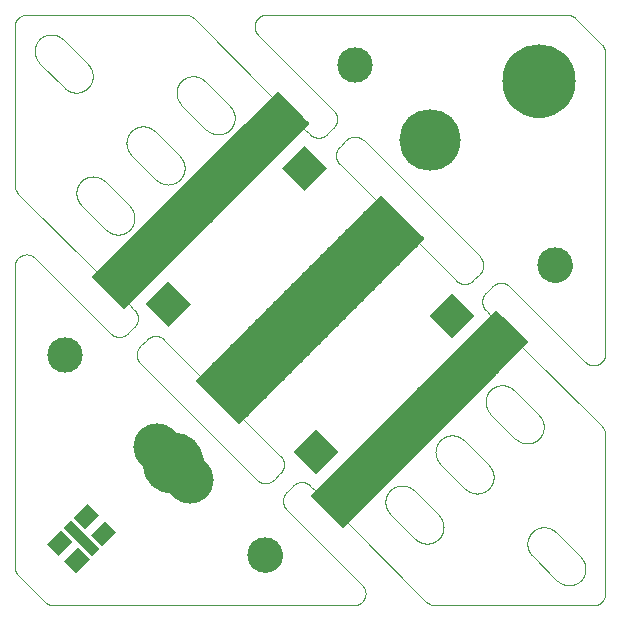
<source format=gts>
G75*
%MOIN*%
%OFA0B0*%
%FSLAX25Y25*%
%IPPOS*%
%LPD*%
%AMOC8*
5,1,8,0,0,1.08239X$1,22.5*
%
%ADD10C,0.00000*%
%ADD11C,0.09068*%
%ADD12C,0.24422*%
%ADD13C,0.11824*%
%ADD14C,0.20485*%
%ADD15C,0.01200*%
%ADD16C,0.15748*%
%ADD17R,0.06693X0.05315*%
%ADD18R,0.03543X0.13386*%
%ADD19R,0.10643X0.10643*%
D10*
X0011582Y0002753D02*
X0002753Y0011582D01*
X0001600Y0014366D02*
X0001600Y0114586D01*
X0001602Y0114710D01*
X0001608Y0114833D01*
X0001617Y0114956D01*
X0001631Y0115079D01*
X0001648Y0115202D01*
X0001670Y0115324D01*
X0001695Y0115445D01*
X0001724Y0115565D01*
X0001756Y0115684D01*
X0001793Y0115803D01*
X0001833Y0115920D01*
X0001876Y0116035D01*
X0001924Y0116150D01*
X0001975Y0116262D01*
X0002029Y0116373D01*
X0002087Y0116483D01*
X0002148Y0116590D01*
X0002213Y0116696D01*
X0002281Y0116799D01*
X0002352Y0116900D01*
X0002426Y0116999D01*
X0002503Y0117096D01*
X0002584Y0117190D01*
X0002667Y0117281D01*
X0002753Y0117370D01*
X0002842Y0117456D01*
X0002933Y0117539D01*
X0003027Y0117620D01*
X0003124Y0117697D01*
X0003223Y0117771D01*
X0003324Y0117842D01*
X0003427Y0117910D01*
X0003533Y0117975D01*
X0003640Y0118036D01*
X0003750Y0118094D01*
X0003861Y0118148D01*
X0003973Y0118199D01*
X0004088Y0118247D01*
X0004203Y0118290D01*
X0004320Y0118330D01*
X0004439Y0118367D01*
X0004558Y0118399D01*
X0004678Y0118428D01*
X0004799Y0118453D01*
X0004921Y0118475D01*
X0005044Y0118492D01*
X0005166Y0118506D01*
X0005290Y0118515D01*
X0005413Y0118521D01*
X0005537Y0118523D01*
X0005661Y0118521D01*
X0005784Y0118515D01*
X0005908Y0118506D01*
X0006030Y0118492D01*
X0006153Y0118475D01*
X0006275Y0118453D01*
X0006396Y0118428D01*
X0006516Y0118399D01*
X0006635Y0118367D01*
X0006754Y0118330D01*
X0006871Y0118290D01*
X0006986Y0118247D01*
X0007101Y0118199D01*
X0007213Y0118148D01*
X0007324Y0118094D01*
X0007434Y0118036D01*
X0007541Y0117975D01*
X0007647Y0117910D01*
X0007750Y0117842D01*
X0007851Y0117771D01*
X0007950Y0117697D01*
X0008047Y0117620D01*
X0008141Y0117539D01*
X0008232Y0117456D01*
X0008321Y0117370D01*
X0033475Y0092215D01*
X0033476Y0092216D02*
X0033567Y0092127D01*
X0033661Y0092041D01*
X0033758Y0091959D01*
X0033857Y0091879D01*
X0033959Y0091802D01*
X0034063Y0091728D01*
X0034169Y0091658D01*
X0034277Y0091591D01*
X0034387Y0091527D01*
X0034500Y0091467D01*
X0034614Y0091410D01*
X0034729Y0091357D01*
X0034846Y0091308D01*
X0034965Y0091262D01*
X0035085Y0091219D01*
X0035207Y0091181D01*
X0035329Y0091146D01*
X0035453Y0091115D01*
X0035577Y0091088D01*
X0035702Y0091064D01*
X0035828Y0091045D01*
X0035954Y0091029D01*
X0036081Y0091017D01*
X0036208Y0091009D01*
X0036335Y0091005D01*
X0036463Y0091005D01*
X0036590Y0091009D01*
X0036717Y0091017D01*
X0036844Y0091029D01*
X0036970Y0091045D01*
X0037096Y0091064D01*
X0037221Y0091088D01*
X0037345Y0091115D01*
X0037469Y0091146D01*
X0037591Y0091181D01*
X0037713Y0091219D01*
X0037833Y0091262D01*
X0037952Y0091308D01*
X0038069Y0091357D01*
X0038184Y0091410D01*
X0038298Y0091467D01*
X0038411Y0091527D01*
X0038521Y0091591D01*
X0038629Y0091658D01*
X0038735Y0091728D01*
X0038839Y0091802D01*
X0038941Y0091879D01*
X0039040Y0091959D01*
X0039137Y0092041D01*
X0039231Y0092127D01*
X0039322Y0092216D01*
X0039322Y0092215D02*
X0041424Y0094318D01*
X0041513Y0094409D01*
X0041599Y0094503D01*
X0041681Y0094600D01*
X0041761Y0094699D01*
X0041838Y0094801D01*
X0041912Y0094905D01*
X0041982Y0095011D01*
X0042049Y0095119D01*
X0042113Y0095229D01*
X0042173Y0095342D01*
X0042230Y0095456D01*
X0042283Y0095571D01*
X0042332Y0095688D01*
X0042378Y0095807D01*
X0042421Y0095927D01*
X0042459Y0096049D01*
X0042494Y0096171D01*
X0042525Y0096295D01*
X0042552Y0096419D01*
X0042576Y0096544D01*
X0042595Y0096670D01*
X0042611Y0096796D01*
X0042623Y0096923D01*
X0042631Y0097050D01*
X0042635Y0097177D01*
X0042635Y0097305D01*
X0042631Y0097432D01*
X0042623Y0097559D01*
X0042611Y0097686D01*
X0042595Y0097812D01*
X0042576Y0097938D01*
X0042552Y0098063D01*
X0042525Y0098187D01*
X0042494Y0098311D01*
X0042459Y0098433D01*
X0042421Y0098555D01*
X0042378Y0098675D01*
X0042332Y0098794D01*
X0042283Y0098911D01*
X0042230Y0099026D01*
X0042173Y0099140D01*
X0042113Y0099253D01*
X0042049Y0099363D01*
X0041982Y0099471D01*
X0041912Y0099577D01*
X0041838Y0099681D01*
X0041761Y0099783D01*
X0041681Y0099882D01*
X0041599Y0099979D01*
X0041513Y0100073D01*
X0041424Y0100164D01*
X0039586Y0102003D01*
X0039501Y0102091D01*
X0039418Y0102182D01*
X0039338Y0102276D01*
X0039261Y0102371D01*
X0039187Y0102470D01*
X0039117Y0102570D01*
X0039049Y0102673D01*
X0038985Y0102777D01*
X0038923Y0102884D01*
X0038866Y0102992D01*
X0038811Y0103103D01*
X0038761Y0103215D01*
X0038713Y0103328D01*
X0038670Y0103443D01*
X0038629Y0103559D01*
X0038593Y0103676D01*
X0038560Y0103795D01*
X0038531Y0103914D01*
X0038506Y0104034D01*
X0038484Y0104155D01*
X0038466Y0104277D01*
X0038452Y0104399D01*
X0038442Y0104521D01*
X0038436Y0104644D01*
X0038433Y0104767D01*
X0038434Y0104890D01*
X0038439Y0105013D01*
X0038448Y0105135D01*
X0038461Y0105257D01*
X0038478Y0105379D01*
X0038498Y0105500D01*
X0038522Y0105621D01*
X0038550Y0105740D01*
X0038582Y0105859D01*
X0038614Y0105982D01*
X0038643Y0106106D01*
X0038669Y0106231D01*
X0038690Y0106356D01*
X0038707Y0106482D01*
X0038721Y0106608D01*
X0038730Y0106735D01*
X0038736Y0106862D01*
X0038738Y0106989D01*
X0038736Y0107116D01*
X0038730Y0107243D01*
X0038720Y0107370D01*
X0038706Y0107497D01*
X0038689Y0107622D01*
X0038667Y0107748D01*
X0038642Y0107872D01*
X0038612Y0107996D01*
X0038579Y0108119D01*
X0038543Y0108241D01*
X0038502Y0108361D01*
X0038458Y0108480D01*
X0038410Y0108598D01*
X0038359Y0108715D01*
X0038304Y0108829D01*
X0038245Y0108942D01*
X0038183Y0109053D01*
X0038118Y0109162D01*
X0038050Y0109269D01*
X0037978Y0109374D01*
X0037903Y0109477D01*
X0037824Y0109577D01*
X0037743Y0109675D01*
X0037659Y0109770D01*
X0037572Y0109863D01*
X0037482Y0109953D01*
X0037389Y0110040D01*
X0037294Y0110124D01*
X0037196Y0110205D01*
X0037096Y0110284D01*
X0036993Y0110359D01*
X0036888Y0110431D01*
X0036781Y0110499D01*
X0036672Y0110564D01*
X0036561Y0110626D01*
X0036448Y0110685D01*
X0036334Y0110740D01*
X0036217Y0110791D01*
X0036099Y0110839D01*
X0035980Y0110883D01*
X0035860Y0110924D01*
X0035738Y0110960D01*
X0035615Y0110993D01*
X0035491Y0111023D01*
X0035367Y0111048D01*
X0035241Y0111070D01*
X0035116Y0111087D01*
X0034989Y0111101D01*
X0034862Y0111111D01*
X0034735Y0111117D01*
X0034608Y0111119D01*
X0034481Y0111117D01*
X0034354Y0111111D01*
X0034227Y0111102D01*
X0034101Y0111088D01*
X0033975Y0111071D01*
X0033849Y0111050D01*
X0033725Y0111024D01*
X0033601Y0110995D01*
X0033478Y0110963D01*
X0033359Y0110931D01*
X0033240Y0110903D01*
X0033119Y0110879D01*
X0032998Y0110859D01*
X0032876Y0110842D01*
X0032754Y0110829D01*
X0032632Y0110820D01*
X0032509Y0110815D01*
X0032386Y0110814D01*
X0032263Y0110817D01*
X0032140Y0110823D01*
X0032018Y0110833D01*
X0031896Y0110847D01*
X0031774Y0110865D01*
X0031653Y0110887D01*
X0031533Y0110912D01*
X0031414Y0110941D01*
X0031295Y0110974D01*
X0031178Y0111010D01*
X0031062Y0111051D01*
X0030947Y0111094D01*
X0030834Y0111142D01*
X0030722Y0111192D01*
X0030612Y0111247D01*
X0030503Y0111304D01*
X0030396Y0111366D01*
X0030292Y0111430D01*
X0030189Y0111497D01*
X0030089Y0111568D01*
X0029990Y0111642D01*
X0029895Y0111719D01*
X0029801Y0111799D01*
X0029710Y0111882D01*
X0029622Y0111967D01*
X0002753Y0138836D01*
X0001600Y0141620D02*
X0001600Y0194513D01*
X0001602Y0194637D01*
X0001608Y0194760D01*
X0001617Y0194884D01*
X0001631Y0195006D01*
X0001648Y0195129D01*
X0001670Y0195251D01*
X0001695Y0195372D01*
X0001724Y0195492D01*
X0001756Y0195611D01*
X0001793Y0195730D01*
X0001833Y0195847D01*
X0001876Y0195962D01*
X0001924Y0196077D01*
X0001975Y0196189D01*
X0002029Y0196300D01*
X0002087Y0196410D01*
X0002148Y0196517D01*
X0002213Y0196623D01*
X0002281Y0196726D01*
X0002352Y0196827D01*
X0002426Y0196926D01*
X0002503Y0197023D01*
X0002584Y0197117D01*
X0002667Y0197208D01*
X0002753Y0197297D01*
X0002842Y0197383D01*
X0002933Y0197466D01*
X0003027Y0197547D01*
X0003124Y0197624D01*
X0003223Y0197698D01*
X0003324Y0197769D01*
X0003427Y0197837D01*
X0003533Y0197902D01*
X0003640Y0197963D01*
X0003750Y0198021D01*
X0003861Y0198075D01*
X0003973Y0198126D01*
X0004088Y0198174D01*
X0004203Y0198217D01*
X0004320Y0198257D01*
X0004439Y0198294D01*
X0004558Y0198326D01*
X0004678Y0198355D01*
X0004799Y0198380D01*
X0004921Y0198402D01*
X0005044Y0198419D01*
X0005166Y0198433D01*
X0005290Y0198442D01*
X0005413Y0198448D01*
X0005537Y0198450D01*
X0058431Y0198450D01*
X0061215Y0197297D02*
X0088084Y0170428D01*
X0088084Y0170429D02*
X0088169Y0170341D01*
X0088252Y0170250D01*
X0088332Y0170156D01*
X0088409Y0170061D01*
X0088483Y0169962D01*
X0088554Y0169862D01*
X0088621Y0169759D01*
X0088685Y0169655D01*
X0088747Y0169548D01*
X0088804Y0169439D01*
X0088859Y0169329D01*
X0088909Y0169217D01*
X0088957Y0169104D01*
X0089000Y0168989D01*
X0089041Y0168873D01*
X0089077Y0168756D01*
X0089110Y0168637D01*
X0089139Y0168518D01*
X0089164Y0168398D01*
X0089186Y0168277D01*
X0089204Y0168155D01*
X0089218Y0168033D01*
X0089228Y0167911D01*
X0089234Y0167788D01*
X0089237Y0167665D01*
X0089236Y0167542D01*
X0089231Y0167419D01*
X0089222Y0167297D01*
X0089209Y0167175D01*
X0089192Y0167053D01*
X0089172Y0166932D01*
X0089148Y0166811D01*
X0089120Y0166692D01*
X0089088Y0166573D01*
X0089087Y0166572D02*
X0089055Y0166449D01*
X0089026Y0166325D01*
X0089000Y0166201D01*
X0088979Y0166075D01*
X0088962Y0165949D01*
X0088948Y0165823D01*
X0088939Y0165696D01*
X0088933Y0165569D01*
X0088931Y0165442D01*
X0088933Y0165315D01*
X0088939Y0165188D01*
X0088949Y0165061D01*
X0088963Y0164934D01*
X0088980Y0164809D01*
X0089002Y0164683D01*
X0089027Y0164559D01*
X0089057Y0164435D01*
X0089090Y0164312D01*
X0089126Y0164190D01*
X0089167Y0164070D01*
X0089211Y0163951D01*
X0089259Y0163833D01*
X0089310Y0163716D01*
X0089365Y0163602D01*
X0089424Y0163489D01*
X0089486Y0163378D01*
X0089551Y0163269D01*
X0089619Y0163162D01*
X0089691Y0163057D01*
X0089766Y0162954D01*
X0089845Y0162854D01*
X0089926Y0162756D01*
X0090010Y0162661D01*
X0090097Y0162568D01*
X0090187Y0162478D01*
X0090280Y0162391D01*
X0090375Y0162307D01*
X0090473Y0162226D01*
X0090573Y0162147D01*
X0090676Y0162072D01*
X0090781Y0162000D01*
X0090888Y0161932D01*
X0090997Y0161867D01*
X0091108Y0161805D01*
X0091221Y0161746D01*
X0091335Y0161691D01*
X0091452Y0161640D01*
X0091570Y0161592D01*
X0091689Y0161548D01*
X0091809Y0161507D01*
X0091931Y0161471D01*
X0092054Y0161438D01*
X0092178Y0161408D01*
X0092302Y0161383D01*
X0092428Y0161361D01*
X0092553Y0161344D01*
X0092680Y0161330D01*
X0092807Y0161320D01*
X0092934Y0161314D01*
X0093061Y0161312D01*
X0093188Y0161314D01*
X0093315Y0161320D01*
X0093442Y0161329D01*
X0093568Y0161343D01*
X0093694Y0161360D01*
X0093820Y0161381D01*
X0093944Y0161407D01*
X0094068Y0161436D01*
X0094191Y0161468D01*
X0094191Y0161469D02*
X0094310Y0161501D01*
X0094429Y0161529D01*
X0094550Y0161553D01*
X0094671Y0161573D01*
X0094793Y0161590D01*
X0094915Y0161603D01*
X0095037Y0161612D01*
X0095160Y0161617D01*
X0095283Y0161618D01*
X0095406Y0161615D01*
X0095529Y0161609D01*
X0095651Y0161599D01*
X0095773Y0161585D01*
X0095895Y0161567D01*
X0096016Y0161545D01*
X0096136Y0161520D01*
X0096255Y0161491D01*
X0096374Y0161458D01*
X0096491Y0161422D01*
X0096607Y0161381D01*
X0096722Y0161338D01*
X0096835Y0161290D01*
X0096947Y0161240D01*
X0097058Y0161185D01*
X0097166Y0161128D01*
X0097273Y0161066D01*
X0097377Y0161002D01*
X0097480Y0160935D01*
X0097580Y0160864D01*
X0097679Y0160790D01*
X0097774Y0160713D01*
X0097868Y0160633D01*
X0097959Y0160550D01*
X0098047Y0160465D01*
X0099886Y0158626D01*
X0099977Y0158537D01*
X0100071Y0158451D01*
X0100168Y0158369D01*
X0100267Y0158289D01*
X0100369Y0158212D01*
X0100473Y0158138D01*
X0100579Y0158068D01*
X0100687Y0158001D01*
X0100797Y0157937D01*
X0100910Y0157877D01*
X0101024Y0157820D01*
X0101139Y0157767D01*
X0101256Y0157718D01*
X0101375Y0157672D01*
X0101495Y0157629D01*
X0101617Y0157591D01*
X0101739Y0157556D01*
X0101863Y0157525D01*
X0101987Y0157498D01*
X0102112Y0157474D01*
X0102238Y0157455D01*
X0102364Y0157439D01*
X0102491Y0157427D01*
X0102618Y0157419D01*
X0102745Y0157415D01*
X0102873Y0157415D01*
X0103000Y0157419D01*
X0103127Y0157427D01*
X0103254Y0157439D01*
X0103380Y0157455D01*
X0103506Y0157474D01*
X0103631Y0157498D01*
X0103755Y0157525D01*
X0103879Y0157556D01*
X0104001Y0157591D01*
X0104123Y0157629D01*
X0104243Y0157672D01*
X0104362Y0157718D01*
X0104479Y0157767D01*
X0104594Y0157820D01*
X0104708Y0157877D01*
X0104821Y0157937D01*
X0104931Y0158001D01*
X0105039Y0158068D01*
X0105145Y0158138D01*
X0105249Y0158212D01*
X0105351Y0158289D01*
X0105450Y0158369D01*
X0105547Y0158451D01*
X0105641Y0158537D01*
X0105732Y0158626D01*
X0107835Y0160729D01*
X0107924Y0160820D01*
X0108010Y0160914D01*
X0108092Y0161011D01*
X0108172Y0161110D01*
X0108249Y0161212D01*
X0108323Y0161316D01*
X0108393Y0161422D01*
X0108460Y0161530D01*
X0108524Y0161640D01*
X0108584Y0161753D01*
X0108641Y0161867D01*
X0108694Y0161982D01*
X0108743Y0162099D01*
X0108789Y0162218D01*
X0108832Y0162338D01*
X0108870Y0162460D01*
X0108905Y0162582D01*
X0108936Y0162706D01*
X0108963Y0162830D01*
X0108987Y0162955D01*
X0109006Y0163081D01*
X0109022Y0163207D01*
X0109034Y0163334D01*
X0109042Y0163461D01*
X0109046Y0163588D01*
X0109046Y0163716D01*
X0109042Y0163843D01*
X0109034Y0163970D01*
X0109022Y0164097D01*
X0109006Y0164223D01*
X0108987Y0164349D01*
X0108963Y0164474D01*
X0108936Y0164598D01*
X0108905Y0164722D01*
X0108870Y0164844D01*
X0108832Y0164966D01*
X0108789Y0165086D01*
X0108743Y0165205D01*
X0108694Y0165322D01*
X0108641Y0165437D01*
X0108584Y0165551D01*
X0108524Y0165664D01*
X0108460Y0165774D01*
X0108393Y0165882D01*
X0108323Y0165988D01*
X0108249Y0166092D01*
X0108172Y0166194D01*
X0108092Y0166293D01*
X0108010Y0166390D01*
X0107924Y0166484D01*
X0107835Y0166575D01*
X0082680Y0191729D01*
X0082594Y0191818D01*
X0082511Y0191909D01*
X0082430Y0192003D01*
X0082353Y0192100D01*
X0082279Y0192199D01*
X0082208Y0192300D01*
X0082140Y0192403D01*
X0082075Y0192509D01*
X0082014Y0192616D01*
X0081956Y0192726D01*
X0081902Y0192837D01*
X0081851Y0192949D01*
X0081803Y0193064D01*
X0081760Y0193179D01*
X0081720Y0193296D01*
X0081683Y0193415D01*
X0081651Y0193534D01*
X0081622Y0193654D01*
X0081597Y0193775D01*
X0081575Y0193897D01*
X0081558Y0194020D01*
X0081544Y0194142D01*
X0081535Y0194266D01*
X0081529Y0194389D01*
X0081527Y0194513D01*
X0081529Y0194637D01*
X0081535Y0194760D01*
X0081544Y0194884D01*
X0081558Y0195006D01*
X0081575Y0195129D01*
X0081597Y0195251D01*
X0081622Y0195372D01*
X0081651Y0195492D01*
X0081683Y0195611D01*
X0081720Y0195730D01*
X0081760Y0195847D01*
X0081803Y0195962D01*
X0081851Y0196077D01*
X0081902Y0196189D01*
X0081956Y0196300D01*
X0082014Y0196410D01*
X0082075Y0196517D01*
X0082140Y0196623D01*
X0082208Y0196726D01*
X0082279Y0196827D01*
X0082353Y0196926D01*
X0082430Y0197023D01*
X0082511Y0197117D01*
X0082594Y0197208D01*
X0082680Y0197297D01*
X0082769Y0197383D01*
X0082860Y0197466D01*
X0082954Y0197547D01*
X0083051Y0197624D01*
X0083150Y0197698D01*
X0083251Y0197769D01*
X0083354Y0197837D01*
X0083460Y0197902D01*
X0083567Y0197963D01*
X0083677Y0198021D01*
X0083788Y0198075D01*
X0083900Y0198126D01*
X0084015Y0198174D01*
X0084130Y0198217D01*
X0084247Y0198257D01*
X0084366Y0198294D01*
X0084485Y0198326D01*
X0084605Y0198355D01*
X0084726Y0198380D01*
X0084848Y0198402D01*
X0084971Y0198419D01*
X0085093Y0198433D01*
X0085217Y0198442D01*
X0085340Y0198448D01*
X0085464Y0198450D01*
X0185684Y0198450D01*
X0188468Y0197297D02*
X0197297Y0188468D01*
X0198450Y0185684D02*
X0198450Y0085464D01*
X0198448Y0085340D01*
X0198442Y0085217D01*
X0198433Y0085094D01*
X0198419Y0084971D01*
X0198402Y0084848D01*
X0198380Y0084726D01*
X0198355Y0084605D01*
X0198326Y0084485D01*
X0198294Y0084366D01*
X0198257Y0084247D01*
X0198217Y0084130D01*
X0198174Y0084015D01*
X0198126Y0083900D01*
X0198075Y0083788D01*
X0198021Y0083677D01*
X0197963Y0083567D01*
X0197902Y0083460D01*
X0197837Y0083354D01*
X0197769Y0083251D01*
X0197698Y0083150D01*
X0197624Y0083051D01*
X0197547Y0082954D01*
X0197466Y0082860D01*
X0197383Y0082769D01*
X0197297Y0082680D01*
X0197208Y0082594D01*
X0197117Y0082511D01*
X0197023Y0082430D01*
X0196926Y0082353D01*
X0196827Y0082279D01*
X0196726Y0082208D01*
X0196623Y0082140D01*
X0196517Y0082075D01*
X0196410Y0082014D01*
X0196300Y0081956D01*
X0196189Y0081902D01*
X0196077Y0081851D01*
X0195962Y0081803D01*
X0195847Y0081760D01*
X0195730Y0081720D01*
X0195611Y0081683D01*
X0195492Y0081651D01*
X0195372Y0081622D01*
X0195251Y0081597D01*
X0195129Y0081575D01*
X0195006Y0081558D01*
X0194884Y0081544D01*
X0194760Y0081535D01*
X0194637Y0081529D01*
X0194513Y0081527D01*
X0194389Y0081529D01*
X0194266Y0081535D01*
X0194142Y0081544D01*
X0194020Y0081558D01*
X0193897Y0081575D01*
X0193775Y0081597D01*
X0193654Y0081622D01*
X0193534Y0081651D01*
X0193415Y0081683D01*
X0193296Y0081720D01*
X0193179Y0081760D01*
X0193064Y0081803D01*
X0192949Y0081851D01*
X0192837Y0081902D01*
X0192726Y0081956D01*
X0192616Y0082014D01*
X0192509Y0082075D01*
X0192403Y0082140D01*
X0192300Y0082208D01*
X0192199Y0082279D01*
X0192100Y0082353D01*
X0192003Y0082430D01*
X0191909Y0082511D01*
X0191818Y0082594D01*
X0191729Y0082680D01*
X0166575Y0107835D01*
X0166484Y0107924D01*
X0166390Y0108010D01*
X0166293Y0108092D01*
X0166194Y0108172D01*
X0166092Y0108249D01*
X0165988Y0108323D01*
X0165882Y0108393D01*
X0165774Y0108460D01*
X0165664Y0108524D01*
X0165551Y0108584D01*
X0165437Y0108641D01*
X0165322Y0108694D01*
X0165205Y0108743D01*
X0165086Y0108789D01*
X0164966Y0108832D01*
X0164844Y0108870D01*
X0164722Y0108905D01*
X0164598Y0108936D01*
X0164474Y0108963D01*
X0164349Y0108987D01*
X0164223Y0109006D01*
X0164097Y0109022D01*
X0163970Y0109034D01*
X0163843Y0109042D01*
X0163716Y0109046D01*
X0163588Y0109046D01*
X0163461Y0109042D01*
X0163334Y0109034D01*
X0163207Y0109022D01*
X0163081Y0109006D01*
X0162955Y0108987D01*
X0162830Y0108963D01*
X0162706Y0108936D01*
X0162582Y0108905D01*
X0162460Y0108870D01*
X0162338Y0108832D01*
X0162218Y0108789D01*
X0162099Y0108743D01*
X0161982Y0108694D01*
X0161867Y0108641D01*
X0161753Y0108584D01*
X0161640Y0108524D01*
X0161530Y0108460D01*
X0161422Y0108393D01*
X0161316Y0108323D01*
X0161212Y0108249D01*
X0161110Y0108172D01*
X0161011Y0108092D01*
X0160914Y0108010D01*
X0160820Y0107924D01*
X0160729Y0107835D01*
X0158626Y0105732D01*
X0158537Y0105641D01*
X0158451Y0105547D01*
X0158369Y0105450D01*
X0158289Y0105351D01*
X0158212Y0105249D01*
X0158138Y0105145D01*
X0158068Y0105039D01*
X0158001Y0104931D01*
X0157937Y0104821D01*
X0157877Y0104708D01*
X0157820Y0104594D01*
X0157767Y0104479D01*
X0157718Y0104362D01*
X0157672Y0104243D01*
X0157629Y0104123D01*
X0157591Y0104001D01*
X0157556Y0103879D01*
X0157525Y0103755D01*
X0157498Y0103631D01*
X0157474Y0103506D01*
X0157455Y0103380D01*
X0157439Y0103254D01*
X0157427Y0103127D01*
X0157419Y0103000D01*
X0157415Y0102873D01*
X0157415Y0102745D01*
X0157419Y0102618D01*
X0157427Y0102491D01*
X0157439Y0102364D01*
X0157455Y0102238D01*
X0157474Y0102112D01*
X0157498Y0101987D01*
X0157525Y0101863D01*
X0157556Y0101739D01*
X0157591Y0101617D01*
X0157629Y0101495D01*
X0157672Y0101375D01*
X0157718Y0101256D01*
X0157767Y0101139D01*
X0157820Y0101024D01*
X0157877Y0100910D01*
X0157937Y0100797D01*
X0158001Y0100687D01*
X0158068Y0100579D01*
X0158138Y0100473D01*
X0158212Y0100369D01*
X0158289Y0100267D01*
X0158369Y0100168D01*
X0158451Y0100071D01*
X0158537Y0099977D01*
X0158626Y0099886D01*
X0160465Y0098047D01*
X0160550Y0097959D01*
X0160633Y0097868D01*
X0160713Y0097774D01*
X0160790Y0097679D01*
X0160864Y0097580D01*
X0160934Y0097480D01*
X0161002Y0097377D01*
X0161066Y0097273D01*
X0161128Y0097166D01*
X0161185Y0097058D01*
X0161240Y0096947D01*
X0161290Y0096835D01*
X0161338Y0096722D01*
X0161381Y0096607D01*
X0161422Y0096491D01*
X0161458Y0096374D01*
X0161491Y0096255D01*
X0161520Y0096136D01*
X0161545Y0096016D01*
X0161567Y0095895D01*
X0161585Y0095773D01*
X0161599Y0095651D01*
X0161609Y0095529D01*
X0161615Y0095406D01*
X0161618Y0095283D01*
X0161617Y0095160D01*
X0161612Y0095037D01*
X0161603Y0094915D01*
X0161590Y0094793D01*
X0161573Y0094671D01*
X0161553Y0094550D01*
X0161529Y0094429D01*
X0161501Y0094310D01*
X0161469Y0094191D01*
X0161468Y0094191D02*
X0161436Y0094068D01*
X0161407Y0093944D01*
X0161381Y0093820D01*
X0161360Y0093694D01*
X0161343Y0093568D01*
X0161329Y0093442D01*
X0161320Y0093315D01*
X0161314Y0093188D01*
X0161312Y0093061D01*
X0161314Y0092934D01*
X0161320Y0092807D01*
X0161330Y0092680D01*
X0161344Y0092553D01*
X0161361Y0092428D01*
X0161383Y0092302D01*
X0161408Y0092178D01*
X0161438Y0092054D01*
X0161471Y0091931D01*
X0161507Y0091809D01*
X0161548Y0091689D01*
X0161592Y0091570D01*
X0161640Y0091452D01*
X0161691Y0091335D01*
X0161746Y0091221D01*
X0161805Y0091108D01*
X0161867Y0090997D01*
X0161932Y0090888D01*
X0162000Y0090781D01*
X0162072Y0090676D01*
X0162147Y0090573D01*
X0162226Y0090473D01*
X0162307Y0090375D01*
X0162391Y0090280D01*
X0162478Y0090187D01*
X0162568Y0090097D01*
X0162661Y0090010D01*
X0162756Y0089926D01*
X0162854Y0089845D01*
X0162954Y0089766D01*
X0163057Y0089691D01*
X0163162Y0089619D01*
X0163269Y0089551D01*
X0163378Y0089486D01*
X0163489Y0089424D01*
X0163602Y0089365D01*
X0163716Y0089310D01*
X0163833Y0089259D01*
X0163951Y0089211D01*
X0164070Y0089167D01*
X0164190Y0089126D01*
X0164312Y0089090D01*
X0164435Y0089057D01*
X0164559Y0089027D01*
X0164683Y0089002D01*
X0164809Y0088980D01*
X0164934Y0088963D01*
X0165061Y0088949D01*
X0165188Y0088939D01*
X0165315Y0088933D01*
X0165442Y0088931D01*
X0165569Y0088933D01*
X0165696Y0088939D01*
X0165823Y0088948D01*
X0165949Y0088962D01*
X0166075Y0088979D01*
X0166201Y0089000D01*
X0166325Y0089026D01*
X0166449Y0089055D01*
X0166572Y0089087D01*
X0166572Y0089088D02*
X0166691Y0089120D01*
X0166810Y0089148D01*
X0166931Y0089172D01*
X0167052Y0089192D01*
X0167174Y0089209D01*
X0167296Y0089222D01*
X0167418Y0089231D01*
X0167541Y0089236D01*
X0167664Y0089237D01*
X0167787Y0089234D01*
X0167910Y0089228D01*
X0168032Y0089218D01*
X0168154Y0089204D01*
X0168276Y0089186D01*
X0168397Y0089164D01*
X0168517Y0089139D01*
X0168636Y0089110D01*
X0168755Y0089077D01*
X0168872Y0089041D01*
X0168988Y0089000D01*
X0169103Y0088957D01*
X0169216Y0088909D01*
X0169328Y0088859D01*
X0169438Y0088804D01*
X0169547Y0088747D01*
X0169654Y0088685D01*
X0169758Y0088621D01*
X0169861Y0088554D01*
X0169961Y0088483D01*
X0170060Y0088409D01*
X0170155Y0088332D01*
X0170249Y0088252D01*
X0170340Y0088169D01*
X0170428Y0088084D01*
X0197297Y0061215D01*
X0198450Y0058431D02*
X0198450Y0005537D01*
X0198448Y0005413D01*
X0198442Y0005290D01*
X0198433Y0005166D01*
X0198419Y0005044D01*
X0198402Y0004921D01*
X0198380Y0004799D01*
X0198355Y0004678D01*
X0198326Y0004558D01*
X0198294Y0004439D01*
X0198257Y0004320D01*
X0198217Y0004203D01*
X0198174Y0004088D01*
X0198126Y0003973D01*
X0198075Y0003861D01*
X0198021Y0003750D01*
X0197963Y0003640D01*
X0197902Y0003533D01*
X0197837Y0003427D01*
X0197769Y0003324D01*
X0197698Y0003223D01*
X0197624Y0003124D01*
X0197547Y0003027D01*
X0197466Y0002933D01*
X0197383Y0002842D01*
X0197297Y0002753D01*
X0197208Y0002667D01*
X0197117Y0002584D01*
X0197023Y0002503D01*
X0196926Y0002426D01*
X0196827Y0002352D01*
X0196726Y0002281D01*
X0196623Y0002213D01*
X0196517Y0002148D01*
X0196410Y0002087D01*
X0196300Y0002029D01*
X0196189Y0001975D01*
X0196077Y0001924D01*
X0195962Y0001876D01*
X0195847Y0001833D01*
X0195730Y0001793D01*
X0195611Y0001756D01*
X0195492Y0001724D01*
X0195372Y0001695D01*
X0195251Y0001670D01*
X0195129Y0001648D01*
X0195006Y0001631D01*
X0194884Y0001617D01*
X0194760Y0001608D01*
X0194637Y0001602D01*
X0194513Y0001600D01*
X0141620Y0001600D01*
X0138836Y0002753D02*
X0111967Y0029622D01*
X0111882Y0029710D01*
X0111799Y0029801D01*
X0111719Y0029895D01*
X0111642Y0029990D01*
X0111568Y0030089D01*
X0111497Y0030189D01*
X0111430Y0030292D01*
X0111366Y0030396D01*
X0111304Y0030503D01*
X0111247Y0030612D01*
X0111192Y0030722D01*
X0111142Y0030834D01*
X0111094Y0030947D01*
X0111051Y0031062D01*
X0111010Y0031178D01*
X0110974Y0031295D01*
X0110941Y0031414D01*
X0110912Y0031533D01*
X0110887Y0031653D01*
X0110865Y0031774D01*
X0110847Y0031896D01*
X0110833Y0032018D01*
X0110823Y0032140D01*
X0110817Y0032263D01*
X0110814Y0032386D01*
X0110815Y0032509D01*
X0110820Y0032632D01*
X0110829Y0032754D01*
X0110842Y0032876D01*
X0110859Y0032998D01*
X0110879Y0033119D01*
X0110903Y0033240D01*
X0110931Y0033359D01*
X0110963Y0033478D01*
X0110995Y0033601D01*
X0111024Y0033725D01*
X0111050Y0033849D01*
X0111071Y0033975D01*
X0111088Y0034101D01*
X0111102Y0034227D01*
X0111111Y0034354D01*
X0111117Y0034481D01*
X0111119Y0034608D01*
X0111117Y0034735D01*
X0111111Y0034862D01*
X0111101Y0034989D01*
X0111087Y0035116D01*
X0111070Y0035241D01*
X0111048Y0035367D01*
X0111023Y0035491D01*
X0110993Y0035615D01*
X0110960Y0035738D01*
X0110924Y0035860D01*
X0110883Y0035980D01*
X0110839Y0036099D01*
X0110791Y0036217D01*
X0110740Y0036334D01*
X0110685Y0036448D01*
X0110626Y0036561D01*
X0110564Y0036672D01*
X0110499Y0036781D01*
X0110431Y0036888D01*
X0110359Y0036993D01*
X0110284Y0037096D01*
X0110205Y0037196D01*
X0110124Y0037294D01*
X0110040Y0037389D01*
X0109953Y0037482D01*
X0109863Y0037572D01*
X0109770Y0037659D01*
X0109675Y0037743D01*
X0109577Y0037824D01*
X0109477Y0037903D01*
X0109374Y0037978D01*
X0109269Y0038050D01*
X0109162Y0038118D01*
X0109053Y0038183D01*
X0108942Y0038245D01*
X0108829Y0038304D01*
X0108715Y0038359D01*
X0108598Y0038410D01*
X0108480Y0038458D01*
X0108361Y0038502D01*
X0108241Y0038543D01*
X0108119Y0038579D01*
X0107996Y0038612D01*
X0107872Y0038642D01*
X0107748Y0038667D01*
X0107622Y0038689D01*
X0107497Y0038706D01*
X0107370Y0038720D01*
X0107243Y0038730D01*
X0107116Y0038736D01*
X0106989Y0038738D01*
X0106862Y0038736D01*
X0106735Y0038730D01*
X0106608Y0038721D01*
X0106482Y0038707D01*
X0106356Y0038690D01*
X0106230Y0038669D01*
X0106106Y0038643D01*
X0105982Y0038614D01*
X0105859Y0038582D01*
X0105740Y0038550D01*
X0105621Y0038522D01*
X0105500Y0038498D01*
X0105379Y0038478D01*
X0105257Y0038461D01*
X0105135Y0038448D01*
X0105013Y0038439D01*
X0104890Y0038434D01*
X0104767Y0038433D01*
X0104644Y0038436D01*
X0104521Y0038442D01*
X0104399Y0038452D01*
X0104277Y0038466D01*
X0104155Y0038484D01*
X0104034Y0038506D01*
X0103914Y0038531D01*
X0103795Y0038560D01*
X0103676Y0038593D01*
X0103559Y0038629D01*
X0103443Y0038670D01*
X0103328Y0038713D01*
X0103215Y0038761D01*
X0103103Y0038811D01*
X0102992Y0038866D01*
X0102884Y0038923D01*
X0102777Y0038985D01*
X0102673Y0039049D01*
X0102570Y0039116D01*
X0102470Y0039187D01*
X0102371Y0039261D01*
X0102276Y0039338D01*
X0102182Y0039418D01*
X0102091Y0039501D01*
X0102003Y0039586D01*
X0100164Y0041424D01*
X0100073Y0041513D01*
X0099979Y0041599D01*
X0099882Y0041681D01*
X0099783Y0041761D01*
X0099681Y0041838D01*
X0099577Y0041912D01*
X0099471Y0041982D01*
X0099363Y0042049D01*
X0099253Y0042113D01*
X0099140Y0042173D01*
X0099026Y0042230D01*
X0098911Y0042283D01*
X0098794Y0042332D01*
X0098675Y0042378D01*
X0098555Y0042421D01*
X0098433Y0042459D01*
X0098311Y0042494D01*
X0098187Y0042525D01*
X0098063Y0042552D01*
X0097938Y0042576D01*
X0097812Y0042595D01*
X0097686Y0042611D01*
X0097559Y0042623D01*
X0097432Y0042631D01*
X0097305Y0042635D01*
X0097177Y0042635D01*
X0097050Y0042631D01*
X0096923Y0042623D01*
X0096796Y0042611D01*
X0096670Y0042595D01*
X0096544Y0042576D01*
X0096419Y0042552D01*
X0096295Y0042525D01*
X0096171Y0042494D01*
X0096049Y0042459D01*
X0095927Y0042421D01*
X0095807Y0042378D01*
X0095688Y0042332D01*
X0095571Y0042283D01*
X0095456Y0042230D01*
X0095342Y0042173D01*
X0095229Y0042113D01*
X0095119Y0042049D01*
X0095011Y0041982D01*
X0094905Y0041912D01*
X0094801Y0041838D01*
X0094699Y0041761D01*
X0094600Y0041681D01*
X0094503Y0041599D01*
X0094409Y0041513D01*
X0094318Y0041424D01*
X0092215Y0039322D01*
X0092216Y0039322D02*
X0092127Y0039231D01*
X0092041Y0039137D01*
X0091959Y0039040D01*
X0091879Y0038941D01*
X0091802Y0038839D01*
X0091728Y0038735D01*
X0091658Y0038629D01*
X0091591Y0038521D01*
X0091527Y0038411D01*
X0091467Y0038298D01*
X0091410Y0038184D01*
X0091357Y0038069D01*
X0091308Y0037952D01*
X0091262Y0037833D01*
X0091219Y0037713D01*
X0091181Y0037591D01*
X0091146Y0037469D01*
X0091115Y0037345D01*
X0091088Y0037221D01*
X0091064Y0037096D01*
X0091045Y0036970D01*
X0091029Y0036844D01*
X0091017Y0036717D01*
X0091009Y0036590D01*
X0091005Y0036463D01*
X0091005Y0036335D01*
X0091009Y0036208D01*
X0091017Y0036081D01*
X0091029Y0035954D01*
X0091045Y0035828D01*
X0091064Y0035702D01*
X0091088Y0035577D01*
X0091115Y0035453D01*
X0091146Y0035329D01*
X0091181Y0035207D01*
X0091219Y0035085D01*
X0091262Y0034965D01*
X0091308Y0034846D01*
X0091357Y0034729D01*
X0091410Y0034614D01*
X0091467Y0034500D01*
X0091527Y0034387D01*
X0091591Y0034277D01*
X0091658Y0034169D01*
X0091728Y0034063D01*
X0091802Y0033959D01*
X0091879Y0033857D01*
X0091959Y0033758D01*
X0092041Y0033661D01*
X0092127Y0033567D01*
X0092216Y0033476D01*
X0092215Y0033475D02*
X0117370Y0008321D01*
X0117456Y0008232D01*
X0117539Y0008141D01*
X0117620Y0008047D01*
X0117697Y0007950D01*
X0117771Y0007851D01*
X0117842Y0007750D01*
X0117910Y0007647D01*
X0117975Y0007541D01*
X0118036Y0007434D01*
X0118094Y0007324D01*
X0118148Y0007213D01*
X0118199Y0007101D01*
X0118247Y0006986D01*
X0118290Y0006871D01*
X0118330Y0006754D01*
X0118367Y0006635D01*
X0118399Y0006516D01*
X0118428Y0006396D01*
X0118453Y0006275D01*
X0118475Y0006153D01*
X0118492Y0006030D01*
X0118506Y0005908D01*
X0118515Y0005784D01*
X0118521Y0005661D01*
X0118523Y0005537D01*
X0118521Y0005413D01*
X0118515Y0005290D01*
X0118506Y0005166D01*
X0118492Y0005044D01*
X0118475Y0004921D01*
X0118453Y0004799D01*
X0118428Y0004678D01*
X0118399Y0004558D01*
X0118367Y0004439D01*
X0118330Y0004320D01*
X0118290Y0004203D01*
X0118247Y0004088D01*
X0118199Y0003973D01*
X0118148Y0003861D01*
X0118094Y0003750D01*
X0118036Y0003640D01*
X0117975Y0003533D01*
X0117910Y0003427D01*
X0117842Y0003324D01*
X0117771Y0003223D01*
X0117697Y0003124D01*
X0117620Y0003027D01*
X0117539Y0002933D01*
X0117456Y0002842D01*
X0117370Y0002753D01*
X0117281Y0002667D01*
X0117190Y0002584D01*
X0117096Y0002503D01*
X0116999Y0002426D01*
X0116900Y0002352D01*
X0116799Y0002281D01*
X0116696Y0002213D01*
X0116590Y0002148D01*
X0116483Y0002087D01*
X0116373Y0002029D01*
X0116262Y0001975D01*
X0116150Y0001924D01*
X0116035Y0001876D01*
X0115920Y0001833D01*
X0115803Y0001793D01*
X0115684Y0001756D01*
X0115565Y0001724D01*
X0115445Y0001695D01*
X0115324Y0001670D01*
X0115202Y0001648D01*
X0115079Y0001631D01*
X0114957Y0001617D01*
X0114833Y0001608D01*
X0114710Y0001602D01*
X0114586Y0001600D01*
X0014366Y0001600D01*
X0014242Y0001602D01*
X0014119Y0001608D01*
X0013995Y0001617D01*
X0013873Y0001631D01*
X0013750Y0001648D01*
X0013628Y0001670D01*
X0013507Y0001695D01*
X0013387Y0001724D01*
X0013268Y0001756D01*
X0013149Y0001793D01*
X0013032Y0001833D01*
X0012917Y0001876D01*
X0012802Y0001924D01*
X0012690Y0001975D01*
X0012579Y0002029D01*
X0012469Y0002087D01*
X0012362Y0002148D01*
X0012256Y0002213D01*
X0012153Y0002281D01*
X0012052Y0002352D01*
X0011953Y0002426D01*
X0011856Y0002503D01*
X0011762Y0002584D01*
X0011671Y0002667D01*
X0011582Y0002753D01*
X0002753Y0011582D02*
X0002667Y0011671D01*
X0002584Y0011762D01*
X0002503Y0011856D01*
X0002426Y0011953D01*
X0002352Y0012052D01*
X0002281Y0012153D01*
X0002213Y0012256D01*
X0002148Y0012362D01*
X0002087Y0012469D01*
X0002029Y0012579D01*
X0001975Y0012690D01*
X0001924Y0012802D01*
X0001876Y0012917D01*
X0001833Y0013032D01*
X0001793Y0013149D01*
X0001756Y0013268D01*
X0001724Y0013387D01*
X0001695Y0013507D01*
X0001670Y0013628D01*
X0001648Y0013750D01*
X0001631Y0013873D01*
X0001617Y0013995D01*
X0001608Y0014119D01*
X0001602Y0014242D01*
X0001600Y0014366D01*
X0044651Y0048926D02*
X0044654Y0049168D01*
X0044663Y0049409D01*
X0044678Y0049650D01*
X0044698Y0049891D01*
X0044725Y0050131D01*
X0044758Y0050370D01*
X0044796Y0050609D01*
X0044840Y0050846D01*
X0044890Y0051083D01*
X0044946Y0051318D01*
X0045008Y0051551D01*
X0045075Y0051783D01*
X0045148Y0052014D01*
X0045226Y0052242D01*
X0045311Y0052468D01*
X0045400Y0052693D01*
X0045495Y0052915D01*
X0045596Y0053134D01*
X0045702Y0053352D01*
X0045813Y0053566D01*
X0045930Y0053778D01*
X0046051Y0053986D01*
X0046178Y0054192D01*
X0046310Y0054394D01*
X0046447Y0054594D01*
X0046588Y0054789D01*
X0046734Y0054982D01*
X0046885Y0055170D01*
X0047041Y0055355D01*
X0047201Y0055536D01*
X0047365Y0055713D01*
X0047534Y0055886D01*
X0047707Y0056055D01*
X0047884Y0056219D01*
X0048065Y0056379D01*
X0048250Y0056535D01*
X0048438Y0056686D01*
X0048631Y0056832D01*
X0048826Y0056973D01*
X0049026Y0057110D01*
X0049228Y0057242D01*
X0049434Y0057369D01*
X0049642Y0057490D01*
X0049854Y0057607D01*
X0050068Y0057718D01*
X0050286Y0057824D01*
X0050505Y0057925D01*
X0050727Y0058020D01*
X0050952Y0058109D01*
X0051178Y0058194D01*
X0051406Y0058272D01*
X0051637Y0058345D01*
X0051869Y0058412D01*
X0052102Y0058474D01*
X0052337Y0058530D01*
X0052574Y0058580D01*
X0052811Y0058624D01*
X0053050Y0058662D01*
X0053289Y0058695D01*
X0053529Y0058722D01*
X0053770Y0058742D01*
X0054011Y0058757D01*
X0054252Y0058766D01*
X0054494Y0058769D01*
X0054736Y0058766D01*
X0054977Y0058757D01*
X0055218Y0058742D01*
X0055459Y0058722D01*
X0055699Y0058695D01*
X0055938Y0058662D01*
X0056177Y0058624D01*
X0056414Y0058580D01*
X0056651Y0058530D01*
X0056886Y0058474D01*
X0057119Y0058412D01*
X0057351Y0058345D01*
X0057582Y0058272D01*
X0057810Y0058194D01*
X0058036Y0058109D01*
X0058261Y0058020D01*
X0058483Y0057925D01*
X0058702Y0057824D01*
X0058920Y0057718D01*
X0059134Y0057607D01*
X0059346Y0057490D01*
X0059554Y0057369D01*
X0059760Y0057242D01*
X0059962Y0057110D01*
X0060162Y0056973D01*
X0060357Y0056832D01*
X0060550Y0056686D01*
X0060738Y0056535D01*
X0060923Y0056379D01*
X0061104Y0056219D01*
X0061281Y0056055D01*
X0061454Y0055886D01*
X0061623Y0055713D01*
X0061787Y0055536D01*
X0061947Y0055355D01*
X0062103Y0055170D01*
X0062254Y0054982D01*
X0062400Y0054789D01*
X0062541Y0054594D01*
X0062678Y0054394D01*
X0062810Y0054192D01*
X0062937Y0053986D01*
X0063058Y0053778D01*
X0063175Y0053566D01*
X0063286Y0053352D01*
X0063392Y0053134D01*
X0063493Y0052915D01*
X0063588Y0052693D01*
X0063677Y0052468D01*
X0063762Y0052242D01*
X0063840Y0052014D01*
X0063913Y0051783D01*
X0063980Y0051551D01*
X0064042Y0051318D01*
X0064098Y0051083D01*
X0064148Y0050846D01*
X0064192Y0050609D01*
X0064230Y0050370D01*
X0064263Y0050131D01*
X0064290Y0049891D01*
X0064310Y0049650D01*
X0064325Y0049409D01*
X0064334Y0049168D01*
X0064337Y0048926D01*
X0064334Y0048684D01*
X0064325Y0048443D01*
X0064310Y0048202D01*
X0064290Y0047961D01*
X0064263Y0047721D01*
X0064230Y0047482D01*
X0064192Y0047243D01*
X0064148Y0047006D01*
X0064098Y0046769D01*
X0064042Y0046534D01*
X0063980Y0046301D01*
X0063913Y0046069D01*
X0063840Y0045838D01*
X0063762Y0045610D01*
X0063677Y0045384D01*
X0063588Y0045159D01*
X0063493Y0044937D01*
X0063392Y0044718D01*
X0063286Y0044500D01*
X0063175Y0044286D01*
X0063058Y0044074D01*
X0062937Y0043866D01*
X0062810Y0043660D01*
X0062678Y0043458D01*
X0062541Y0043258D01*
X0062400Y0043063D01*
X0062254Y0042870D01*
X0062103Y0042682D01*
X0061947Y0042497D01*
X0061787Y0042316D01*
X0061623Y0042139D01*
X0061454Y0041966D01*
X0061281Y0041797D01*
X0061104Y0041633D01*
X0060923Y0041473D01*
X0060738Y0041317D01*
X0060550Y0041166D01*
X0060357Y0041020D01*
X0060162Y0040879D01*
X0059962Y0040742D01*
X0059760Y0040610D01*
X0059554Y0040483D01*
X0059346Y0040362D01*
X0059134Y0040245D01*
X0058920Y0040134D01*
X0058702Y0040028D01*
X0058483Y0039927D01*
X0058261Y0039832D01*
X0058036Y0039743D01*
X0057810Y0039658D01*
X0057582Y0039580D01*
X0057351Y0039507D01*
X0057119Y0039440D01*
X0056886Y0039378D01*
X0056651Y0039322D01*
X0056414Y0039272D01*
X0056177Y0039228D01*
X0055938Y0039190D01*
X0055699Y0039157D01*
X0055459Y0039130D01*
X0055218Y0039110D01*
X0054977Y0039095D01*
X0054736Y0039086D01*
X0054494Y0039083D01*
X0054252Y0039086D01*
X0054011Y0039095D01*
X0053770Y0039110D01*
X0053529Y0039130D01*
X0053289Y0039157D01*
X0053050Y0039190D01*
X0052811Y0039228D01*
X0052574Y0039272D01*
X0052337Y0039322D01*
X0052102Y0039378D01*
X0051869Y0039440D01*
X0051637Y0039507D01*
X0051406Y0039580D01*
X0051178Y0039658D01*
X0050952Y0039743D01*
X0050727Y0039832D01*
X0050505Y0039927D01*
X0050286Y0040028D01*
X0050068Y0040134D01*
X0049854Y0040245D01*
X0049642Y0040362D01*
X0049434Y0040483D01*
X0049228Y0040610D01*
X0049026Y0040742D01*
X0048826Y0040879D01*
X0048631Y0041020D01*
X0048438Y0041166D01*
X0048250Y0041317D01*
X0048065Y0041473D01*
X0047884Y0041633D01*
X0047707Y0041797D01*
X0047534Y0041966D01*
X0047365Y0042139D01*
X0047201Y0042316D01*
X0047041Y0042497D01*
X0046885Y0042682D01*
X0046734Y0042870D01*
X0046588Y0043063D01*
X0046447Y0043258D01*
X0046310Y0043458D01*
X0046178Y0043660D01*
X0046051Y0043866D01*
X0045930Y0044074D01*
X0045813Y0044286D01*
X0045702Y0044500D01*
X0045596Y0044718D01*
X0045495Y0044937D01*
X0045400Y0045159D01*
X0045311Y0045384D01*
X0045226Y0045610D01*
X0045148Y0045838D01*
X0045075Y0046069D01*
X0045008Y0046301D01*
X0044946Y0046534D01*
X0044890Y0046769D01*
X0044840Y0047006D01*
X0044796Y0047243D01*
X0044758Y0047482D01*
X0044725Y0047721D01*
X0044698Y0047961D01*
X0044678Y0048202D01*
X0044663Y0048443D01*
X0044654Y0048684D01*
X0044651Y0048926D01*
X0043497Y0082193D02*
X0082193Y0043497D01*
X0082194Y0043498D02*
X0082285Y0043409D01*
X0082379Y0043323D01*
X0082476Y0043241D01*
X0082575Y0043161D01*
X0082677Y0043084D01*
X0082781Y0043010D01*
X0082887Y0042940D01*
X0082995Y0042873D01*
X0083105Y0042809D01*
X0083218Y0042749D01*
X0083332Y0042692D01*
X0083447Y0042639D01*
X0083564Y0042590D01*
X0083683Y0042544D01*
X0083803Y0042501D01*
X0083925Y0042463D01*
X0084047Y0042428D01*
X0084171Y0042397D01*
X0084295Y0042370D01*
X0084420Y0042346D01*
X0084546Y0042327D01*
X0084672Y0042311D01*
X0084799Y0042299D01*
X0084926Y0042291D01*
X0085053Y0042287D01*
X0085181Y0042287D01*
X0085308Y0042291D01*
X0085435Y0042299D01*
X0085562Y0042311D01*
X0085688Y0042327D01*
X0085814Y0042346D01*
X0085939Y0042370D01*
X0086063Y0042397D01*
X0086187Y0042428D01*
X0086309Y0042463D01*
X0086431Y0042501D01*
X0086551Y0042544D01*
X0086670Y0042590D01*
X0086787Y0042639D01*
X0086902Y0042692D01*
X0087016Y0042749D01*
X0087129Y0042809D01*
X0087239Y0042873D01*
X0087347Y0042940D01*
X0087453Y0043010D01*
X0087557Y0043084D01*
X0087659Y0043161D01*
X0087758Y0043241D01*
X0087855Y0043323D01*
X0087949Y0043409D01*
X0088040Y0043498D01*
X0088040Y0043497D02*
X0090142Y0045600D01*
X0090231Y0045691D01*
X0090317Y0045785D01*
X0090399Y0045882D01*
X0090479Y0045981D01*
X0090556Y0046083D01*
X0090630Y0046187D01*
X0090700Y0046293D01*
X0090767Y0046401D01*
X0090831Y0046511D01*
X0090891Y0046624D01*
X0090948Y0046738D01*
X0091001Y0046853D01*
X0091050Y0046970D01*
X0091096Y0047089D01*
X0091139Y0047209D01*
X0091177Y0047331D01*
X0091212Y0047453D01*
X0091243Y0047577D01*
X0091270Y0047701D01*
X0091294Y0047826D01*
X0091313Y0047952D01*
X0091329Y0048078D01*
X0091341Y0048205D01*
X0091349Y0048332D01*
X0091353Y0048459D01*
X0091353Y0048587D01*
X0091349Y0048714D01*
X0091341Y0048841D01*
X0091329Y0048968D01*
X0091313Y0049094D01*
X0091294Y0049220D01*
X0091270Y0049345D01*
X0091243Y0049469D01*
X0091212Y0049593D01*
X0091177Y0049715D01*
X0091139Y0049837D01*
X0091096Y0049957D01*
X0091050Y0050076D01*
X0091001Y0050193D01*
X0090948Y0050308D01*
X0090891Y0050422D01*
X0090831Y0050535D01*
X0090767Y0050645D01*
X0090700Y0050753D01*
X0090630Y0050859D01*
X0090556Y0050963D01*
X0090479Y0051065D01*
X0090399Y0051164D01*
X0090317Y0051261D01*
X0090231Y0051355D01*
X0090142Y0051446D01*
X0051446Y0090142D01*
X0051355Y0090231D01*
X0051261Y0090317D01*
X0051164Y0090399D01*
X0051065Y0090479D01*
X0050963Y0090556D01*
X0050859Y0090630D01*
X0050753Y0090700D01*
X0050645Y0090767D01*
X0050535Y0090831D01*
X0050422Y0090891D01*
X0050308Y0090948D01*
X0050193Y0091001D01*
X0050076Y0091050D01*
X0049957Y0091096D01*
X0049837Y0091139D01*
X0049715Y0091177D01*
X0049593Y0091212D01*
X0049469Y0091243D01*
X0049345Y0091270D01*
X0049220Y0091294D01*
X0049094Y0091313D01*
X0048968Y0091329D01*
X0048841Y0091341D01*
X0048714Y0091349D01*
X0048587Y0091353D01*
X0048459Y0091353D01*
X0048332Y0091349D01*
X0048205Y0091341D01*
X0048078Y0091329D01*
X0047952Y0091313D01*
X0047826Y0091294D01*
X0047701Y0091270D01*
X0047577Y0091243D01*
X0047453Y0091212D01*
X0047331Y0091177D01*
X0047209Y0091139D01*
X0047089Y0091096D01*
X0046970Y0091050D01*
X0046853Y0091001D01*
X0046738Y0090948D01*
X0046624Y0090891D01*
X0046511Y0090831D01*
X0046401Y0090767D01*
X0046293Y0090700D01*
X0046187Y0090630D01*
X0046083Y0090556D01*
X0045981Y0090479D01*
X0045882Y0090399D01*
X0045785Y0090317D01*
X0045691Y0090231D01*
X0045600Y0090142D01*
X0043497Y0088040D01*
X0043498Y0088040D02*
X0043409Y0087949D01*
X0043323Y0087855D01*
X0043241Y0087758D01*
X0043161Y0087659D01*
X0043084Y0087557D01*
X0043010Y0087453D01*
X0042940Y0087347D01*
X0042873Y0087239D01*
X0042809Y0087129D01*
X0042749Y0087016D01*
X0042692Y0086902D01*
X0042639Y0086787D01*
X0042590Y0086670D01*
X0042544Y0086551D01*
X0042501Y0086431D01*
X0042463Y0086309D01*
X0042428Y0086187D01*
X0042397Y0086063D01*
X0042370Y0085939D01*
X0042346Y0085814D01*
X0042327Y0085688D01*
X0042311Y0085562D01*
X0042299Y0085435D01*
X0042291Y0085308D01*
X0042287Y0085181D01*
X0042287Y0085053D01*
X0042291Y0084926D01*
X0042299Y0084799D01*
X0042311Y0084672D01*
X0042327Y0084546D01*
X0042346Y0084420D01*
X0042370Y0084295D01*
X0042397Y0084171D01*
X0042428Y0084047D01*
X0042463Y0083925D01*
X0042501Y0083803D01*
X0042544Y0083683D01*
X0042590Y0083564D01*
X0042639Y0083447D01*
X0042692Y0083332D01*
X0042749Y0083218D01*
X0042809Y0083105D01*
X0042873Y0082995D01*
X0042940Y0082887D01*
X0043010Y0082781D01*
X0043084Y0082677D01*
X0043161Y0082575D01*
X0043241Y0082476D01*
X0043323Y0082379D01*
X0043409Y0082285D01*
X0043498Y0082194D01*
X0012791Y0085117D02*
X0012793Y0085265D01*
X0012799Y0085413D01*
X0012809Y0085561D01*
X0012823Y0085708D01*
X0012841Y0085855D01*
X0012862Y0086001D01*
X0012888Y0086147D01*
X0012918Y0086292D01*
X0012951Y0086436D01*
X0012989Y0086579D01*
X0013030Y0086721D01*
X0013075Y0086862D01*
X0013123Y0087002D01*
X0013176Y0087141D01*
X0013232Y0087278D01*
X0013292Y0087413D01*
X0013355Y0087547D01*
X0013422Y0087679D01*
X0013493Y0087809D01*
X0013567Y0087937D01*
X0013644Y0088063D01*
X0013725Y0088187D01*
X0013809Y0088309D01*
X0013896Y0088428D01*
X0013987Y0088545D01*
X0014081Y0088660D01*
X0014177Y0088772D01*
X0014277Y0088882D01*
X0014379Y0088988D01*
X0014485Y0089092D01*
X0014593Y0089193D01*
X0014704Y0089291D01*
X0014817Y0089387D01*
X0014933Y0089479D01*
X0015051Y0089568D01*
X0015172Y0089653D01*
X0015295Y0089736D01*
X0015420Y0089815D01*
X0015547Y0089891D01*
X0015676Y0089963D01*
X0015807Y0090032D01*
X0015940Y0090097D01*
X0016075Y0090158D01*
X0016211Y0090216D01*
X0016348Y0090271D01*
X0016487Y0090321D01*
X0016628Y0090368D01*
X0016769Y0090411D01*
X0016912Y0090451D01*
X0017056Y0090486D01*
X0017200Y0090518D01*
X0017346Y0090545D01*
X0017492Y0090569D01*
X0017639Y0090589D01*
X0017786Y0090605D01*
X0017933Y0090617D01*
X0018081Y0090625D01*
X0018229Y0090629D01*
X0018377Y0090629D01*
X0018525Y0090625D01*
X0018673Y0090617D01*
X0018820Y0090605D01*
X0018967Y0090589D01*
X0019114Y0090569D01*
X0019260Y0090545D01*
X0019406Y0090518D01*
X0019550Y0090486D01*
X0019694Y0090451D01*
X0019837Y0090411D01*
X0019978Y0090368D01*
X0020119Y0090321D01*
X0020258Y0090271D01*
X0020395Y0090216D01*
X0020531Y0090158D01*
X0020666Y0090097D01*
X0020799Y0090032D01*
X0020930Y0089963D01*
X0021059Y0089891D01*
X0021186Y0089815D01*
X0021311Y0089736D01*
X0021434Y0089653D01*
X0021555Y0089568D01*
X0021673Y0089479D01*
X0021789Y0089387D01*
X0021902Y0089291D01*
X0022013Y0089193D01*
X0022121Y0089092D01*
X0022227Y0088988D01*
X0022329Y0088882D01*
X0022429Y0088772D01*
X0022525Y0088660D01*
X0022619Y0088545D01*
X0022710Y0088428D01*
X0022797Y0088309D01*
X0022881Y0088187D01*
X0022962Y0088063D01*
X0023039Y0087937D01*
X0023113Y0087809D01*
X0023184Y0087679D01*
X0023251Y0087547D01*
X0023314Y0087413D01*
X0023374Y0087278D01*
X0023430Y0087141D01*
X0023483Y0087002D01*
X0023531Y0086862D01*
X0023576Y0086721D01*
X0023617Y0086579D01*
X0023655Y0086436D01*
X0023688Y0086292D01*
X0023718Y0086147D01*
X0023744Y0086001D01*
X0023765Y0085855D01*
X0023783Y0085708D01*
X0023797Y0085561D01*
X0023807Y0085413D01*
X0023813Y0085265D01*
X0023815Y0085117D01*
X0023813Y0084969D01*
X0023807Y0084821D01*
X0023797Y0084673D01*
X0023783Y0084526D01*
X0023765Y0084379D01*
X0023744Y0084233D01*
X0023718Y0084087D01*
X0023688Y0083942D01*
X0023655Y0083798D01*
X0023617Y0083655D01*
X0023576Y0083513D01*
X0023531Y0083372D01*
X0023483Y0083232D01*
X0023430Y0083093D01*
X0023374Y0082956D01*
X0023314Y0082821D01*
X0023251Y0082687D01*
X0023184Y0082555D01*
X0023113Y0082425D01*
X0023039Y0082297D01*
X0022962Y0082171D01*
X0022881Y0082047D01*
X0022797Y0081925D01*
X0022710Y0081806D01*
X0022619Y0081689D01*
X0022525Y0081574D01*
X0022429Y0081462D01*
X0022329Y0081352D01*
X0022227Y0081246D01*
X0022121Y0081142D01*
X0022013Y0081041D01*
X0021902Y0080943D01*
X0021789Y0080847D01*
X0021673Y0080755D01*
X0021555Y0080666D01*
X0021434Y0080581D01*
X0021311Y0080498D01*
X0021186Y0080419D01*
X0021059Y0080343D01*
X0020930Y0080271D01*
X0020799Y0080202D01*
X0020666Y0080137D01*
X0020531Y0080076D01*
X0020395Y0080018D01*
X0020258Y0079963D01*
X0020119Y0079913D01*
X0019978Y0079866D01*
X0019837Y0079823D01*
X0019694Y0079783D01*
X0019550Y0079748D01*
X0019406Y0079716D01*
X0019260Y0079689D01*
X0019114Y0079665D01*
X0018967Y0079645D01*
X0018820Y0079629D01*
X0018673Y0079617D01*
X0018525Y0079609D01*
X0018377Y0079605D01*
X0018229Y0079605D01*
X0018081Y0079609D01*
X0017933Y0079617D01*
X0017786Y0079629D01*
X0017639Y0079645D01*
X0017492Y0079665D01*
X0017346Y0079689D01*
X0017200Y0079716D01*
X0017056Y0079748D01*
X0016912Y0079783D01*
X0016769Y0079823D01*
X0016628Y0079866D01*
X0016487Y0079913D01*
X0016348Y0079963D01*
X0016211Y0080018D01*
X0016075Y0080076D01*
X0015940Y0080137D01*
X0015807Y0080202D01*
X0015676Y0080271D01*
X0015547Y0080343D01*
X0015420Y0080419D01*
X0015295Y0080498D01*
X0015172Y0080581D01*
X0015051Y0080666D01*
X0014933Y0080755D01*
X0014817Y0080847D01*
X0014704Y0080943D01*
X0014593Y0081041D01*
X0014485Y0081142D01*
X0014379Y0081246D01*
X0014277Y0081352D01*
X0014177Y0081462D01*
X0014081Y0081574D01*
X0013987Y0081689D01*
X0013896Y0081806D01*
X0013809Y0081925D01*
X0013725Y0082047D01*
X0013644Y0082171D01*
X0013567Y0082297D01*
X0013493Y0082425D01*
X0013422Y0082555D01*
X0013355Y0082687D01*
X0013292Y0082821D01*
X0013232Y0082956D01*
X0013176Y0083093D01*
X0013123Y0083232D01*
X0013075Y0083372D01*
X0013030Y0083513D01*
X0012989Y0083655D01*
X0012951Y0083798D01*
X0012918Y0083942D01*
X0012888Y0084087D01*
X0012862Y0084233D01*
X0012841Y0084379D01*
X0012823Y0084526D01*
X0012809Y0084673D01*
X0012799Y0084821D01*
X0012793Y0084969D01*
X0012791Y0085117D01*
X0045781Y0122296D02*
X0045783Y0122424D01*
X0045789Y0122552D01*
X0045799Y0122679D01*
X0045813Y0122807D01*
X0045830Y0122933D01*
X0045852Y0123059D01*
X0045878Y0123185D01*
X0045907Y0123309D01*
X0045940Y0123433D01*
X0045977Y0123555D01*
X0046018Y0123676D01*
X0046063Y0123796D01*
X0046111Y0123915D01*
X0046163Y0124032D01*
X0046219Y0124147D01*
X0046278Y0124261D01*
X0046340Y0124372D01*
X0046406Y0124482D01*
X0046475Y0124589D01*
X0046548Y0124695D01*
X0046624Y0124798D01*
X0046703Y0124898D01*
X0046785Y0124997D01*
X0046870Y0125092D01*
X0046958Y0125185D01*
X0047049Y0125275D01*
X0047142Y0125362D01*
X0047239Y0125447D01*
X0047337Y0125528D01*
X0047439Y0125606D01*
X0047542Y0125681D01*
X0047648Y0125753D01*
X0047756Y0125822D01*
X0047866Y0125887D01*
X0047979Y0125948D01*
X0048093Y0126007D01*
X0048208Y0126061D01*
X0048326Y0126112D01*
X0048444Y0126160D01*
X0048565Y0126203D01*
X0048686Y0126243D01*
X0048809Y0126279D01*
X0048933Y0126312D01*
X0049058Y0126340D01*
X0049183Y0126365D01*
X0049309Y0126385D01*
X0049436Y0126402D01*
X0049564Y0126415D01*
X0049691Y0126424D01*
X0049819Y0126429D01*
X0049947Y0126430D01*
X0050075Y0126427D01*
X0050203Y0126420D01*
X0050330Y0126409D01*
X0050457Y0126394D01*
X0050584Y0126376D01*
X0050710Y0126353D01*
X0050835Y0126326D01*
X0050959Y0126296D01*
X0051082Y0126262D01*
X0051205Y0126224D01*
X0051326Y0126182D01*
X0051445Y0126136D01*
X0051563Y0126087D01*
X0051680Y0126034D01*
X0051795Y0125978D01*
X0051908Y0125918D01*
X0052019Y0125855D01*
X0052128Y0125788D01*
X0052235Y0125718D01*
X0052340Y0125644D01*
X0052442Y0125568D01*
X0052542Y0125488D01*
X0052640Y0125405D01*
X0052735Y0125319D01*
X0052827Y0125230D01*
X0052916Y0125139D01*
X0053003Y0125045D01*
X0053086Y0124948D01*
X0053167Y0124848D01*
X0053244Y0124747D01*
X0053319Y0124642D01*
X0053390Y0124536D01*
X0053457Y0124427D01*
X0053522Y0124317D01*
X0053582Y0124204D01*
X0053640Y0124090D01*
X0053693Y0123974D01*
X0053743Y0123856D01*
X0053790Y0123737D01*
X0053833Y0123616D01*
X0053872Y0123494D01*
X0053907Y0123371D01*
X0053938Y0123247D01*
X0053966Y0123122D01*
X0053989Y0122996D01*
X0054009Y0122870D01*
X0054025Y0122743D01*
X0054037Y0122616D01*
X0054045Y0122488D01*
X0054049Y0122360D01*
X0054049Y0122232D01*
X0054045Y0122104D01*
X0054037Y0121976D01*
X0054025Y0121849D01*
X0054009Y0121722D01*
X0053989Y0121596D01*
X0053966Y0121470D01*
X0053938Y0121345D01*
X0053907Y0121221D01*
X0053872Y0121098D01*
X0053833Y0120976D01*
X0053790Y0120855D01*
X0053743Y0120736D01*
X0053693Y0120618D01*
X0053640Y0120502D01*
X0053582Y0120388D01*
X0053522Y0120275D01*
X0053457Y0120165D01*
X0053390Y0120056D01*
X0053319Y0119950D01*
X0053244Y0119845D01*
X0053167Y0119744D01*
X0053086Y0119644D01*
X0053003Y0119547D01*
X0052916Y0119453D01*
X0052827Y0119362D01*
X0052735Y0119273D01*
X0052640Y0119187D01*
X0052542Y0119104D01*
X0052442Y0119024D01*
X0052340Y0118948D01*
X0052235Y0118874D01*
X0052128Y0118804D01*
X0052019Y0118737D01*
X0051908Y0118674D01*
X0051795Y0118614D01*
X0051680Y0118558D01*
X0051563Y0118505D01*
X0051445Y0118456D01*
X0051326Y0118410D01*
X0051205Y0118368D01*
X0051082Y0118330D01*
X0050959Y0118296D01*
X0050835Y0118266D01*
X0050710Y0118239D01*
X0050584Y0118216D01*
X0050457Y0118198D01*
X0050330Y0118183D01*
X0050203Y0118172D01*
X0050075Y0118165D01*
X0049947Y0118162D01*
X0049819Y0118163D01*
X0049691Y0118168D01*
X0049564Y0118177D01*
X0049436Y0118190D01*
X0049309Y0118207D01*
X0049183Y0118227D01*
X0049058Y0118252D01*
X0048933Y0118280D01*
X0048809Y0118313D01*
X0048686Y0118349D01*
X0048565Y0118389D01*
X0048444Y0118432D01*
X0048326Y0118480D01*
X0048208Y0118531D01*
X0048093Y0118585D01*
X0047979Y0118644D01*
X0047866Y0118705D01*
X0047756Y0118770D01*
X0047648Y0118839D01*
X0047542Y0118911D01*
X0047439Y0118986D01*
X0047337Y0119064D01*
X0047239Y0119145D01*
X0047142Y0119230D01*
X0047049Y0119317D01*
X0046958Y0119407D01*
X0046870Y0119500D01*
X0046785Y0119595D01*
X0046703Y0119694D01*
X0046624Y0119794D01*
X0046548Y0119897D01*
X0046475Y0120003D01*
X0046406Y0120110D01*
X0046340Y0120220D01*
X0046278Y0120331D01*
X0046219Y0120445D01*
X0046163Y0120560D01*
X0046111Y0120677D01*
X0046063Y0120796D01*
X0046018Y0120916D01*
X0045977Y0121037D01*
X0045940Y0121159D01*
X0045907Y0121283D01*
X0045878Y0121407D01*
X0045852Y0121533D01*
X0045830Y0121659D01*
X0045813Y0121785D01*
X0045799Y0121913D01*
X0045789Y0122040D01*
X0045783Y0122168D01*
X0045781Y0122296D01*
X0039894Y0134546D02*
X0039996Y0134440D01*
X0040095Y0134333D01*
X0040192Y0134222D01*
X0040286Y0134109D01*
X0040376Y0133994D01*
X0040464Y0133876D01*
X0040548Y0133756D01*
X0040629Y0133634D01*
X0040707Y0133509D01*
X0040782Y0133383D01*
X0040853Y0133254D01*
X0040920Y0133124D01*
X0040985Y0132992D01*
X0041045Y0132859D01*
X0041102Y0132723D01*
X0041156Y0132587D01*
X0041206Y0132449D01*
X0041252Y0132309D01*
X0041294Y0132169D01*
X0041333Y0132027D01*
X0041367Y0131885D01*
X0041398Y0131741D01*
X0041426Y0131597D01*
X0041449Y0131452D01*
X0041468Y0131307D01*
X0041484Y0131161D01*
X0041496Y0131015D01*
X0041504Y0130868D01*
X0041508Y0130721D01*
X0041508Y0130575D01*
X0041504Y0130428D01*
X0041496Y0130281D01*
X0041484Y0130135D01*
X0041468Y0129989D01*
X0041449Y0129844D01*
X0041426Y0129699D01*
X0041398Y0129555D01*
X0041367Y0129411D01*
X0041333Y0129269D01*
X0041294Y0129127D01*
X0041252Y0128987D01*
X0041206Y0128847D01*
X0041156Y0128709D01*
X0041102Y0128573D01*
X0041045Y0128437D01*
X0040985Y0128304D01*
X0040920Y0128172D01*
X0040853Y0128042D01*
X0040782Y0127913D01*
X0040707Y0127787D01*
X0040629Y0127662D01*
X0040548Y0127540D01*
X0040464Y0127420D01*
X0040376Y0127302D01*
X0040286Y0127187D01*
X0040192Y0127074D01*
X0040095Y0126963D01*
X0039996Y0126856D01*
X0039894Y0126750D01*
X0039788Y0126648D01*
X0039681Y0126549D01*
X0039570Y0126452D01*
X0039457Y0126358D01*
X0039342Y0126268D01*
X0039224Y0126180D01*
X0039104Y0126096D01*
X0038982Y0126015D01*
X0038857Y0125937D01*
X0038731Y0125862D01*
X0038602Y0125791D01*
X0038472Y0125724D01*
X0038340Y0125659D01*
X0038207Y0125599D01*
X0038071Y0125542D01*
X0037935Y0125488D01*
X0037797Y0125438D01*
X0037657Y0125392D01*
X0037517Y0125350D01*
X0037375Y0125311D01*
X0037233Y0125277D01*
X0037089Y0125246D01*
X0036945Y0125218D01*
X0036800Y0125195D01*
X0036655Y0125176D01*
X0036509Y0125160D01*
X0036363Y0125148D01*
X0036216Y0125140D01*
X0036069Y0125136D01*
X0035923Y0125136D01*
X0035776Y0125140D01*
X0035629Y0125148D01*
X0035483Y0125160D01*
X0035337Y0125176D01*
X0035192Y0125195D01*
X0035047Y0125218D01*
X0034903Y0125246D01*
X0034759Y0125277D01*
X0034617Y0125311D01*
X0034475Y0125350D01*
X0034335Y0125392D01*
X0034195Y0125438D01*
X0034057Y0125488D01*
X0033921Y0125542D01*
X0033785Y0125599D01*
X0033652Y0125659D01*
X0033520Y0125724D01*
X0033390Y0125791D01*
X0033261Y0125862D01*
X0033135Y0125937D01*
X0033010Y0126015D01*
X0032888Y0126096D01*
X0032768Y0126180D01*
X0032650Y0126268D01*
X0032535Y0126358D01*
X0032422Y0126452D01*
X0032311Y0126549D01*
X0032204Y0126648D01*
X0032098Y0126750D01*
X0032098Y0126751D02*
X0023747Y0135102D01*
X0023746Y0135102D02*
X0023643Y0135208D01*
X0023543Y0135317D01*
X0023445Y0135429D01*
X0023351Y0135543D01*
X0023260Y0135659D01*
X0023172Y0135778D01*
X0023087Y0135899D01*
X0023005Y0136023D01*
X0022927Y0136148D01*
X0022852Y0136276D01*
X0022781Y0136406D01*
X0022713Y0136537D01*
X0022648Y0136671D01*
X0022588Y0136806D01*
X0022531Y0136942D01*
X0022477Y0137080D01*
X0022427Y0137219D01*
X0022382Y0137360D01*
X0022339Y0137502D01*
X0022301Y0137645D01*
X0022267Y0137789D01*
X0022236Y0137934D01*
X0022209Y0138079D01*
X0022187Y0138226D01*
X0022168Y0138372D01*
X0022153Y0138520D01*
X0022142Y0138667D01*
X0022135Y0138815D01*
X0022132Y0138963D01*
X0022133Y0139111D01*
X0022138Y0139259D01*
X0022147Y0139407D01*
X0022160Y0139554D01*
X0022177Y0139701D01*
X0022198Y0139848D01*
X0022222Y0139994D01*
X0022251Y0140139D01*
X0022283Y0140283D01*
X0022320Y0140427D01*
X0022360Y0140569D01*
X0022404Y0140710D01*
X0022452Y0140850D01*
X0022503Y0140989D01*
X0022559Y0141126D01*
X0022618Y0141262D01*
X0022680Y0141396D01*
X0022746Y0141529D01*
X0022816Y0141659D01*
X0022889Y0141788D01*
X0022966Y0141915D01*
X0023046Y0142039D01*
X0023129Y0142162D01*
X0023215Y0142282D01*
X0023305Y0142399D01*
X0023398Y0142515D01*
X0023494Y0142627D01*
X0023593Y0142737D01*
X0023694Y0142845D01*
X0023799Y0142950D01*
X0023907Y0143051D01*
X0024017Y0143150D01*
X0024129Y0143246D01*
X0024245Y0143339D01*
X0024362Y0143429D01*
X0024482Y0143515D01*
X0024605Y0143598D01*
X0024729Y0143678D01*
X0024856Y0143755D01*
X0024985Y0143828D01*
X0025115Y0143898D01*
X0025248Y0143964D01*
X0025382Y0144026D01*
X0025518Y0144085D01*
X0025655Y0144141D01*
X0025794Y0144192D01*
X0025934Y0144240D01*
X0026075Y0144284D01*
X0026217Y0144324D01*
X0026361Y0144361D01*
X0026505Y0144393D01*
X0026650Y0144422D01*
X0026796Y0144446D01*
X0026943Y0144467D01*
X0027090Y0144484D01*
X0027237Y0144497D01*
X0027385Y0144506D01*
X0027533Y0144511D01*
X0027681Y0144512D01*
X0027829Y0144509D01*
X0027977Y0144502D01*
X0028124Y0144491D01*
X0028272Y0144476D01*
X0028418Y0144457D01*
X0028565Y0144435D01*
X0028710Y0144408D01*
X0028855Y0144377D01*
X0028999Y0144343D01*
X0029142Y0144305D01*
X0029284Y0144262D01*
X0029425Y0144216D01*
X0029564Y0144167D01*
X0029702Y0144113D01*
X0029839Y0144056D01*
X0029973Y0143996D01*
X0030107Y0143931D01*
X0030238Y0143863D01*
X0030368Y0143792D01*
X0030496Y0143717D01*
X0030621Y0143639D01*
X0030745Y0143557D01*
X0030866Y0143472D01*
X0030985Y0143384D01*
X0031101Y0143293D01*
X0031215Y0143199D01*
X0031327Y0143101D01*
X0031436Y0143001D01*
X0031542Y0142898D01*
X0031542Y0142897D02*
X0039893Y0134545D01*
X0048802Y0143454D02*
X0040450Y0151805D01*
X0040449Y0151805D02*
X0040347Y0151911D01*
X0040248Y0152018D01*
X0040151Y0152129D01*
X0040057Y0152242D01*
X0039967Y0152357D01*
X0039879Y0152475D01*
X0039795Y0152595D01*
X0039714Y0152717D01*
X0039636Y0152842D01*
X0039561Y0152968D01*
X0039490Y0153097D01*
X0039423Y0153227D01*
X0039358Y0153359D01*
X0039298Y0153492D01*
X0039241Y0153628D01*
X0039187Y0153764D01*
X0039137Y0153902D01*
X0039091Y0154042D01*
X0039049Y0154182D01*
X0039010Y0154324D01*
X0038976Y0154466D01*
X0038945Y0154610D01*
X0038917Y0154754D01*
X0038894Y0154899D01*
X0038875Y0155044D01*
X0038859Y0155190D01*
X0038847Y0155336D01*
X0038839Y0155483D01*
X0038835Y0155630D01*
X0038835Y0155776D01*
X0038839Y0155923D01*
X0038847Y0156070D01*
X0038859Y0156216D01*
X0038875Y0156362D01*
X0038894Y0156507D01*
X0038917Y0156652D01*
X0038945Y0156796D01*
X0038976Y0156940D01*
X0039010Y0157082D01*
X0039049Y0157224D01*
X0039091Y0157364D01*
X0039137Y0157504D01*
X0039187Y0157642D01*
X0039241Y0157778D01*
X0039298Y0157914D01*
X0039358Y0158047D01*
X0039423Y0158179D01*
X0039490Y0158309D01*
X0039561Y0158438D01*
X0039636Y0158564D01*
X0039714Y0158689D01*
X0039795Y0158811D01*
X0039879Y0158931D01*
X0039967Y0159049D01*
X0040057Y0159164D01*
X0040151Y0159277D01*
X0040248Y0159388D01*
X0040347Y0159495D01*
X0040449Y0159601D01*
X0040555Y0159703D01*
X0040662Y0159802D01*
X0040773Y0159899D01*
X0040886Y0159993D01*
X0041001Y0160083D01*
X0041119Y0160171D01*
X0041239Y0160255D01*
X0041361Y0160336D01*
X0041486Y0160414D01*
X0041612Y0160489D01*
X0041741Y0160560D01*
X0041871Y0160627D01*
X0042003Y0160692D01*
X0042136Y0160752D01*
X0042272Y0160809D01*
X0042408Y0160863D01*
X0042546Y0160913D01*
X0042686Y0160959D01*
X0042826Y0161001D01*
X0042968Y0161040D01*
X0043110Y0161074D01*
X0043254Y0161105D01*
X0043398Y0161133D01*
X0043543Y0161156D01*
X0043688Y0161175D01*
X0043834Y0161191D01*
X0043980Y0161203D01*
X0044127Y0161211D01*
X0044274Y0161215D01*
X0044420Y0161215D01*
X0044567Y0161211D01*
X0044714Y0161203D01*
X0044860Y0161191D01*
X0045006Y0161175D01*
X0045151Y0161156D01*
X0045296Y0161133D01*
X0045440Y0161105D01*
X0045584Y0161074D01*
X0045726Y0161040D01*
X0045868Y0161001D01*
X0046008Y0160959D01*
X0046148Y0160913D01*
X0046286Y0160863D01*
X0046422Y0160809D01*
X0046558Y0160752D01*
X0046691Y0160692D01*
X0046823Y0160627D01*
X0046953Y0160560D01*
X0047082Y0160489D01*
X0047208Y0160414D01*
X0047333Y0160336D01*
X0047455Y0160255D01*
X0047575Y0160171D01*
X0047693Y0160083D01*
X0047808Y0159993D01*
X0047921Y0159899D01*
X0048032Y0159802D01*
X0048139Y0159703D01*
X0048245Y0159601D01*
X0048245Y0159600D02*
X0056597Y0151249D01*
X0056699Y0151143D01*
X0056798Y0151036D01*
X0056895Y0150925D01*
X0056989Y0150812D01*
X0057079Y0150697D01*
X0057167Y0150579D01*
X0057251Y0150459D01*
X0057332Y0150337D01*
X0057410Y0150212D01*
X0057485Y0150086D01*
X0057556Y0149957D01*
X0057623Y0149827D01*
X0057688Y0149695D01*
X0057748Y0149562D01*
X0057805Y0149426D01*
X0057859Y0149290D01*
X0057909Y0149152D01*
X0057955Y0149012D01*
X0057997Y0148872D01*
X0058036Y0148730D01*
X0058070Y0148588D01*
X0058101Y0148444D01*
X0058129Y0148300D01*
X0058152Y0148155D01*
X0058171Y0148010D01*
X0058187Y0147864D01*
X0058199Y0147718D01*
X0058207Y0147571D01*
X0058211Y0147424D01*
X0058211Y0147278D01*
X0058207Y0147131D01*
X0058199Y0146984D01*
X0058187Y0146838D01*
X0058171Y0146692D01*
X0058152Y0146547D01*
X0058129Y0146402D01*
X0058101Y0146258D01*
X0058070Y0146114D01*
X0058036Y0145972D01*
X0057997Y0145830D01*
X0057955Y0145690D01*
X0057909Y0145550D01*
X0057859Y0145412D01*
X0057805Y0145276D01*
X0057748Y0145140D01*
X0057688Y0145007D01*
X0057623Y0144875D01*
X0057556Y0144745D01*
X0057485Y0144616D01*
X0057410Y0144490D01*
X0057332Y0144365D01*
X0057251Y0144243D01*
X0057167Y0144123D01*
X0057079Y0144005D01*
X0056989Y0143890D01*
X0056895Y0143777D01*
X0056798Y0143666D01*
X0056699Y0143559D01*
X0056597Y0143453D01*
X0056491Y0143351D01*
X0056384Y0143252D01*
X0056273Y0143155D01*
X0056160Y0143061D01*
X0056045Y0142971D01*
X0055927Y0142883D01*
X0055807Y0142799D01*
X0055685Y0142718D01*
X0055560Y0142640D01*
X0055434Y0142565D01*
X0055305Y0142494D01*
X0055175Y0142427D01*
X0055043Y0142362D01*
X0054910Y0142302D01*
X0054774Y0142245D01*
X0054638Y0142191D01*
X0054500Y0142141D01*
X0054360Y0142095D01*
X0054220Y0142053D01*
X0054078Y0142014D01*
X0053936Y0141980D01*
X0053792Y0141949D01*
X0053648Y0141921D01*
X0053503Y0141898D01*
X0053358Y0141879D01*
X0053212Y0141863D01*
X0053066Y0141851D01*
X0052919Y0141843D01*
X0052772Y0141839D01*
X0052626Y0141839D01*
X0052479Y0141843D01*
X0052332Y0141851D01*
X0052186Y0141863D01*
X0052040Y0141879D01*
X0051895Y0141898D01*
X0051750Y0141921D01*
X0051606Y0141949D01*
X0051462Y0141980D01*
X0051320Y0142014D01*
X0051178Y0142053D01*
X0051038Y0142095D01*
X0050898Y0142141D01*
X0050760Y0142191D01*
X0050624Y0142245D01*
X0050488Y0142302D01*
X0050355Y0142362D01*
X0050223Y0142427D01*
X0050093Y0142494D01*
X0049964Y0142565D01*
X0049838Y0142640D01*
X0049713Y0142718D01*
X0049591Y0142799D01*
X0049471Y0142883D01*
X0049353Y0142971D01*
X0049238Y0143061D01*
X0049125Y0143155D01*
X0049014Y0143252D01*
X0048907Y0143351D01*
X0048801Y0143453D01*
X0059701Y0136216D02*
X0059703Y0136344D01*
X0059709Y0136472D01*
X0059719Y0136599D01*
X0059733Y0136727D01*
X0059750Y0136853D01*
X0059772Y0136979D01*
X0059798Y0137105D01*
X0059827Y0137229D01*
X0059860Y0137353D01*
X0059897Y0137475D01*
X0059938Y0137596D01*
X0059983Y0137716D01*
X0060031Y0137835D01*
X0060083Y0137952D01*
X0060139Y0138067D01*
X0060198Y0138181D01*
X0060260Y0138292D01*
X0060326Y0138402D01*
X0060395Y0138509D01*
X0060468Y0138615D01*
X0060544Y0138718D01*
X0060623Y0138818D01*
X0060705Y0138917D01*
X0060790Y0139012D01*
X0060878Y0139105D01*
X0060969Y0139195D01*
X0061062Y0139282D01*
X0061159Y0139367D01*
X0061257Y0139448D01*
X0061359Y0139526D01*
X0061462Y0139601D01*
X0061568Y0139673D01*
X0061676Y0139742D01*
X0061786Y0139807D01*
X0061899Y0139868D01*
X0062013Y0139927D01*
X0062128Y0139981D01*
X0062246Y0140032D01*
X0062364Y0140080D01*
X0062485Y0140123D01*
X0062606Y0140163D01*
X0062729Y0140199D01*
X0062853Y0140232D01*
X0062978Y0140260D01*
X0063103Y0140285D01*
X0063229Y0140305D01*
X0063356Y0140322D01*
X0063484Y0140335D01*
X0063611Y0140344D01*
X0063739Y0140349D01*
X0063867Y0140350D01*
X0063995Y0140347D01*
X0064123Y0140340D01*
X0064250Y0140329D01*
X0064377Y0140314D01*
X0064504Y0140296D01*
X0064630Y0140273D01*
X0064755Y0140246D01*
X0064879Y0140216D01*
X0065002Y0140182D01*
X0065125Y0140144D01*
X0065246Y0140102D01*
X0065365Y0140056D01*
X0065483Y0140007D01*
X0065600Y0139954D01*
X0065715Y0139898D01*
X0065828Y0139838D01*
X0065939Y0139775D01*
X0066048Y0139708D01*
X0066155Y0139638D01*
X0066260Y0139564D01*
X0066362Y0139488D01*
X0066462Y0139408D01*
X0066560Y0139325D01*
X0066655Y0139239D01*
X0066747Y0139150D01*
X0066836Y0139059D01*
X0066923Y0138965D01*
X0067006Y0138868D01*
X0067087Y0138768D01*
X0067164Y0138667D01*
X0067239Y0138562D01*
X0067310Y0138456D01*
X0067377Y0138347D01*
X0067442Y0138237D01*
X0067502Y0138124D01*
X0067560Y0138010D01*
X0067613Y0137894D01*
X0067663Y0137776D01*
X0067710Y0137657D01*
X0067753Y0137536D01*
X0067792Y0137414D01*
X0067827Y0137291D01*
X0067858Y0137167D01*
X0067886Y0137042D01*
X0067909Y0136916D01*
X0067929Y0136790D01*
X0067945Y0136663D01*
X0067957Y0136536D01*
X0067965Y0136408D01*
X0067969Y0136280D01*
X0067969Y0136152D01*
X0067965Y0136024D01*
X0067957Y0135896D01*
X0067945Y0135769D01*
X0067929Y0135642D01*
X0067909Y0135516D01*
X0067886Y0135390D01*
X0067858Y0135265D01*
X0067827Y0135141D01*
X0067792Y0135018D01*
X0067753Y0134896D01*
X0067710Y0134775D01*
X0067663Y0134656D01*
X0067613Y0134538D01*
X0067560Y0134422D01*
X0067502Y0134308D01*
X0067442Y0134195D01*
X0067377Y0134085D01*
X0067310Y0133976D01*
X0067239Y0133870D01*
X0067164Y0133765D01*
X0067087Y0133664D01*
X0067006Y0133564D01*
X0066923Y0133467D01*
X0066836Y0133373D01*
X0066747Y0133282D01*
X0066655Y0133193D01*
X0066560Y0133107D01*
X0066462Y0133024D01*
X0066362Y0132944D01*
X0066260Y0132868D01*
X0066155Y0132794D01*
X0066048Y0132724D01*
X0065939Y0132657D01*
X0065828Y0132594D01*
X0065715Y0132534D01*
X0065600Y0132478D01*
X0065483Y0132425D01*
X0065365Y0132376D01*
X0065246Y0132330D01*
X0065125Y0132288D01*
X0065002Y0132250D01*
X0064879Y0132216D01*
X0064755Y0132186D01*
X0064630Y0132159D01*
X0064504Y0132136D01*
X0064377Y0132118D01*
X0064250Y0132103D01*
X0064123Y0132092D01*
X0063995Y0132085D01*
X0063867Y0132082D01*
X0063739Y0132083D01*
X0063611Y0132088D01*
X0063484Y0132097D01*
X0063356Y0132110D01*
X0063229Y0132127D01*
X0063103Y0132147D01*
X0062978Y0132172D01*
X0062853Y0132200D01*
X0062729Y0132233D01*
X0062606Y0132269D01*
X0062485Y0132309D01*
X0062364Y0132352D01*
X0062246Y0132400D01*
X0062128Y0132451D01*
X0062013Y0132505D01*
X0061899Y0132564D01*
X0061786Y0132625D01*
X0061676Y0132690D01*
X0061568Y0132759D01*
X0061462Y0132831D01*
X0061359Y0132906D01*
X0061257Y0132984D01*
X0061159Y0133065D01*
X0061062Y0133150D01*
X0060969Y0133237D01*
X0060878Y0133327D01*
X0060790Y0133420D01*
X0060705Y0133515D01*
X0060623Y0133614D01*
X0060544Y0133714D01*
X0060468Y0133817D01*
X0060395Y0133923D01*
X0060326Y0134030D01*
X0060260Y0134140D01*
X0060198Y0134251D01*
X0060139Y0134365D01*
X0060083Y0134480D01*
X0060031Y0134597D01*
X0059983Y0134716D01*
X0059938Y0134836D01*
X0059897Y0134957D01*
X0059860Y0135079D01*
X0059827Y0135203D01*
X0059798Y0135327D01*
X0059772Y0135453D01*
X0059750Y0135579D01*
X0059733Y0135705D01*
X0059719Y0135833D01*
X0059709Y0135960D01*
X0059703Y0136088D01*
X0059701Y0136216D01*
X0073620Y0150135D02*
X0073622Y0150263D01*
X0073628Y0150391D01*
X0073638Y0150518D01*
X0073652Y0150646D01*
X0073669Y0150772D01*
X0073691Y0150898D01*
X0073717Y0151024D01*
X0073746Y0151148D01*
X0073779Y0151272D01*
X0073816Y0151394D01*
X0073857Y0151515D01*
X0073902Y0151635D01*
X0073950Y0151754D01*
X0074002Y0151871D01*
X0074058Y0151986D01*
X0074117Y0152100D01*
X0074179Y0152211D01*
X0074245Y0152321D01*
X0074314Y0152428D01*
X0074387Y0152534D01*
X0074463Y0152637D01*
X0074542Y0152737D01*
X0074624Y0152836D01*
X0074709Y0152931D01*
X0074797Y0153024D01*
X0074888Y0153114D01*
X0074981Y0153201D01*
X0075078Y0153286D01*
X0075176Y0153367D01*
X0075278Y0153445D01*
X0075381Y0153520D01*
X0075487Y0153592D01*
X0075595Y0153661D01*
X0075705Y0153726D01*
X0075818Y0153787D01*
X0075932Y0153846D01*
X0076047Y0153900D01*
X0076165Y0153951D01*
X0076283Y0153999D01*
X0076404Y0154042D01*
X0076525Y0154082D01*
X0076648Y0154118D01*
X0076772Y0154151D01*
X0076897Y0154179D01*
X0077022Y0154204D01*
X0077148Y0154224D01*
X0077275Y0154241D01*
X0077403Y0154254D01*
X0077530Y0154263D01*
X0077658Y0154268D01*
X0077786Y0154269D01*
X0077914Y0154266D01*
X0078042Y0154259D01*
X0078169Y0154248D01*
X0078296Y0154233D01*
X0078423Y0154215D01*
X0078549Y0154192D01*
X0078674Y0154165D01*
X0078798Y0154135D01*
X0078921Y0154101D01*
X0079044Y0154063D01*
X0079165Y0154021D01*
X0079284Y0153975D01*
X0079402Y0153926D01*
X0079519Y0153873D01*
X0079634Y0153817D01*
X0079747Y0153757D01*
X0079858Y0153694D01*
X0079967Y0153627D01*
X0080074Y0153557D01*
X0080179Y0153483D01*
X0080281Y0153407D01*
X0080381Y0153327D01*
X0080479Y0153244D01*
X0080574Y0153158D01*
X0080666Y0153069D01*
X0080755Y0152978D01*
X0080842Y0152884D01*
X0080925Y0152787D01*
X0081006Y0152687D01*
X0081083Y0152586D01*
X0081158Y0152481D01*
X0081229Y0152375D01*
X0081296Y0152266D01*
X0081361Y0152156D01*
X0081421Y0152043D01*
X0081479Y0151929D01*
X0081532Y0151813D01*
X0081582Y0151695D01*
X0081629Y0151576D01*
X0081672Y0151455D01*
X0081711Y0151333D01*
X0081746Y0151210D01*
X0081777Y0151086D01*
X0081805Y0150961D01*
X0081828Y0150835D01*
X0081848Y0150709D01*
X0081864Y0150582D01*
X0081876Y0150455D01*
X0081884Y0150327D01*
X0081888Y0150199D01*
X0081888Y0150071D01*
X0081884Y0149943D01*
X0081876Y0149815D01*
X0081864Y0149688D01*
X0081848Y0149561D01*
X0081828Y0149435D01*
X0081805Y0149309D01*
X0081777Y0149184D01*
X0081746Y0149060D01*
X0081711Y0148937D01*
X0081672Y0148815D01*
X0081629Y0148694D01*
X0081582Y0148575D01*
X0081532Y0148457D01*
X0081479Y0148341D01*
X0081421Y0148227D01*
X0081361Y0148114D01*
X0081296Y0148004D01*
X0081229Y0147895D01*
X0081158Y0147789D01*
X0081083Y0147684D01*
X0081006Y0147583D01*
X0080925Y0147483D01*
X0080842Y0147386D01*
X0080755Y0147292D01*
X0080666Y0147201D01*
X0080574Y0147112D01*
X0080479Y0147026D01*
X0080381Y0146943D01*
X0080281Y0146863D01*
X0080179Y0146787D01*
X0080074Y0146713D01*
X0079967Y0146643D01*
X0079858Y0146576D01*
X0079747Y0146513D01*
X0079634Y0146453D01*
X0079519Y0146397D01*
X0079402Y0146344D01*
X0079284Y0146295D01*
X0079165Y0146249D01*
X0079044Y0146207D01*
X0078921Y0146169D01*
X0078798Y0146135D01*
X0078674Y0146105D01*
X0078549Y0146078D01*
X0078423Y0146055D01*
X0078296Y0146037D01*
X0078169Y0146022D01*
X0078042Y0146011D01*
X0077914Y0146004D01*
X0077786Y0146001D01*
X0077658Y0146002D01*
X0077530Y0146007D01*
X0077403Y0146016D01*
X0077275Y0146029D01*
X0077148Y0146046D01*
X0077022Y0146066D01*
X0076897Y0146091D01*
X0076772Y0146119D01*
X0076648Y0146152D01*
X0076525Y0146188D01*
X0076404Y0146228D01*
X0076283Y0146271D01*
X0076165Y0146319D01*
X0076047Y0146370D01*
X0075932Y0146424D01*
X0075818Y0146483D01*
X0075705Y0146544D01*
X0075595Y0146609D01*
X0075487Y0146678D01*
X0075381Y0146750D01*
X0075278Y0146825D01*
X0075176Y0146903D01*
X0075078Y0146984D01*
X0074981Y0147069D01*
X0074888Y0147156D01*
X0074797Y0147246D01*
X0074709Y0147339D01*
X0074624Y0147434D01*
X0074542Y0147533D01*
X0074463Y0147633D01*
X0074387Y0147736D01*
X0074314Y0147842D01*
X0074245Y0147949D01*
X0074179Y0148059D01*
X0074117Y0148170D01*
X0074058Y0148284D01*
X0074002Y0148399D01*
X0073950Y0148516D01*
X0073902Y0148635D01*
X0073857Y0148755D01*
X0073816Y0148876D01*
X0073779Y0148998D01*
X0073746Y0149122D01*
X0073717Y0149246D01*
X0073691Y0149372D01*
X0073669Y0149498D01*
X0073652Y0149624D01*
X0073638Y0149752D01*
X0073628Y0149879D01*
X0073622Y0150007D01*
X0073620Y0150135D01*
X0065505Y0160157D02*
X0057153Y0168509D01*
X0057153Y0168508D02*
X0057051Y0168614D01*
X0056952Y0168721D01*
X0056855Y0168832D01*
X0056761Y0168945D01*
X0056671Y0169060D01*
X0056583Y0169178D01*
X0056499Y0169298D01*
X0056418Y0169420D01*
X0056340Y0169545D01*
X0056265Y0169671D01*
X0056194Y0169800D01*
X0056127Y0169930D01*
X0056062Y0170062D01*
X0056002Y0170195D01*
X0055945Y0170331D01*
X0055891Y0170467D01*
X0055841Y0170605D01*
X0055795Y0170745D01*
X0055753Y0170885D01*
X0055714Y0171027D01*
X0055680Y0171169D01*
X0055649Y0171313D01*
X0055621Y0171457D01*
X0055598Y0171602D01*
X0055579Y0171747D01*
X0055563Y0171893D01*
X0055551Y0172039D01*
X0055543Y0172186D01*
X0055539Y0172333D01*
X0055539Y0172479D01*
X0055543Y0172626D01*
X0055551Y0172773D01*
X0055563Y0172919D01*
X0055579Y0173065D01*
X0055598Y0173210D01*
X0055621Y0173355D01*
X0055649Y0173499D01*
X0055680Y0173643D01*
X0055714Y0173785D01*
X0055753Y0173927D01*
X0055795Y0174067D01*
X0055841Y0174207D01*
X0055891Y0174345D01*
X0055945Y0174481D01*
X0056002Y0174617D01*
X0056062Y0174750D01*
X0056127Y0174882D01*
X0056194Y0175012D01*
X0056265Y0175141D01*
X0056340Y0175267D01*
X0056418Y0175392D01*
X0056499Y0175514D01*
X0056583Y0175634D01*
X0056671Y0175752D01*
X0056761Y0175867D01*
X0056855Y0175980D01*
X0056952Y0176091D01*
X0057051Y0176198D01*
X0057153Y0176304D01*
X0057259Y0176406D01*
X0057366Y0176505D01*
X0057477Y0176602D01*
X0057590Y0176696D01*
X0057705Y0176786D01*
X0057823Y0176874D01*
X0057943Y0176958D01*
X0058065Y0177039D01*
X0058190Y0177117D01*
X0058316Y0177192D01*
X0058445Y0177263D01*
X0058575Y0177330D01*
X0058707Y0177395D01*
X0058840Y0177455D01*
X0058976Y0177512D01*
X0059112Y0177566D01*
X0059250Y0177616D01*
X0059390Y0177662D01*
X0059530Y0177704D01*
X0059672Y0177743D01*
X0059814Y0177777D01*
X0059958Y0177808D01*
X0060102Y0177836D01*
X0060247Y0177859D01*
X0060392Y0177878D01*
X0060538Y0177894D01*
X0060684Y0177906D01*
X0060831Y0177914D01*
X0060978Y0177918D01*
X0061124Y0177918D01*
X0061271Y0177914D01*
X0061418Y0177906D01*
X0061564Y0177894D01*
X0061710Y0177878D01*
X0061855Y0177859D01*
X0062000Y0177836D01*
X0062144Y0177808D01*
X0062288Y0177777D01*
X0062430Y0177743D01*
X0062572Y0177704D01*
X0062712Y0177662D01*
X0062852Y0177616D01*
X0062990Y0177566D01*
X0063126Y0177512D01*
X0063262Y0177455D01*
X0063395Y0177395D01*
X0063527Y0177330D01*
X0063657Y0177263D01*
X0063786Y0177192D01*
X0063912Y0177117D01*
X0064037Y0177039D01*
X0064159Y0176958D01*
X0064279Y0176874D01*
X0064397Y0176786D01*
X0064512Y0176696D01*
X0064625Y0176602D01*
X0064736Y0176505D01*
X0064843Y0176406D01*
X0064949Y0176304D01*
X0064948Y0176304D02*
X0073300Y0167952D01*
X0073300Y0167953D02*
X0073402Y0167847D01*
X0073501Y0167740D01*
X0073598Y0167629D01*
X0073692Y0167516D01*
X0073782Y0167401D01*
X0073870Y0167283D01*
X0073954Y0167163D01*
X0074035Y0167041D01*
X0074113Y0166916D01*
X0074188Y0166790D01*
X0074259Y0166661D01*
X0074326Y0166531D01*
X0074391Y0166399D01*
X0074451Y0166266D01*
X0074508Y0166130D01*
X0074562Y0165994D01*
X0074612Y0165856D01*
X0074658Y0165716D01*
X0074700Y0165576D01*
X0074739Y0165434D01*
X0074773Y0165292D01*
X0074804Y0165148D01*
X0074832Y0165004D01*
X0074855Y0164859D01*
X0074874Y0164714D01*
X0074890Y0164568D01*
X0074902Y0164422D01*
X0074910Y0164275D01*
X0074914Y0164128D01*
X0074914Y0163982D01*
X0074910Y0163835D01*
X0074902Y0163688D01*
X0074890Y0163542D01*
X0074874Y0163396D01*
X0074855Y0163251D01*
X0074832Y0163106D01*
X0074804Y0162962D01*
X0074773Y0162818D01*
X0074739Y0162676D01*
X0074700Y0162534D01*
X0074658Y0162394D01*
X0074612Y0162254D01*
X0074562Y0162116D01*
X0074508Y0161980D01*
X0074451Y0161844D01*
X0074391Y0161711D01*
X0074326Y0161579D01*
X0074259Y0161449D01*
X0074188Y0161320D01*
X0074113Y0161194D01*
X0074035Y0161069D01*
X0073954Y0160947D01*
X0073870Y0160827D01*
X0073782Y0160709D01*
X0073692Y0160594D01*
X0073598Y0160481D01*
X0073501Y0160370D01*
X0073402Y0160263D01*
X0073300Y0160157D01*
X0073194Y0160055D01*
X0073087Y0159956D01*
X0072976Y0159859D01*
X0072863Y0159765D01*
X0072748Y0159675D01*
X0072630Y0159587D01*
X0072510Y0159503D01*
X0072388Y0159422D01*
X0072263Y0159344D01*
X0072137Y0159269D01*
X0072008Y0159198D01*
X0071878Y0159131D01*
X0071746Y0159066D01*
X0071613Y0159006D01*
X0071477Y0158949D01*
X0071341Y0158895D01*
X0071203Y0158845D01*
X0071063Y0158799D01*
X0070923Y0158757D01*
X0070781Y0158718D01*
X0070639Y0158684D01*
X0070495Y0158653D01*
X0070351Y0158625D01*
X0070206Y0158602D01*
X0070061Y0158583D01*
X0069915Y0158567D01*
X0069769Y0158555D01*
X0069622Y0158547D01*
X0069475Y0158543D01*
X0069329Y0158543D01*
X0069182Y0158547D01*
X0069035Y0158555D01*
X0068889Y0158567D01*
X0068743Y0158583D01*
X0068598Y0158602D01*
X0068453Y0158625D01*
X0068309Y0158653D01*
X0068165Y0158684D01*
X0068023Y0158718D01*
X0067881Y0158757D01*
X0067741Y0158799D01*
X0067601Y0158845D01*
X0067463Y0158895D01*
X0067327Y0158949D01*
X0067191Y0159006D01*
X0067058Y0159066D01*
X0066926Y0159131D01*
X0066796Y0159198D01*
X0066667Y0159269D01*
X0066541Y0159344D01*
X0066416Y0159422D01*
X0066294Y0159503D01*
X0066174Y0159587D01*
X0066056Y0159675D01*
X0065941Y0159765D01*
X0065828Y0159859D01*
X0065717Y0159956D01*
X0065610Y0160055D01*
X0065504Y0160157D01*
X0061215Y0197297D02*
X0061126Y0197383D01*
X0061035Y0197466D01*
X0060941Y0197547D01*
X0060844Y0197624D01*
X0060745Y0197698D01*
X0060644Y0197769D01*
X0060541Y0197837D01*
X0060435Y0197902D01*
X0060328Y0197963D01*
X0060218Y0198021D01*
X0060107Y0198075D01*
X0059995Y0198126D01*
X0059880Y0198174D01*
X0059765Y0198217D01*
X0059648Y0198257D01*
X0059529Y0198294D01*
X0059410Y0198326D01*
X0059290Y0198355D01*
X0059169Y0198380D01*
X0059047Y0198402D01*
X0058924Y0198419D01*
X0058802Y0198433D01*
X0058678Y0198442D01*
X0058555Y0198448D01*
X0058431Y0198450D01*
X0025974Y0181871D02*
X0017622Y0190223D01*
X0017623Y0190224D02*
X0017517Y0190326D01*
X0017410Y0190425D01*
X0017299Y0190522D01*
X0017186Y0190616D01*
X0017071Y0190706D01*
X0016953Y0190794D01*
X0016833Y0190878D01*
X0016711Y0190959D01*
X0016586Y0191037D01*
X0016460Y0191112D01*
X0016331Y0191183D01*
X0016201Y0191250D01*
X0016069Y0191315D01*
X0015936Y0191375D01*
X0015800Y0191432D01*
X0015664Y0191486D01*
X0015526Y0191536D01*
X0015386Y0191582D01*
X0015246Y0191624D01*
X0015104Y0191663D01*
X0014962Y0191697D01*
X0014818Y0191728D01*
X0014674Y0191756D01*
X0014529Y0191779D01*
X0014384Y0191798D01*
X0014238Y0191814D01*
X0014092Y0191826D01*
X0013945Y0191834D01*
X0013798Y0191838D01*
X0013652Y0191838D01*
X0013505Y0191834D01*
X0013358Y0191826D01*
X0013212Y0191814D01*
X0013066Y0191798D01*
X0012921Y0191779D01*
X0012776Y0191756D01*
X0012632Y0191728D01*
X0012488Y0191697D01*
X0012346Y0191663D01*
X0012204Y0191624D01*
X0012064Y0191582D01*
X0011924Y0191536D01*
X0011786Y0191486D01*
X0011650Y0191432D01*
X0011514Y0191375D01*
X0011381Y0191315D01*
X0011249Y0191250D01*
X0011119Y0191183D01*
X0010990Y0191112D01*
X0010864Y0191037D01*
X0010739Y0190959D01*
X0010617Y0190878D01*
X0010497Y0190794D01*
X0010379Y0190706D01*
X0010264Y0190616D01*
X0010151Y0190522D01*
X0010040Y0190425D01*
X0009933Y0190326D01*
X0009827Y0190224D01*
X0009725Y0190118D01*
X0009626Y0190011D01*
X0009529Y0189900D01*
X0009435Y0189787D01*
X0009345Y0189672D01*
X0009257Y0189554D01*
X0009173Y0189434D01*
X0009092Y0189312D01*
X0009014Y0189187D01*
X0008939Y0189061D01*
X0008868Y0188932D01*
X0008801Y0188802D01*
X0008736Y0188670D01*
X0008676Y0188537D01*
X0008619Y0188401D01*
X0008565Y0188265D01*
X0008515Y0188127D01*
X0008469Y0187987D01*
X0008427Y0187847D01*
X0008388Y0187705D01*
X0008354Y0187563D01*
X0008323Y0187419D01*
X0008295Y0187275D01*
X0008272Y0187130D01*
X0008253Y0186985D01*
X0008237Y0186839D01*
X0008225Y0186693D01*
X0008217Y0186546D01*
X0008213Y0186399D01*
X0008213Y0186253D01*
X0008217Y0186106D01*
X0008225Y0185959D01*
X0008237Y0185813D01*
X0008253Y0185667D01*
X0008272Y0185522D01*
X0008295Y0185377D01*
X0008323Y0185233D01*
X0008354Y0185089D01*
X0008388Y0184947D01*
X0008427Y0184805D01*
X0008469Y0184665D01*
X0008515Y0184525D01*
X0008565Y0184387D01*
X0008619Y0184251D01*
X0008676Y0184115D01*
X0008736Y0183982D01*
X0008801Y0183850D01*
X0008868Y0183720D01*
X0008939Y0183591D01*
X0009014Y0183465D01*
X0009092Y0183340D01*
X0009173Y0183218D01*
X0009257Y0183098D01*
X0009345Y0182980D01*
X0009435Y0182865D01*
X0009529Y0182752D01*
X0009626Y0182641D01*
X0009725Y0182534D01*
X0009827Y0182428D01*
X0018179Y0174077D01*
X0018178Y0174076D02*
X0018284Y0173974D01*
X0018391Y0173875D01*
X0018502Y0173778D01*
X0018615Y0173684D01*
X0018730Y0173594D01*
X0018848Y0173506D01*
X0018968Y0173422D01*
X0019090Y0173341D01*
X0019215Y0173263D01*
X0019341Y0173188D01*
X0019470Y0173117D01*
X0019600Y0173050D01*
X0019732Y0172985D01*
X0019865Y0172925D01*
X0020001Y0172868D01*
X0020137Y0172814D01*
X0020275Y0172764D01*
X0020415Y0172718D01*
X0020555Y0172676D01*
X0020697Y0172637D01*
X0020839Y0172603D01*
X0020983Y0172572D01*
X0021127Y0172544D01*
X0021272Y0172521D01*
X0021417Y0172502D01*
X0021563Y0172486D01*
X0021709Y0172474D01*
X0021856Y0172466D01*
X0022003Y0172462D01*
X0022149Y0172462D01*
X0022296Y0172466D01*
X0022443Y0172474D01*
X0022589Y0172486D01*
X0022735Y0172502D01*
X0022880Y0172521D01*
X0023025Y0172544D01*
X0023169Y0172572D01*
X0023313Y0172603D01*
X0023455Y0172637D01*
X0023597Y0172676D01*
X0023737Y0172718D01*
X0023877Y0172764D01*
X0024015Y0172814D01*
X0024151Y0172868D01*
X0024287Y0172925D01*
X0024420Y0172985D01*
X0024552Y0173050D01*
X0024682Y0173117D01*
X0024811Y0173188D01*
X0024937Y0173263D01*
X0025062Y0173341D01*
X0025184Y0173422D01*
X0025304Y0173506D01*
X0025422Y0173594D01*
X0025537Y0173684D01*
X0025650Y0173778D01*
X0025761Y0173875D01*
X0025868Y0173974D01*
X0025974Y0174076D01*
X0026076Y0174182D01*
X0026175Y0174289D01*
X0026272Y0174400D01*
X0026366Y0174513D01*
X0026456Y0174628D01*
X0026544Y0174746D01*
X0026628Y0174866D01*
X0026709Y0174988D01*
X0026787Y0175113D01*
X0026862Y0175239D01*
X0026933Y0175368D01*
X0027000Y0175498D01*
X0027065Y0175630D01*
X0027125Y0175763D01*
X0027182Y0175899D01*
X0027236Y0176035D01*
X0027286Y0176173D01*
X0027332Y0176313D01*
X0027374Y0176453D01*
X0027413Y0176595D01*
X0027447Y0176737D01*
X0027478Y0176881D01*
X0027506Y0177025D01*
X0027529Y0177170D01*
X0027548Y0177315D01*
X0027564Y0177461D01*
X0027576Y0177607D01*
X0027584Y0177754D01*
X0027588Y0177901D01*
X0027588Y0178047D01*
X0027584Y0178194D01*
X0027576Y0178341D01*
X0027564Y0178487D01*
X0027548Y0178633D01*
X0027529Y0178778D01*
X0027506Y0178923D01*
X0027478Y0179067D01*
X0027447Y0179211D01*
X0027413Y0179353D01*
X0027374Y0179495D01*
X0027332Y0179635D01*
X0027286Y0179775D01*
X0027236Y0179913D01*
X0027182Y0180049D01*
X0027125Y0180185D01*
X0027065Y0180318D01*
X0027000Y0180450D01*
X0026933Y0180580D01*
X0026862Y0180709D01*
X0026787Y0180835D01*
X0026709Y0180960D01*
X0026628Y0181082D01*
X0026544Y0181202D01*
X0026456Y0181320D01*
X0026366Y0181435D01*
X0026272Y0181548D01*
X0026175Y0181659D01*
X0026076Y0181766D01*
X0025974Y0181872D01*
X0001600Y0141620D02*
X0001602Y0141496D01*
X0001608Y0141373D01*
X0001617Y0141249D01*
X0001631Y0141127D01*
X0001648Y0141004D01*
X0001670Y0140882D01*
X0001695Y0140761D01*
X0001724Y0140641D01*
X0001756Y0140522D01*
X0001793Y0140403D01*
X0001833Y0140286D01*
X0001876Y0140171D01*
X0001924Y0140056D01*
X0001975Y0139944D01*
X0002029Y0139833D01*
X0002087Y0139723D01*
X0002148Y0139616D01*
X0002213Y0139510D01*
X0002281Y0139407D01*
X0002352Y0139306D01*
X0002426Y0139207D01*
X0002503Y0139110D01*
X0002584Y0139016D01*
X0002667Y0138925D01*
X0002753Y0138836D01*
X0109908Y0148604D02*
X0148604Y0109908D01*
X0148695Y0109819D01*
X0148789Y0109733D01*
X0148886Y0109651D01*
X0148985Y0109571D01*
X0149087Y0109494D01*
X0149191Y0109420D01*
X0149297Y0109350D01*
X0149405Y0109283D01*
X0149515Y0109219D01*
X0149628Y0109159D01*
X0149742Y0109102D01*
X0149857Y0109049D01*
X0149974Y0109000D01*
X0150093Y0108954D01*
X0150213Y0108911D01*
X0150335Y0108873D01*
X0150457Y0108838D01*
X0150581Y0108807D01*
X0150705Y0108780D01*
X0150830Y0108756D01*
X0150956Y0108737D01*
X0151082Y0108721D01*
X0151209Y0108709D01*
X0151336Y0108701D01*
X0151463Y0108697D01*
X0151591Y0108697D01*
X0151718Y0108701D01*
X0151845Y0108709D01*
X0151972Y0108721D01*
X0152098Y0108737D01*
X0152224Y0108756D01*
X0152349Y0108780D01*
X0152473Y0108807D01*
X0152597Y0108838D01*
X0152719Y0108873D01*
X0152841Y0108911D01*
X0152961Y0108954D01*
X0153080Y0109000D01*
X0153197Y0109049D01*
X0153312Y0109102D01*
X0153426Y0109159D01*
X0153539Y0109219D01*
X0153649Y0109283D01*
X0153757Y0109350D01*
X0153863Y0109420D01*
X0153967Y0109494D01*
X0154069Y0109571D01*
X0154168Y0109651D01*
X0154265Y0109733D01*
X0154359Y0109819D01*
X0154450Y0109908D01*
X0156553Y0112011D01*
X0156642Y0112102D01*
X0156728Y0112196D01*
X0156810Y0112293D01*
X0156890Y0112392D01*
X0156967Y0112494D01*
X0157041Y0112598D01*
X0157111Y0112704D01*
X0157178Y0112812D01*
X0157242Y0112922D01*
X0157302Y0113035D01*
X0157359Y0113149D01*
X0157412Y0113264D01*
X0157461Y0113381D01*
X0157507Y0113500D01*
X0157550Y0113620D01*
X0157588Y0113742D01*
X0157623Y0113864D01*
X0157654Y0113988D01*
X0157681Y0114112D01*
X0157705Y0114237D01*
X0157724Y0114363D01*
X0157740Y0114489D01*
X0157752Y0114616D01*
X0157760Y0114743D01*
X0157764Y0114870D01*
X0157764Y0114998D01*
X0157760Y0115125D01*
X0157752Y0115252D01*
X0157740Y0115379D01*
X0157724Y0115505D01*
X0157705Y0115631D01*
X0157681Y0115756D01*
X0157654Y0115880D01*
X0157623Y0116004D01*
X0157588Y0116126D01*
X0157550Y0116248D01*
X0157507Y0116368D01*
X0157461Y0116487D01*
X0157412Y0116604D01*
X0157359Y0116719D01*
X0157302Y0116833D01*
X0157242Y0116946D01*
X0157178Y0117056D01*
X0157111Y0117164D01*
X0157041Y0117270D01*
X0156967Y0117374D01*
X0156890Y0117476D01*
X0156810Y0117575D01*
X0156728Y0117672D01*
X0156642Y0117766D01*
X0156553Y0117857D01*
X0117857Y0156553D01*
X0117766Y0156642D01*
X0117672Y0156728D01*
X0117575Y0156810D01*
X0117476Y0156890D01*
X0117374Y0156967D01*
X0117270Y0157041D01*
X0117164Y0157111D01*
X0117056Y0157178D01*
X0116946Y0157242D01*
X0116833Y0157302D01*
X0116719Y0157359D01*
X0116604Y0157412D01*
X0116487Y0157461D01*
X0116368Y0157507D01*
X0116248Y0157550D01*
X0116126Y0157588D01*
X0116004Y0157623D01*
X0115880Y0157654D01*
X0115756Y0157681D01*
X0115631Y0157705D01*
X0115505Y0157724D01*
X0115379Y0157740D01*
X0115252Y0157752D01*
X0115125Y0157760D01*
X0114998Y0157764D01*
X0114870Y0157764D01*
X0114743Y0157760D01*
X0114616Y0157752D01*
X0114489Y0157740D01*
X0114363Y0157724D01*
X0114237Y0157705D01*
X0114112Y0157681D01*
X0113988Y0157654D01*
X0113864Y0157623D01*
X0113742Y0157588D01*
X0113620Y0157550D01*
X0113500Y0157507D01*
X0113381Y0157461D01*
X0113264Y0157412D01*
X0113149Y0157359D01*
X0113035Y0157302D01*
X0112922Y0157242D01*
X0112812Y0157178D01*
X0112704Y0157111D01*
X0112598Y0157041D01*
X0112494Y0156967D01*
X0112392Y0156890D01*
X0112293Y0156810D01*
X0112196Y0156728D01*
X0112102Y0156642D01*
X0112011Y0156553D01*
X0109908Y0154450D01*
X0109819Y0154359D01*
X0109733Y0154265D01*
X0109651Y0154168D01*
X0109571Y0154069D01*
X0109494Y0153967D01*
X0109420Y0153863D01*
X0109350Y0153757D01*
X0109283Y0153649D01*
X0109219Y0153539D01*
X0109159Y0153426D01*
X0109102Y0153312D01*
X0109049Y0153197D01*
X0109000Y0153080D01*
X0108954Y0152961D01*
X0108911Y0152841D01*
X0108873Y0152719D01*
X0108838Y0152597D01*
X0108807Y0152473D01*
X0108780Y0152349D01*
X0108756Y0152224D01*
X0108737Y0152098D01*
X0108721Y0151972D01*
X0108709Y0151845D01*
X0108701Y0151718D01*
X0108697Y0151591D01*
X0108697Y0151463D01*
X0108701Y0151336D01*
X0108709Y0151209D01*
X0108721Y0151082D01*
X0108737Y0150956D01*
X0108756Y0150830D01*
X0108780Y0150705D01*
X0108807Y0150581D01*
X0108838Y0150457D01*
X0108873Y0150335D01*
X0108911Y0150213D01*
X0108954Y0150093D01*
X0109000Y0149974D01*
X0109049Y0149857D01*
X0109102Y0149742D01*
X0109159Y0149628D01*
X0109219Y0149515D01*
X0109283Y0149405D01*
X0109350Y0149297D01*
X0109420Y0149191D01*
X0109494Y0149087D01*
X0109571Y0148985D01*
X0109651Y0148886D01*
X0109733Y0148789D01*
X0109819Y0148695D01*
X0109908Y0148604D01*
X0130146Y0156692D02*
X0130149Y0156934D01*
X0130158Y0157175D01*
X0130173Y0157416D01*
X0130193Y0157657D01*
X0130220Y0157897D01*
X0130253Y0158136D01*
X0130291Y0158375D01*
X0130335Y0158612D01*
X0130385Y0158849D01*
X0130441Y0159084D01*
X0130503Y0159317D01*
X0130570Y0159549D01*
X0130643Y0159780D01*
X0130721Y0160008D01*
X0130806Y0160234D01*
X0130895Y0160459D01*
X0130990Y0160681D01*
X0131091Y0160900D01*
X0131197Y0161118D01*
X0131308Y0161332D01*
X0131425Y0161544D01*
X0131546Y0161752D01*
X0131673Y0161958D01*
X0131805Y0162160D01*
X0131942Y0162360D01*
X0132083Y0162555D01*
X0132229Y0162748D01*
X0132380Y0162936D01*
X0132536Y0163121D01*
X0132696Y0163302D01*
X0132860Y0163479D01*
X0133029Y0163652D01*
X0133202Y0163821D01*
X0133379Y0163985D01*
X0133560Y0164145D01*
X0133745Y0164301D01*
X0133933Y0164452D01*
X0134126Y0164598D01*
X0134321Y0164739D01*
X0134521Y0164876D01*
X0134723Y0165008D01*
X0134929Y0165135D01*
X0135137Y0165256D01*
X0135349Y0165373D01*
X0135563Y0165484D01*
X0135781Y0165590D01*
X0136000Y0165691D01*
X0136222Y0165786D01*
X0136447Y0165875D01*
X0136673Y0165960D01*
X0136901Y0166038D01*
X0137132Y0166111D01*
X0137364Y0166178D01*
X0137597Y0166240D01*
X0137832Y0166296D01*
X0138069Y0166346D01*
X0138306Y0166390D01*
X0138545Y0166428D01*
X0138784Y0166461D01*
X0139024Y0166488D01*
X0139265Y0166508D01*
X0139506Y0166523D01*
X0139747Y0166532D01*
X0139989Y0166535D01*
X0140231Y0166532D01*
X0140472Y0166523D01*
X0140713Y0166508D01*
X0140954Y0166488D01*
X0141194Y0166461D01*
X0141433Y0166428D01*
X0141672Y0166390D01*
X0141909Y0166346D01*
X0142146Y0166296D01*
X0142381Y0166240D01*
X0142614Y0166178D01*
X0142846Y0166111D01*
X0143077Y0166038D01*
X0143305Y0165960D01*
X0143531Y0165875D01*
X0143756Y0165786D01*
X0143978Y0165691D01*
X0144197Y0165590D01*
X0144415Y0165484D01*
X0144629Y0165373D01*
X0144841Y0165256D01*
X0145049Y0165135D01*
X0145255Y0165008D01*
X0145457Y0164876D01*
X0145657Y0164739D01*
X0145852Y0164598D01*
X0146045Y0164452D01*
X0146233Y0164301D01*
X0146418Y0164145D01*
X0146599Y0163985D01*
X0146776Y0163821D01*
X0146949Y0163652D01*
X0147118Y0163479D01*
X0147282Y0163302D01*
X0147442Y0163121D01*
X0147598Y0162936D01*
X0147749Y0162748D01*
X0147895Y0162555D01*
X0148036Y0162360D01*
X0148173Y0162160D01*
X0148305Y0161958D01*
X0148432Y0161752D01*
X0148553Y0161544D01*
X0148670Y0161332D01*
X0148781Y0161118D01*
X0148887Y0160900D01*
X0148988Y0160681D01*
X0149083Y0160459D01*
X0149172Y0160234D01*
X0149257Y0160008D01*
X0149335Y0159780D01*
X0149408Y0159549D01*
X0149475Y0159317D01*
X0149537Y0159084D01*
X0149593Y0158849D01*
X0149643Y0158612D01*
X0149687Y0158375D01*
X0149725Y0158136D01*
X0149758Y0157897D01*
X0149785Y0157657D01*
X0149805Y0157416D01*
X0149820Y0157175D01*
X0149829Y0156934D01*
X0149832Y0156692D01*
X0149829Y0156450D01*
X0149820Y0156209D01*
X0149805Y0155968D01*
X0149785Y0155727D01*
X0149758Y0155487D01*
X0149725Y0155248D01*
X0149687Y0155009D01*
X0149643Y0154772D01*
X0149593Y0154535D01*
X0149537Y0154300D01*
X0149475Y0154067D01*
X0149408Y0153835D01*
X0149335Y0153604D01*
X0149257Y0153376D01*
X0149172Y0153150D01*
X0149083Y0152925D01*
X0148988Y0152703D01*
X0148887Y0152484D01*
X0148781Y0152266D01*
X0148670Y0152052D01*
X0148553Y0151840D01*
X0148432Y0151632D01*
X0148305Y0151426D01*
X0148173Y0151224D01*
X0148036Y0151024D01*
X0147895Y0150829D01*
X0147749Y0150636D01*
X0147598Y0150448D01*
X0147442Y0150263D01*
X0147282Y0150082D01*
X0147118Y0149905D01*
X0146949Y0149732D01*
X0146776Y0149563D01*
X0146599Y0149399D01*
X0146418Y0149239D01*
X0146233Y0149083D01*
X0146045Y0148932D01*
X0145852Y0148786D01*
X0145657Y0148645D01*
X0145457Y0148508D01*
X0145255Y0148376D01*
X0145049Y0148249D01*
X0144841Y0148128D01*
X0144629Y0148011D01*
X0144415Y0147900D01*
X0144197Y0147794D01*
X0143978Y0147693D01*
X0143756Y0147598D01*
X0143531Y0147509D01*
X0143305Y0147424D01*
X0143077Y0147346D01*
X0142846Y0147273D01*
X0142614Y0147206D01*
X0142381Y0147144D01*
X0142146Y0147088D01*
X0141909Y0147038D01*
X0141672Y0146994D01*
X0141433Y0146956D01*
X0141194Y0146923D01*
X0140954Y0146896D01*
X0140713Y0146876D01*
X0140472Y0146861D01*
X0140231Y0146852D01*
X0139989Y0146849D01*
X0139747Y0146852D01*
X0139506Y0146861D01*
X0139265Y0146876D01*
X0139024Y0146896D01*
X0138784Y0146923D01*
X0138545Y0146956D01*
X0138306Y0146994D01*
X0138069Y0147038D01*
X0137832Y0147088D01*
X0137597Y0147144D01*
X0137364Y0147206D01*
X0137132Y0147273D01*
X0136901Y0147346D01*
X0136673Y0147424D01*
X0136447Y0147509D01*
X0136222Y0147598D01*
X0136000Y0147693D01*
X0135781Y0147794D01*
X0135563Y0147900D01*
X0135349Y0148011D01*
X0135137Y0148128D01*
X0134929Y0148249D01*
X0134723Y0148376D01*
X0134521Y0148508D01*
X0134321Y0148645D01*
X0134126Y0148786D01*
X0133933Y0148932D01*
X0133745Y0149083D01*
X0133560Y0149239D01*
X0133379Y0149399D01*
X0133202Y0149563D01*
X0133029Y0149732D01*
X0132860Y0149905D01*
X0132696Y0150082D01*
X0132536Y0150263D01*
X0132380Y0150448D01*
X0132229Y0150636D01*
X0132083Y0150829D01*
X0131942Y0151024D01*
X0131805Y0151224D01*
X0131673Y0151426D01*
X0131546Y0151632D01*
X0131425Y0151840D01*
X0131308Y0152052D01*
X0131197Y0152266D01*
X0131091Y0152484D01*
X0130990Y0152703D01*
X0130895Y0152925D01*
X0130806Y0153150D01*
X0130721Y0153376D01*
X0130643Y0153604D01*
X0130570Y0153835D01*
X0130503Y0154067D01*
X0130441Y0154300D01*
X0130385Y0154535D01*
X0130335Y0154772D01*
X0130291Y0155009D01*
X0130253Y0155248D01*
X0130220Y0155487D01*
X0130193Y0155727D01*
X0130173Y0155968D01*
X0130158Y0156209D01*
X0130149Y0156450D01*
X0130146Y0156692D01*
X0109422Y0181747D02*
X0109424Y0181895D01*
X0109430Y0182043D01*
X0109440Y0182191D01*
X0109454Y0182338D01*
X0109472Y0182485D01*
X0109493Y0182631D01*
X0109519Y0182777D01*
X0109549Y0182922D01*
X0109582Y0183066D01*
X0109620Y0183209D01*
X0109661Y0183351D01*
X0109706Y0183492D01*
X0109754Y0183632D01*
X0109807Y0183771D01*
X0109863Y0183908D01*
X0109923Y0184043D01*
X0109986Y0184177D01*
X0110053Y0184309D01*
X0110124Y0184439D01*
X0110198Y0184567D01*
X0110275Y0184693D01*
X0110356Y0184817D01*
X0110440Y0184939D01*
X0110527Y0185058D01*
X0110618Y0185175D01*
X0110712Y0185290D01*
X0110808Y0185402D01*
X0110908Y0185512D01*
X0111010Y0185618D01*
X0111116Y0185722D01*
X0111224Y0185823D01*
X0111335Y0185921D01*
X0111448Y0186017D01*
X0111564Y0186109D01*
X0111682Y0186198D01*
X0111803Y0186283D01*
X0111926Y0186366D01*
X0112051Y0186445D01*
X0112178Y0186521D01*
X0112307Y0186593D01*
X0112438Y0186662D01*
X0112571Y0186727D01*
X0112706Y0186788D01*
X0112842Y0186846D01*
X0112979Y0186901D01*
X0113118Y0186951D01*
X0113259Y0186998D01*
X0113400Y0187041D01*
X0113543Y0187081D01*
X0113687Y0187116D01*
X0113831Y0187148D01*
X0113977Y0187175D01*
X0114123Y0187199D01*
X0114270Y0187219D01*
X0114417Y0187235D01*
X0114564Y0187247D01*
X0114712Y0187255D01*
X0114860Y0187259D01*
X0115008Y0187259D01*
X0115156Y0187255D01*
X0115304Y0187247D01*
X0115451Y0187235D01*
X0115598Y0187219D01*
X0115745Y0187199D01*
X0115891Y0187175D01*
X0116037Y0187148D01*
X0116181Y0187116D01*
X0116325Y0187081D01*
X0116468Y0187041D01*
X0116609Y0186998D01*
X0116750Y0186951D01*
X0116889Y0186901D01*
X0117026Y0186846D01*
X0117162Y0186788D01*
X0117297Y0186727D01*
X0117430Y0186662D01*
X0117561Y0186593D01*
X0117690Y0186521D01*
X0117817Y0186445D01*
X0117942Y0186366D01*
X0118065Y0186283D01*
X0118186Y0186198D01*
X0118304Y0186109D01*
X0118420Y0186017D01*
X0118533Y0185921D01*
X0118644Y0185823D01*
X0118752Y0185722D01*
X0118858Y0185618D01*
X0118960Y0185512D01*
X0119060Y0185402D01*
X0119156Y0185290D01*
X0119250Y0185175D01*
X0119341Y0185058D01*
X0119428Y0184939D01*
X0119512Y0184817D01*
X0119593Y0184693D01*
X0119670Y0184567D01*
X0119744Y0184439D01*
X0119815Y0184309D01*
X0119882Y0184177D01*
X0119945Y0184043D01*
X0120005Y0183908D01*
X0120061Y0183771D01*
X0120114Y0183632D01*
X0120162Y0183492D01*
X0120207Y0183351D01*
X0120248Y0183209D01*
X0120286Y0183066D01*
X0120319Y0182922D01*
X0120349Y0182777D01*
X0120375Y0182631D01*
X0120396Y0182485D01*
X0120414Y0182338D01*
X0120428Y0182191D01*
X0120438Y0182043D01*
X0120444Y0181895D01*
X0120446Y0181747D01*
X0120444Y0181599D01*
X0120438Y0181451D01*
X0120428Y0181303D01*
X0120414Y0181156D01*
X0120396Y0181009D01*
X0120375Y0180863D01*
X0120349Y0180717D01*
X0120319Y0180572D01*
X0120286Y0180428D01*
X0120248Y0180285D01*
X0120207Y0180143D01*
X0120162Y0180002D01*
X0120114Y0179862D01*
X0120061Y0179723D01*
X0120005Y0179586D01*
X0119945Y0179451D01*
X0119882Y0179317D01*
X0119815Y0179185D01*
X0119744Y0179055D01*
X0119670Y0178927D01*
X0119593Y0178801D01*
X0119512Y0178677D01*
X0119428Y0178555D01*
X0119341Y0178436D01*
X0119250Y0178319D01*
X0119156Y0178204D01*
X0119060Y0178092D01*
X0118960Y0177982D01*
X0118858Y0177876D01*
X0118752Y0177772D01*
X0118644Y0177671D01*
X0118533Y0177573D01*
X0118420Y0177477D01*
X0118304Y0177385D01*
X0118186Y0177296D01*
X0118065Y0177211D01*
X0117942Y0177128D01*
X0117817Y0177049D01*
X0117690Y0176973D01*
X0117561Y0176901D01*
X0117430Y0176832D01*
X0117297Y0176767D01*
X0117162Y0176706D01*
X0117026Y0176648D01*
X0116889Y0176593D01*
X0116750Y0176543D01*
X0116609Y0176496D01*
X0116468Y0176453D01*
X0116325Y0176413D01*
X0116181Y0176378D01*
X0116037Y0176346D01*
X0115891Y0176319D01*
X0115745Y0176295D01*
X0115598Y0176275D01*
X0115451Y0176259D01*
X0115304Y0176247D01*
X0115156Y0176239D01*
X0115008Y0176235D01*
X0114860Y0176235D01*
X0114712Y0176239D01*
X0114564Y0176247D01*
X0114417Y0176259D01*
X0114270Y0176275D01*
X0114123Y0176295D01*
X0113977Y0176319D01*
X0113831Y0176346D01*
X0113687Y0176378D01*
X0113543Y0176413D01*
X0113400Y0176453D01*
X0113259Y0176496D01*
X0113118Y0176543D01*
X0112979Y0176593D01*
X0112842Y0176648D01*
X0112706Y0176706D01*
X0112571Y0176767D01*
X0112438Y0176832D01*
X0112307Y0176901D01*
X0112178Y0176973D01*
X0112051Y0177049D01*
X0111926Y0177128D01*
X0111803Y0177211D01*
X0111682Y0177296D01*
X0111564Y0177385D01*
X0111448Y0177477D01*
X0111335Y0177573D01*
X0111224Y0177671D01*
X0111116Y0177772D01*
X0111010Y0177876D01*
X0110908Y0177982D01*
X0110808Y0178092D01*
X0110712Y0178204D01*
X0110618Y0178319D01*
X0110527Y0178436D01*
X0110440Y0178555D01*
X0110356Y0178677D01*
X0110275Y0178801D01*
X0110198Y0178927D01*
X0110124Y0179055D01*
X0110053Y0179185D01*
X0109986Y0179317D01*
X0109923Y0179451D01*
X0109863Y0179586D01*
X0109807Y0179723D01*
X0109754Y0179862D01*
X0109706Y0180002D01*
X0109661Y0180143D01*
X0109620Y0180285D01*
X0109582Y0180428D01*
X0109549Y0180572D01*
X0109519Y0180717D01*
X0109493Y0180863D01*
X0109472Y0181009D01*
X0109454Y0181156D01*
X0109440Y0181303D01*
X0109430Y0181451D01*
X0109424Y0181599D01*
X0109422Y0181747D01*
X0164368Y0176179D02*
X0164372Y0176469D01*
X0164382Y0176759D01*
X0164400Y0177048D01*
X0164425Y0177337D01*
X0164457Y0177625D01*
X0164496Y0177912D01*
X0164542Y0178198D01*
X0164595Y0178483D01*
X0164655Y0178767D01*
X0164722Y0179049D01*
X0164796Y0179329D01*
X0164877Y0179608D01*
X0164964Y0179884D01*
X0165058Y0180158D01*
X0165159Y0180430D01*
X0165267Y0180699D01*
X0165381Y0180965D01*
X0165502Y0181229D01*
X0165629Y0181489D01*
X0165763Y0181747D01*
X0165902Y0182001D01*
X0166048Y0182251D01*
X0166200Y0182498D01*
X0166359Y0182741D01*
X0166523Y0182980D01*
X0166692Y0183215D01*
X0166868Y0183446D01*
X0167049Y0183672D01*
X0167236Y0183894D01*
X0167428Y0184111D01*
X0167625Y0184323D01*
X0167827Y0184531D01*
X0168035Y0184733D01*
X0168247Y0184930D01*
X0168464Y0185122D01*
X0168686Y0185309D01*
X0168912Y0185490D01*
X0169143Y0185666D01*
X0169378Y0185835D01*
X0169617Y0185999D01*
X0169860Y0186158D01*
X0170107Y0186310D01*
X0170357Y0186456D01*
X0170611Y0186595D01*
X0170869Y0186729D01*
X0171129Y0186856D01*
X0171393Y0186977D01*
X0171659Y0187091D01*
X0171928Y0187199D01*
X0172200Y0187300D01*
X0172474Y0187394D01*
X0172750Y0187481D01*
X0173029Y0187562D01*
X0173309Y0187636D01*
X0173591Y0187703D01*
X0173875Y0187763D01*
X0174160Y0187816D01*
X0174446Y0187862D01*
X0174733Y0187901D01*
X0175021Y0187933D01*
X0175310Y0187958D01*
X0175599Y0187976D01*
X0175889Y0187986D01*
X0176179Y0187990D01*
X0176469Y0187986D01*
X0176759Y0187976D01*
X0177048Y0187958D01*
X0177337Y0187933D01*
X0177625Y0187901D01*
X0177912Y0187862D01*
X0178198Y0187816D01*
X0178483Y0187763D01*
X0178767Y0187703D01*
X0179049Y0187636D01*
X0179329Y0187562D01*
X0179608Y0187481D01*
X0179884Y0187394D01*
X0180158Y0187300D01*
X0180430Y0187199D01*
X0180699Y0187091D01*
X0180965Y0186977D01*
X0181229Y0186856D01*
X0181489Y0186729D01*
X0181747Y0186595D01*
X0182001Y0186456D01*
X0182251Y0186310D01*
X0182498Y0186158D01*
X0182741Y0185999D01*
X0182980Y0185835D01*
X0183215Y0185666D01*
X0183446Y0185490D01*
X0183672Y0185309D01*
X0183894Y0185122D01*
X0184111Y0184930D01*
X0184323Y0184733D01*
X0184531Y0184531D01*
X0184733Y0184323D01*
X0184930Y0184111D01*
X0185122Y0183894D01*
X0185309Y0183672D01*
X0185490Y0183446D01*
X0185666Y0183215D01*
X0185835Y0182980D01*
X0185999Y0182741D01*
X0186158Y0182498D01*
X0186310Y0182251D01*
X0186456Y0182001D01*
X0186595Y0181747D01*
X0186729Y0181489D01*
X0186856Y0181229D01*
X0186977Y0180965D01*
X0187091Y0180699D01*
X0187199Y0180430D01*
X0187300Y0180158D01*
X0187394Y0179884D01*
X0187481Y0179608D01*
X0187562Y0179329D01*
X0187636Y0179049D01*
X0187703Y0178767D01*
X0187763Y0178483D01*
X0187816Y0178198D01*
X0187862Y0177912D01*
X0187901Y0177625D01*
X0187933Y0177337D01*
X0187958Y0177048D01*
X0187976Y0176759D01*
X0187986Y0176469D01*
X0187990Y0176179D01*
X0187986Y0175889D01*
X0187976Y0175599D01*
X0187958Y0175310D01*
X0187933Y0175021D01*
X0187901Y0174733D01*
X0187862Y0174446D01*
X0187816Y0174160D01*
X0187763Y0173875D01*
X0187703Y0173591D01*
X0187636Y0173309D01*
X0187562Y0173029D01*
X0187481Y0172750D01*
X0187394Y0172474D01*
X0187300Y0172200D01*
X0187199Y0171928D01*
X0187091Y0171659D01*
X0186977Y0171393D01*
X0186856Y0171129D01*
X0186729Y0170869D01*
X0186595Y0170611D01*
X0186456Y0170357D01*
X0186310Y0170107D01*
X0186158Y0169860D01*
X0185999Y0169617D01*
X0185835Y0169378D01*
X0185666Y0169143D01*
X0185490Y0168912D01*
X0185309Y0168686D01*
X0185122Y0168464D01*
X0184930Y0168247D01*
X0184733Y0168035D01*
X0184531Y0167827D01*
X0184323Y0167625D01*
X0184111Y0167428D01*
X0183894Y0167236D01*
X0183672Y0167049D01*
X0183446Y0166868D01*
X0183215Y0166692D01*
X0182980Y0166523D01*
X0182741Y0166359D01*
X0182498Y0166200D01*
X0182251Y0166048D01*
X0182001Y0165902D01*
X0181747Y0165763D01*
X0181489Y0165629D01*
X0181229Y0165502D01*
X0180965Y0165381D01*
X0180699Y0165267D01*
X0180430Y0165159D01*
X0180158Y0165058D01*
X0179884Y0164964D01*
X0179608Y0164877D01*
X0179329Y0164796D01*
X0179049Y0164722D01*
X0178767Y0164655D01*
X0178483Y0164595D01*
X0178198Y0164542D01*
X0177912Y0164496D01*
X0177625Y0164457D01*
X0177337Y0164425D01*
X0177048Y0164400D01*
X0176759Y0164382D01*
X0176469Y0164372D01*
X0176179Y0164368D01*
X0175889Y0164372D01*
X0175599Y0164382D01*
X0175310Y0164400D01*
X0175021Y0164425D01*
X0174733Y0164457D01*
X0174446Y0164496D01*
X0174160Y0164542D01*
X0173875Y0164595D01*
X0173591Y0164655D01*
X0173309Y0164722D01*
X0173029Y0164796D01*
X0172750Y0164877D01*
X0172474Y0164964D01*
X0172200Y0165058D01*
X0171928Y0165159D01*
X0171659Y0165267D01*
X0171393Y0165381D01*
X0171129Y0165502D01*
X0170869Y0165629D01*
X0170611Y0165763D01*
X0170357Y0165902D01*
X0170107Y0166048D01*
X0169860Y0166200D01*
X0169617Y0166359D01*
X0169378Y0166523D01*
X0169143Y0166692D01*
X0168912Y0166868D01*
X0168686Y0167049D01*
X0168464Y0167236D01*
X0168247Y0167428D01*
X0168035Y0167625D01*
X0167827Y0167827D01*
X0167625Y0168035D01*
X0167428Y0168247D01*
X0167236Y0168464D01*
X0167049Y0168686D01*
X0166868Y0168912D01*
X0166692Y0169143D01*
X0166523Y0169378D01*
X0166359Y0169617D01*
X0166200Y0169860D01*
X0166048Y0170107D01*
X0165902Y0170357D01*
X0165763Y0170611D01*
X0165629Y0170869D01*
X0165502Y0171129D01*
X0165381Y0171393D01*
X0165267Y0171659D01*
X0165159Y0171928D01*
X0165058Y0172200D01*
X0164964Y0172474D01*
X0164877Y0172750D01*
X0164796Y0173029D01*
X0164722Y0173309D01*
X0164655Y0173591D01*
X0164595Y0173875D01*
X0164542Y0174160D01*
X0164496Y0174446D01*
X0164457Y0174733D01*
X0164425Y0175021D01*
X0164400Y0175310D01*
X0164382Y0175599D01*
X0164372Y0175889D01*
X0164368Y0176179D01*
X0185684Y0198450D02*
X0185808Y0198448D01*
X0185931Y0198442D01*
X0186055Y0198433D01*
X0186177Y0198419D01*
X0186300Y0198402D01*
X0186422Y0198380D01*
X0186543Y0198355D01*
X0186663Y0198326D01*
X0186782Y0198294D01*
X0186901Y0198257D01*
X0187018Y0198217D01*
X0187133Y0198174D01*
X0187248Y0198126D01*
X0187360Y0198075D01*
X0187471Y0198021D01*
X0187581Y0197963D01*
X0187688Y0197902D01*
X0187794Y0197837D01*
X0187897Y0197769D01*
X0187998Y0197698D01*
X0188097Y0197624D01*
X0188194Y0197547D01*
X0188288Y0197466D01*
X0188379Y0197383D01*
X0188468Y0197297D01*
X0197297Y0188468D02*
X0197383Y0188379D01*
X0197466Y0188288D01*
X0197547Y0188194D01*
X0197624Y0188097D01*
X0197698Y0187998D01*
X0197769Y0187897D01*
X0197837Y0187794D01*
X0197902Y0187688D01*
X0197963Y0187581D01*
X0198021Y0187471D01*
X0198075Y0187360D01*
X0198126Y0187248D01*
X0198174Y0187133D01*
X0198217Y0187018D01*
X0198257Y0186901D01*
X0198294Y0186782D01*
X0198326Y0186663D01*
X0198355Y0186543D01*
X0198380Y0186422D01*
X0198402Y0186300D01*
X0198419Y0186177D01*
X0198433Y0186055D01*
X0198442Y0185931D01*
X0198448Y0185808D01*
X0198450Y0185684D01*
X0176235Y0114934D02*
X0176237Y0115082D01*
X0176243Y0115230D01*
X0176253Y0115378D01*
X0176267Y0115525D01*
X0176285Y0115672D01*
X0176306Y0115818D01*
X0176332Y0115964D01*
X0176362Y0116109D01*
X0176395Y0116253D01*
X0176433Y0116396D01*
X0176474Y0116538D01*
X0176519Y0116679D01*
X0176567Y0116819D01*
X0176620Y0116958D01*
X0176676Y0117095D01*
X0176736Y0117230D01*
X0176799Y0117364D01*
X0176866Y0117496D01*
X0176937Y0117626D01*
X0177011Y0117754D01*
X0177088Y0117880D01*
X0177169Y0118004D01*
X0177253Y0118126D01*
X0177340Y0118245D01*
X0177431Y0118362D01*
X0177525Y0118477D01*
X0177621Y0118589D01*
X0177721Y0118699D01*
X0177823Y0118805D01*
X0177929Y0118909D01*
X0178037Y0119010D01*
X0178148Y0119108D01*
X0178261Y0119204D01*
X0178377Y0119296D01*
X0178495Y0119385D01*
X0178616Y0119470D01*
X0178739Y0119553D01*
X0178864Y0119632D01*
X0178991Y0119708D01*
X0179120Y0119780D01*
X0179251Y0119849D01*
X0179384Y0119914D01*
X0179519Y0119975D01*
X0179655Y0120033D01*
X0179792Y0120088D01*
X0179931Y0120138D01*
X0180072Y0120185D01*
X0180213Y0120228D01*
X0180356Y0120268D01*
X0180500Y0120303D01*
X0180644Y0120335D01*
X0180790Y0120362D01*
X0180936Y0120386D01*
X0181083Y0120406D01*
X0181230Y0120422D01*
X0181377Y0120434D01*
X0181525Y0120442D01*
X0181673Y0120446D01*
X0181821Y0120446D01*
X0181969Y0120442D01*
X0182117Y0120434D01*
X0182264Y0120422D01*
X0182411Y0120406D01*
X0182558Y0120386D01*
X0182704Y0120362D01*
X0182850Y0120335D01*
X0182994Y0120303D01*
X0183138Y0120268D01*
X0183281Y0120228D01*
X0183422Y0120185D01*
X0183563Y0120138D01*
X0183702Y0120088D01*
X0183839Y0120033D01*
X0183975Y0119975D01*
X0184110Y0119914D01*
X0184243Y0119849D01*
X0184374Y0119780D01*
X0184503Y0119708D01*
X0184630Y0119632D01*
X0184755Y0119553D01*
X0184878Y0119470D01*
X0184999Y0119385D01*
X0185117Y0119296D01*
X0185233Y0119204D01*
X0185346Y0119108D01*
X0185457Y0119010D01*
X0185565Y0118909D01*
X0185671Y0118805D01*
X0185773Y0118699D01*
X0185873Y0118589D01*
X0185969Y0118477D01*
X0186063Y0118362D01*
X0186154Y0118245D01*
X0186241Y0118126D01*
X0186325Y0118004D01*
X0186406Y0117880D01*
X0186483Y0117754D01*
X0186557Y0117626D01*
X0186628Y0117496D01*
X0186695Y0117364D01*
X0186758Y0117230D01*
X0186818Y0117095D01*
X0186874Y0116958D01*
X0186927Y0116819D01*
X0186975Y0116679D01*
X0187020Y0116538D01*
X0187061Y0116396D01*
X0187099Y0116253D01*
X0187132Y0116109D01*
X0187162Y0115964D01*
X0187188Y0115818D01*
X0187209Y0115672D01*
X0187227Y0115525D01*
X0187241Y0115378D01*
X0187251Y0115230D01*
X0187257Y0115082D01*
X0187259Y0114934D01*
X0187257Y0114786D01*
X0187251Y0114638D01*
X0187241Y0114490D01*
X0187227Y0114343D01*
X0187209Y0114196D01*
X0187188Y0114050D01*
X0187162Y0113904D01*
X0187132Y0113759D01*
X0187099Y0113615D01*
X0187061Y0113472D01*
X0187020Y0113330D01*
X0186975Y0113189D01*
X0186927Y0113049D01*
X0186874Y0112910D01*
X0186818Y0112773D01*
X0186758Y0112638D01*
X0186695Y0112504D01*
X0186628Y0112372D01*
X0186557Y0112242D01*
X0186483Y0112114D01*
X0186406Y0111988D01*
X0186325Y0111864D01*
X0186241Y0111742D01*
X0186154Y0111623D01*
X0186063Y0111506D01*
X0185969Y0111391D01*
X0185873Y0111279D01*
X0185773Y0111169D01*
X0185671Y0111063D01*
X0185565Y0110959D01*
X0185457Y0110858D01*
X0185346Y0110760D01*
X0185233Y0110664D01*
X0185117Y0110572D01*
X0184999Y0110483D01*
X0184878Y0110398D01*
X0184755Y0110315D01*
X0184630Y0110236D01*
X0184503Y0110160D01*
X0184374Y0110088D01*
X0184243Y0110019D01*
X0184110Y0109954D01*
X0183975Y0109893D01*
X0183839Y0109835D01*
X0183702Y0109780D01*
X0183563Y0109730D01*
X0183422Y0109683D01*
X0183281Y0109640D01*
X0183138Y0109600D01*
X0182994Y0109565D01*
X0182850Y0109533D01*
X0182704Y0109506D01*
X0182558Y0109482D01*
X0182411Y0109462D01*
X0182264Y0109446D01*
X0182117Y0109434D01*
X0181969Y0109426D01*
X0181821Y0109422D01*
X0181673Y0109422D01*
X0181525Y0109426D01*
X0181377Y0109434D01*
X0181230Y0109446D01*
X0181083Y0109462D01*
X0180936Y0109482D01*
X0180790Y0109506D01*
X0180644Y0109533D01*
X0180500Y0109565D01*
X0180356Y0109600D01*
X0180213Y0109640D01*
X0180072Y0109683D01*
X0179931Y0109730D01*
X0179792Y0109780D01*
X0179655Y0109835D01*
X0179519Y0109893D01*
X0179384Y0109954D01*
X0179251Y0110019D01*
X0179120Y0110088D01*
X0178991Y0110160D01*
X0178864Y0110236D01*
X0178739Y0110315D01*
X0178616Y0110398D01*
X0178495Y0110483D01*
X0178377Y0110572D01*
X0178261Y0110664D01*
X0178148Y0110760D01*
X0178037Y0110858D01*
X0177929Y0110959D01*
X0177823Y0111063D01*
X0177721Y0111169D01*
X0177621Y0111279D01*
X0177525Y0111391D01*
X0177431Y0111506D01*
X0177340Y0111623D01*
X0177253Y0111742D01*
X0177169Y0111864D01*
X0177088Y0111988D01*
X0177011Y0112114D01*
X0176937Y0112242D01*
X0176866Y0112372D01*
X0176799Y0112504D01*
X0176736Y0112638D01*
X0176676Y0112773D01*
X0176620Y0112910D01*
X0176567Y0113049D01*
X0176519Y0113189D01*
X0176474Y0113330D01*
X0176433Y0113472D01*
X0176395Y0113615D01*
X0176362Y0113759D01*
X0176332Y0113904D01*
X0176306Y0114050D01*
X0176285Y0114196D01*
X0176267Y0114343D01*
X0176253Y0114490D01*
X0176243Y0114638D01*
X0176237Y0114786D01*
X0176235Y0114934D01*
X0146001Y0077754D02*
X0146003Y0077882D01*
X0146009Y0078010D01*
X0146019Y0078137D01*
X0146033Y0078265D01*
X0146050Y0078391D01*
X0146072Y0078517D01*
X0146098Y0078643D01*
X0146127Y0078767D01*
X0146160Y0078891D01*
X0146197Y0079013D01*
X0146238Y0079134D01*
X0146283Y0079254D01*
X0146331Y0079373D01*
X0146383Y0079490D01*
X0146439Y0079605D01*
X0146498Y0079719D01*
X0146560Y0079830D01*
X0146626Y0079940D01*
X0146695Y0080047D01*
X0146768Y0080153D01*
X0146844Y0080256D01*
X0146923Y0080356D01*
X0147005Y0080455D01*
X0147090Y0080550D01*
X0147178Y0080643D01*
X0147269Y0080733D01*
X0147362Y0080820D01*
X0147459Y0080905D01*
X0147557Y0080986D01*
X0147659Y0081064D01*
X0147762Y0081139D01*
X0147868Y0081211D01*
X0147976Y0081280D01*
X0148086Y0081345D01*
X0148199Y0081406D01*
X0148313Y0081465D01*
X0148428Y0081519D01*
X0148546Y0081570D01*
X0148664Y0081618D01*
X0148785Y0081661D01*
X0148906Y0081701D01*
X0149029Y0081737D01*
X0149153Y0081770D01*
X0149278Y0081798D01*
X0149403Y0081823D01*
X0149529Y0081843D01*
X0149656Y0081860D01*
X0149784Y0081873D01*
X0149911Y0081882D01*
X0150039Y0081887D01*
X0150167Y0081888D01*
X0150295Y0081885D01*
X0150423Y0081878D01*
X0150550Y0081867D01*
X0150677Y0081852D01*
X0150804Y0081834D01*
X0150930Y0081811D01*
X0151055Y0081784D01*
X0151179Y0081754D01*
X0151302Y0081720D01*
X0151425Y0081682D01*
X0151546Y0081640D01*
X0151665Y0081594D01*
X0151783Y0081545D01*
X0151900Y0081492D01*
X0152015Y0081436D01*
X0152128Y0081376D01*
X0152239Y0081313D01*
X0152348Y0081246D01*
X0152455Y0081176D01*
X0152560Y0081102D01*
X0152662Y0081026D01*
X0152762Y0080946D01*
X0152860Y0080863D01*
X0152955Y0080777D01*
X0153047Y0080688D01*
X0153136Y0080597D01*
X0153223Y0080503D01*
X0153306Y0080406D01*
X0153387Y0080306D01*
X0153464Y0080205D01*
X0153539Y0080100D01*
X0153610Y0079994D01*
X0153677Y0079885D01*
X0153742Y0079775D01*
X0153802Y0079662D01*
X0153860Y0079548D01*
X0153913Y0079432D01*
X0153963Y0079314D01*
X0154010Y0079195D01*
X0154053Y0079074D01*
X0154092Y0078952D01*
X0154127Y0078829D01*
X0154158Y0078705D01*
X0154186Y0078580D01*
X0154209Y0078454D01*
X0154229Y0078328D01*
X0154245Y0078201D01*
X0154257Y0078074D01*
X0154265Y0077946D01*
X0154269Y0077818D01*
X0154269Y0077690D01*
X0154265Y0077562D01*
X0154257Y0077434D01*
X0154245Y0077307D01*
X0154229Y0077180D01*
X0154209Y0077054D01*
X0154186Y0076928D01*
X0154158Y0076803D01*
X0154127Y0076679D01*
X0154092Y0076556D01*
X0154053Y0076434D01*
X0154010Y0076313D01*
X0153963Y0076194D01*
X0153913Y0076076D01*
X0153860Y0075960D01*
X0153802Y0075846D01*
X0153742Y0075733D01*
X0153677Y0075623D01*
X0153610Y0075514D01*
X0153539Y0075408D01*
X0153464Y0075303D01*
X0153387Y0075202D01*
X0153306Y0075102D01*
X0153223Y0075005D01*
X0153136Y0074911D01*
X0153047Y0074820D01*
X0152955Y0074731D01*
X0152860Y0074645D01*
X0152762Y0074562D01*
X0152662Y0074482D01*
X0152560Y0074406D01*
X0152455Y0074332D01*
X0152348Y0074262D01*
X0152239Y0074195D01*
X0152128Y0074132D01*
X0152015Y0074072D01*
X0151900Y0074016D01*
X0151783Y0073963D01*
X0151665Y0073914D01*
X0151546Y0073868D01*
X0151425Y0073826D01*
X0151302Y0073788D01*
X0151179Y0073754D01*
X0151055Y0073724D01*
X0150930Y0073697D01*
X0150804Y0073674D01*
X0150677Y0073656D01*
X0150550Y0073641D01*
X0150423Y0073630D01*
X0150295Y0073623D01*
X0150167Y0073620D01*
X0150039Y0073621D01*
X0149911Y0073626D01*
X0149784Y0073635D01*
X0149656Y0073648D01*
X0149529Y0073665D01*
X0149403Y0073685D01*
X0149278Y0073710D01*
X0149153Y0073738D01*
X0149029Y0073771D01*
X0148906Y0073807D01*
X0148785Y0073847D01*
X0148664Y0073890D01*
X0148546Y0073938D01*
X0148428Y0073989D01*
X0148313Y0074043D01*
X0148199Y0074102D01*
X0148086Y0074163D01*
X0147976Y0074228D01*
X0147868Y0074297D01*
X0147762Y0074369D01*
X0147659Y0074444D01*
X0147557Y0074522D01*
X0147459Y0074603D01*
X0147362Y0074688D01*
X0147269Y0074775D01*
X0147178Y0074865D01*
X0147090Y0074958D01*
X0147005Y0075053D01*
X0146923Y0075152D01*
X0146844Y0075252D01*
X0146768Y0075355D01*
X0146695Y0075461D01*
X0146626Y0075568D01*
X0146560Y0075678D01*
X0146498Y0075789D01*
X0146439Y0075903D01*
X0146383Y0076018D01*
X0146331Y0076135D01*
X0146283Y0076254D01*
X0146238Y0076374D01*
X0146197Y0076495D01*
X0146160Y0076617D01*
X0146127Y0076741D01*
X0146098Y0076865D01*
X0146072Y0076991D01*
X0146050Y0077117D01*
X0146033Y0077243D01*
X0146019Y0077371D01*
X0146009Y0077498D01*
X0146003Y0077626D01*
X0146001Y0077754D01*
X0132082Y0063835D02*
X0132084Y0063963D01*
X0132090Y0064091D01*
X0132100Y0064218D01*
X0132114Y0064346D01*
X0132131Y0064472D01*
X0132153Y0064598D01*
X0132179Y0064724D01*
X0132208Y0064848D01*
X0132241Y0064972D01*
X0132278Y0065094D01*
X0132319Y0065215D01*
X0132364Y0065335D01*
X0132412Y0065454D01*
X0132464Y0065571D01*
X0132520Y0065686D01*
X0132579Y0065800D01*
X0132641Y0065911D01*
X0132707Y0066021D01*
X0132776Y0066128D01*
X0132849Y0066234D01*
X0132925Y0066337D01*
X0133004Y0066437D01*
X0133086Y0066536D01*
X0133171Y0066631D01*
X0133259Y0066724D01*
X0133350Y0066814D01*
X0133443Y0066901D01*
X0133540Y0066986D01*
X0133638Y0067067D01*
X0133740Y0067145D01*
X0133843Y0067220D01*
X0133949Y0067292D01*
X0134057Y0067361D01*
X0134167Y0067426D01*
X0134280Y0067487D01*
X0134394Y0067546D01*
X0134509Y0067600D01*
X0134627Y0067651D01*
X0134745Y0067699D01*
X0134866Y0067742D01*
X0134987Y0067782D01*
X0135110Y0067818D01*
X0135234Y0067851D01*
X0135359Y0067879D01*
X0135484Y0067904D01*
X0135610Y0067924D01*
X0135737Y0067941D01*
X0135865Y0067954D01*
X0135992Y0067963D01*
X0136120Y0067968D01*
X0136248Y0067969D01*
X0136376Y0067966D01*
X0136504Y0067959D01*
X0136631Y0067948D01*
X0136758Y0067933D01*
X0136885Y0067915D01*
X0137011Y0067892D01*
X0137136Y0067865D01*
X0137260Y0067835D01*
X0137383Y0067801D01*
X0137506Y0067763D01*
X0137627Y0067721D01*
X0137746Y0067675D01*
X0137864Y0067626D01*
X0137981Y0067573D01*
X0138096Y0067517D01*
X0138209Y0067457D01*
X0138320Y0067394D01*
X0138429Y0067327D01*
X0138536Y0067257D01*
X0138641Y0067183D01*
X0138743Y0067107D01*
X0138843Y0067027D01*
X0138941Y0066944D01*
X0139036Y0066858D01*
X0139128Y0066769D01*
X0139217Y0066678D01*
X0139304Y0066584D01*
X0139387Y0066487D01*
X0139468Y0066387D01*
X0139545Y0066286D01*
X0139620Y0066181D01*
X0139691Y0066075D01*
X0139758Y0065966D01*
X0139823Y0065856D01*
X0139883Y0065743D01*
X0139941Y0065629D01*
X0139994Y0065513D01*
X0140044Y0065395D01*
X0140091Y0065276D01*
X0140134Y0065155D01*
X0140173Y0065033D01*
X0140208Y0064910D01*
X0140239Y0064786D01*
X0140267Y0064661D01*
X0140290Y0064535D01*
X0140310Y0064409D01*
X0140326Y0064282D01*
X0140338Y0064155D01*
X0140346Y0064027D01*
X0140350Y0063899D01*
X0140350Y0063771D01*
X0140346Y0063643D01*
X0140338Y0063515D01*
X0140326Y0063388D01*
X0140310Y0063261D01*
X0140290Y0063135D01*
X0140267Y0063009D01*
X0140239Y0062884D01*
X0140208Y0062760D01*
X0140173Y0062637D01*
X0140134Y0062515D01*
X0140091Y0062394D01*
X0140044Y0062275D01*
X0139994Y0062157D01*
X0139941Y0062041D01*
X0139883Y0061927D01*
X0139823Y0061814D01*
X0139758Y0061704D01*
X0139691Y0061595D01*
X0139620Y0061489D01*
X0139545Y0061384D01*
X0139468Y0061283D01*
X0139387Y0061183D01*
X0139304Y0061086D01*
X0139217Y0060992D01*
X0139128Y0060901D01*
X0139036Y0060812D01*
X0138941Y0060726D01*
X0138843Y0060643D01*
X0138743Y0060563D01*
X0138641Y0060487D01*
X0138536Y0060413D01*
X0138429Y0060343D01*
X0138320Y0060276D01*
X0138209Y0060213D01*
X0138096Y0060153D01*
X0137981Y0060097D01*
X0137864Y0060044D01*
X0137746Y0059995D01*
X0137627Y0059949D01*
X0137506Y0059907D01*
X0137383Y0059869D01*
X0137260Y0059835D01*
X0137136Y0059805D01*
X0137011Y0059778D01*
X0136885Y0059755D01*
X0136758Y0059737D01*
X0136631Y0059722D01*
X0136504Y0059711D01*
X0136376Y0059704D01*
X0136248Y0059701D01*
X0136120Y0059702D01*
X0135992Y0059707D01*
X0135865Y0059716D01*
X0135737Y0059729D01*
X0135610Y0059746D01*
X0135484Y0059766D01*
X0135359Y0059791D01*
X0135234Y0059819D01*
X0135110Y0059852D01*
X0134987Y0059888D01*
X0134866Y0059928D01*
X0134745Y0059971D01*
X0134627Y0060019D01*
X0134509Y0060070D01*
X0134394Y0060124D01*
X0134280Y0060183D01*
X0134167Y0060244D01*
X0134057Y0060309D01*
X0133949Y0060378D01*
X0133843Y0060450D01*
X0133740Y0060525D01*
X0133638Y0060603D01*
X0133540Y0060684D01*
X0133443Y0060769D01*
X0133350Y0060856D01*
X0133259Y0060946D01*
X0133171Y0061039D01*
X0133086Y0061134D01*
X0133004Y0061233D01*
X0132925Y0061333D01*
X0132849Y0061436D01*
X0132776Y0061542D01*
X0132707Y0061649D01*
X0132641Y0061759D01*
X0132579Y0061870D01*
X0132520Y0061984D01*
X0132464Y0062099D01*
X0132412Y0062216D01*
X0132364Y0062335D01*
X0132319Y0062455D01*
X0132278Y0062576D01*
X0132241Y0062698D01*
X0132208Y0062822D01*
X0132179Y0062946D01*
X0132153Y0063072D01*
X0132131Y0063198D01*
X0132114Y0063324D01*
X0132100Y0063452D01*
X0132090Y0063579D01*
X0132084Y0063707D01*
X0132082Y0063835D01*
X0118162Y0049915D02*
X0118164Y0050043D01*
X0118170Y0050171D01*
X0118180Y0050298D01*
X0118194Y0050426D01*
X0118211Y0050552D01*
X0118233Y0050678D01*
X0118259Y0050804D01*
X0118288Y0050928D01*
X0118321Y0051052D01*
X0118358Y0051174D01*
X0118399Y0051295D01*
X0118444Y0051415D01*
X0118492Y0051534D01*
X0118544Y0051651D01*
X0118600Y0051766D01*
X0118659Y0051880D01*
X0118721Y0051991D01*
X0118787Y0052101D01*
X0118856Y0052208D01*
X0118929Y0052314D01*
X0119005Y0052417D01*
X0119084Y0052517D01*
X0119166Y0052616D01*
X0119251Y0052711D01*
X0119339Y0052804D01*
X0119430Y0052894D01*
X0119523Y0052981D01*
X0119620Y0053066D01*
X0119718Y0053147D01*
X0119820Y0053225D01*
X0119923Y0053300D01*
X0120029Y0053372D01*
X0120137Y0053441D01*
X0120247Y0053506D01*
X0120360Y0053567D01*
X0120474Y0053626D01*
X0120589Y0053680D01*
X0120707Y0053731D01*
X0120825Y0053779D01*
X0120946Y0053822D01*
X0121067Y0053862D01*
X0121190Y0053898D01*
X0121314Y0053931D01*
X0121439Y0053959D01*
X0121564Y0053984D01*
X0121690Y0054004D01*
X0121817Y0054021D01*
X0121945Y0054034D01*
X0122072Y0054043D01*
X0122200Y0054048D01*
X0122328Y0054049D01*
X0122456Y0054046D01*
X0122584Y0054039D01*
X0122711Y0054028D01*
X0122838Y0054013D01*
X0122965Y0053995D01*
X0123091Y0053972D01*
X0123216Y0053945D01*
X0123340Y0053915D01*
X0123463Y0053881D01*
X0123586Y0053843D01*
X0123707Y0053801D01*
X0123826Y0053755D01*
X0123944Y0053706D01*
X0124061Y0053653D01*
X0124176Y0053597D01*
X0124289Y0053537D01*
X0124400Y0053474D01*
X0124509Y0053407D01*
X0124616Y0053337D01*
X0124721Y0053263D01*
X0124823Y0053187D01*
X0124923Y0053107D01*
X0125021Y0053024D01*
X0125116Y0052938D01*
X0125208Y0052849D01*
X0125297Y0052758D01*
X0125384Y0052664D01*
X0125467Y0052567D01*
X0125548Y0052467D01*
X0125625Y0052366D01*
X0125700Y0052261D01*
X0125771Y0052155D01*
X0125838Y0052046D01*
X0125903Y0051936D01*
X0125963Y0051823D01*
X0126021Y0051709D01*
X0126074Y0051593D01*
X0126124Y0051475D01*
X0126171Y0051356D01*
X0126214Y0051235D01*
X0126253Y0051113D01*
X0126288Y0050990D01*
X0126319Y0050866D01*
X0126347Y0050741D01*
X0126370Y0050615D01*
X0126390Y0050489D01*
X0126406Y0050362D01*
X0126418Y0050235D01*
X0126426Y0050107D01*
X0126430Y0049979D01*
X0126430Y0049851D01*
X0126426Y0049723D01*
X0126418Y0049595D01*
X0126406Y0049468D01*
X0126390Y0049341D01*
X0126370Y0049215D01*
X0126347Y0049089D01*
X0126319Y0048964D01*
X0126288Y0048840D01*
X0126253Y0048717D01*
X0126214Y0048595D01*
X0126171Y0048474D01*
X0126124Y0048355D01*
X0126074Y0048237D01*
X0126021Y0048121D01*
X0125963Y0048007D01*
X0125903Y0047894D01*
X0125838Y0047784D01*
X0125771Y0047675D01*
X0125700Y0047569D01*
X0125625Y0047464D01*
X0125548Y0047363D01*
X0125467Y0047263D01*
X0125384Y0047166D01*
X0125297Y0047072D01*
X0125208Y0046981D01*
X0125116Y0046892D01*
X0125021Y0046806D01*
X0124923Y0046723D01*
X0124823Y0046643D01*
X0124721Y0046567D01*
X0124616Y0046493D01*
X0124509Y0046423D01*
X0124400Y0046356D01*
X0124289Y0046293D01*
X0124176Y0046233D01*
X0124061Y0046177D01*
X0123944Y0046124D01*
X0123826Y0046075D01*
X0123707Y0046029D01*
X0123586Y0045987D01*
X0123463Y0045949D01*
X0123340Y0045915D01*
X0123216Y0045885D01*
X0123091Y0045858D01*
X0122965Y0045835D01*
X0122838Y0045817D01*
X0122711Y0045802D01*
X0122584Y0045791D01*
X0122456Y0045784D01*
X0122328Y0045781D01*
X0122200Y0045782D01*
X0122072Y0045787D01*
X0121945Y0045796D01*
X0121817Y0045809D01*
X0121690Y0045826D01*
X0121564Y0045846D01*
X0121439Y0045871D01*
X0121314Y0045899D01*
X0121190Y0045932D01*
X0121067Y0045968D01*
X0120946Y0046008D01*
X0120825Y0046051D01*
X0120707Y0046099D01*
X0120589Y0046150D01*
X0120474Y0046204D01*
X0120360Y0046263D01*
X0120247Y0046324D01*
X0120137Y0046389D01*
X0120029Y0046458D01*
X0119923Y0046530D01*
X0119820Y0046605D01*
X0119718Y0046683D01*
X0119620Y0046764D01*
X0119523Y0046849D01*
X0119430Y0046936D01*
X0119339Y0047026D01*
X0119251Y0047119D01*
X0119166Y0047214D01*
X0119084Y0047313D01*
X0119005Y0047413D01*
X0118929Y0047516D01*
X0118856Y0047622D01*
X0118787Y0047729D01*
X0118721Y0047839D01*
X0118659Y0047950D01*
X0118600Y0048064D01*
X0118544Y0048179D01*
X0118492Y0048296D01*
X0118444Y0048415D01*
X0118399Y0048535D01*
X0118358Y0048656D01*
X0118321Y0048778D01*
X0118288Y0048902D01*
X0118259Y0049026D01*
X0118233Y0049152D01*
X0118211Y0049278D01*
X0118194Y0049404D01*
X0118180Y0049532D01*
X0118170Y0049659D01*
X0118164Y0049787D01*
X0118162Y0049915D01*
X0134546Y0039894D02*
X0134440Y0039996D01*
X0134333Y0040095D01*
X0134222Y0040192D01*
X0134109Y0040286D01*
X0133994Y0040376D01*
X0133876Y0040464D01*
X0133756Y0040548D01*
X0133634Y0040629D01*
X0133509Y0040707D01*
X0133383Y0040782D01*
X0133254Y0040853D01*
X0133124Y0040920D01*
X0132992Y0040985D01*
X0132859Y0041045D01*
X0132723Y0041102D01*
X0132587Y0041156D01*
X0132449Y0041206D01*
X0132309Y0041252D01*
X0132169Y0041294D01*
X0132027Y0041333D01*
X0131885Y0041367D01*
X0131741Y0041398D01*
X0131597Y0041426D01*
X0131452Y0041449D01*
X0131307Y0041468D01*
X0131161Y0041484D01*
X0131015Y0041496D01*
X0130868Y0041504D01*
X0130721Y0041508D01*
X0130575Y0041508D01*
X0130428Y0041504D01*
X0130281Y0041496D01*
X0130135Y0041484D01*
X0129989Y0041468D01*
X0129844Y0041449D01*
X0129699Y0041426D01*
X0129555Y0041398D01*
X0129411Y0041367D01*
X0129269Y0041333D01*
X0129127Y0041294D01*
X0128987Y0041252D01*
X0128847Y0041206D01*
X0128709Y0041156D01*
X0128573Y0041102D01*
X0128437Y0041045D01*
X0128304Y0040985D01*
X0128172Y0040920D01*
X0128042Y0040853D01*
X0127913Y0040782D01*
X0127787Y0040707D01*
X0127662Y0040629D01*
X0127540Y0040548D01*
X0127420Y0040464D01*
X0127302Y0040376D01*
X0127187Y0040286D01*
X0127074Y0040192D01*
X0126963Y0040095D01*
X0126856Y0039996D01*
X0126750Y0039894D01*
X0126648Y0039788D01*
X0126549Y0039681D01*
X0126452Y0039570D01*
X0126358Y0039457D01*
X0126268Y0039342D01*
X0126180Y0039224D01*
X0126096Y0039104D01*
X0126015Y0038982D01*
X0125937Y0038857D01*
X0125862Y0038731D01*
X0125791Y0038602D01*
X0125724Y0038472D01*
X0125659Y0038340D01*
X0125599Y0038207D01*
X0125542Y0038071D01*
X0125488Y0037935D01*
X0125438Y0037797D01*
X0125392Y0037657D01*
X0125350Y0037517D01*
X0125311Y0037375D01*
X0125277Y0037233D01*
X0125246Y0037089D01*
X0125218Y0036945D01*
X0125195Y0036800D01*
X0125176Y0036655D01*
X0125160Y0036509D01*
X0125148Y0036363D01*
X0125140Y0036216D01*
X0125136Y0036069D01*
X0125136Y0035923D01*
X0125140Y0035776D01*
X0125148Y0035629D01*
X0125160Y0035483D01*
X0125176Y0035337D01*
X0125195Y0035192D01*
X0125218Y0035047D01*
X0125246Y0034903D01*
X0125277Y0034759D01*
X0125311Y0034617D01*
X0125350Y0034475D01*
X0125392Y0034335D01*
X0125438Y0034195D01*
X0125488Y0034057D01*
X0125542Y0033921D01*
X0125599Y0033785D01*
X0125659Y0033652D01*
X0125724Y0033520D01*
X0125791Y0033390D01*
X0125862Y0033261D01*
X0125937Y0033135D01*
X0126015Y0033010D01*
X0126096Y0032888D01*
X0126180Y0032768D01*
X0126268Y0032650D01*
X0126358Y0032535D01*
X0126452Y0032422D01*
X0126549Y0032311D01*
X0126648Y0032204D01*
X0126750Y0032098D01*
X0126751Y0032098D02*
X0135102Y0023747D01*
X0135102Y0023746D02*
X0135208Y0023643D01*
X0135317Y0023543D01*
X0135429Y0023445D01*
X0135543Y0023351D01*
X0135659Y0023260D01*
X0135778Y0023172D01*
X0135899Y0023087D01*
X0136023Y0023005D01*
X0136148Y0022927D01*
X0136276Y0022852D01*
X0136406Y0022781D01*
X0136537Y0022713D01*
X0136671Y0022648D01*
X0136806Y0022588D01*
X0136942Y0022531D01*
X0137080Y0022477D01*
X0137219Y0022427D01*
X0137360Y0022382D01*
X0137502Y0022339D01*
X0137645Y0022301D01*
X0137789Y0022267D01*
X0137934Y0022236D01*
X0138079Y0022209D01*
X0138226Y0022187D01*
X0138372Y0022168D01*
X0138520Y0022153D01*
X0138667Y0022142D01*
X0138815Y0022135D01*
X0138963Y0022132D01*
X0139111Y0022133D01*
X0139259Y0022138D01*
X0139407Y0022147D01*
X0139554Y0022160D01*
X0139701Y0022177D01*
X0139848Y0022198D01*
X0139994Y0022222D01*
X0140139Y0022251D01*
X0140283Y0022283D01*
X0140427Y0022320D01*
X0140569Y0022360D01*
X0140710Y0022404D01*
X0140850Y0022452D01*
X0140989Y0022503D01*
X0141126Y0022559D01*
X0141262Y0022618D01*
X0141396Y0022680D01*
X0141529Y0022746D01*
X0141659Y0022816D01*
X0141788Y0022889D01*
X0141915Y0022966D01*
X0142039Y0023046D01*
X0142162Y0023129D01*
X0142282Y0023215D01*
X0142399Y0023305D01*
X0142515Y0023398D01*
X0142627Y0023494D01*
X0142737Y0023593D01*
X0142845Y0023694D01*
X0142950Y0023799D01*
X0143051Y0023907D01*
X0143150Y0024017D01*
X0143246Y0024129D01*
X0143339Y0024245D01*
X0143429Y0024362D01*
X0143515Y0024482D01*
X0143598Y0024605D01*
X0143678Y0024729D01*
X0143755Y0024856D01*
X0143828Y0024985D01*
X0143898Y0025115D01*
X0143964Y0025248D01*
X0144026Y0025382D01*
X0144085Y0025518D01*
X0144141Y0025655D01*
X0144192Y0025794D01*
X0144240Y0025934D01*
X0144284Y0026075D01*
X0144324Y0026217D01*
X0144361Y0026361D01*
X0144393Y0026505D01*
X0144422Y0026650D01*
X0144446Y0026796D01*
X0144467Y0026943D01*
X0144484Y0027090D01*
X0144497Y0027237D01*
X0144506Y0027385D01*
X0144511Y0027533D01*
X0144512Y0027681D01*
X0144509Y0027829D01*
X0144502Y0027977D01*
X0144491Y0028124D01*
X0144476Y0028272D01*
X0144457Y0028418D01*
X0144435Y0028565D01*
X0144408Y0028710D01*
X0144377Y0028855D01*
X0144343Y0028999D01*
X0144305Y0029142D01*
X0144262Y0029284D01*
X0144216Y0029425D01*
X0144167Y0029564D01*
X0144113Y0029702D01*
X0144056Y0029839D01*
X0143996Y0029973D01*
X0143931Y0030107D01*
X0143863Y0030238D01*
X0143792Y0030368D01*
X0143717Y0030496D01*
X0143639Y0030621D01*
X0143557Y0030745D01*
X0143472Y0030866D01*
X0143384Y0030985D01*
X0143293Y0031101D01*
X0143199Y0031215D01*
X0143101Y0031327D01*
X0143001Y0031436D01*
X0142898Y0031542D01*
X0142897Y0031542D02*
X0134545Y0039893D01*
X0143454Y0048802D02*
X0151805Y0040450D01*
X0151805Y0040449D02*
X0151911Y0040347D01*
X0152018Y0040248D01*
X0152129Y0040151D01*
X0152242Y0040057D01*
X0152357Y0039967D01*
X0152475Y0039879D01*
X0152595Y0039795D01*
X0152717Y0039714D01*
X0152842Y0039636D01*
X0152968Y0039561D01*
X0153097Y0039490D01*
X0153227Y0039423D01*
X0153359Y0039358D01*
X0153492Y0039298D01*
X0153628Y0039241D01*
X0153764Y0039187D01*
X0153902Y0039137D01*
X0154042Y0039091D01*
X0154182Y0039049D01*
X0154324Y0039010D01*
X0154466Y0038976D01*
X0154610Y0038945D01*
X0154754Y0038917D01*
X0154899Y0038894D01*
X0155044Y0038875D01*
X0155190Y0038859D01*
X0155336Y0038847D01*
X0155483Y0038839D01*
X0155630Y0038835D01*
X0155776Y0038835D01*
X0155923Y0038839D01*
X0156070Y0038847D01*
X0156216Y0038859D01*
X0156362Y0038875D01*
X0156507Y0038894D01*
X0156652Y0038917D01*
X0156796Y0038945D01*
X0156940Y0038976D01*
X0157082Y0039010D01*
X0157224Y0039049D01*
X0157364Y0039091D01*
X0157504Y0039137D01*
X0157642Y0039187D01*
X0157778Y0039241D01*
X0157914Y0039298D01*
X0158047Y0039358D01*
X0158179Y0039423D01*
X0158309Y0039490D01*
X0158438Y0039561D01*
X0158564Y0039636D01*
X0158689Y0039714D01*
X0158811Y0039795D01*
X0158931Y0039879D01*
X0159049Y0039967D01*
X0159164Y0040057D01*
X0159277Y0040151D01*
X0159388Y0040248D01*
X0159495Y0040347D01*
X0159601Y0040449D01*
X0159703Y0040555D01*
X0159802Y0040662D01*
X0159899Y0040773D01*
X0159993Y0040886D01*
X0160083Y0041001D01*
X0160171Y0041119D01*
X0160255Y0041239D01*
X0160336Y0041361D01*
X0160414Y0041486D01*
X0160489Y0041612D01*
X0160560Y0041741D01*
X0160627Y0041871D01*
X0160692Y0042003D01*
X0160752Y0042136D01*
X0160809Y0042272D01*
X0160863Y0042408D01*
X0160913Y0042546D01*
X0160959Y0042686D01*
X0161001Y0042826D01*
X0161040Y0042968D01*
X0161074Y0043110D01*
X0161105Y0043254D01*
X0161133Y0043398D01*
X0161156Y0043543D01*
X0161175Y0043688D01*
X0161191Y0043834D01*
X0161203Y0043980D01*
X0161211Y0044127D01*
X0161215Y0044274D01*
X0161215Y0044420D01*
X0161211Y0044567D01*
X0161203Y0044714D01*
X0161191Y0044860D01*
X0161175Y0045006D01*
X0161156Y0045151D01*
X0161133Y0045296D01*
X0161105Y0045440D01*
X0161074Y0045584D01*
X0161040Y0045726D01*
X0161001Y0045868D01*
X0160959Y0046008D01*
X0160913Y0046148D01*
X0160863Y0046286D01*
X0160809Y0046422D01*
X0160752Y0046558D01*
X0160692Y0046691D01*
X0160627Y0046823D01*
X0160560Y0046953D01*
X0160489Y0047082D01*
X0160414Y0047208D01*
X0160336Y0047333D01*
X0160255Y0047455D01*
X0160171Y0047575D01*
X0160083Y0047693D01*
X0159993Y0047808D01*
X0159899Y0047921D01*
X0159802Y0048032D01*
X0159703Y0048139D01*
X0159601Y0048245D01*
X0159600Y0048245D02*
X0151249Y0056597D01*
X0151143Y0056699D01*
X0151036Y0056798D01*
X0150925Y0056895D01*
X0150812Y0056989D01*
X0150697Y0057079D01*
X0150579Y0057167D01*
X0150459Y0057251D01*
X0150337Y0057332D01*
X0150212Y0057410D01*
X0150086Y0057485D01*
X0149957Y0057556D01*
X0149827Y0057623D01*
X0149695Y0057688D01*
X0149562Y0057748D01*
X0149426Y0057805D01*
X0149290Y0057859D01*
X0149152Y0057909D01*
X0149012Y0057955D01*
X0148872Y0057997D01*
X0148730Y0058036D01*
X0148588Y0058070D01*
X0148444Y0058101D01*
X0148300Y0058129D01*
X0148155Y0058152D01*
X0148010Y0058171D01*
X0147864Y0058187D01*
X0147718Y0058199D01*
X0147571Y0058207D01*
X0147424Y0058211D01*
X0147278Y0058211D01*
X0147131Y0058207D01*
X0146984Y0058199D01*
X0146838Y0058187D01*
X0146692Y0058171D01*
X0146547Y0058152D01*
X0146402Y0058129D01*
X0146258Y0058101D01*
X0146114Y0058070D01*
X0145972Y0058036D01*
X0145830Y0057997D01*
X0145690Y0057955D01*
X0145550Y0057909D01*
X0145412Y0057859D01*
X0145276Y0057805D01*
X0145140Y0057748D01*
X0145007Y0057688D01*
X0144875Y0057623D01*
X0144745Y0057556D01*
X0144616Y0057485D01*
X0144490Y0057410D01*
X0144365Y0057332D01*
X0144243Y0057251D01*
X0144123Y0057167D01*
X0144005Y0057079D01*
X0143890Y0056989D01*
X0143777Y0056895D01*
X0143666Y0056798D01*
X0143559Y0056699D01*
X0143453Y0056597D01*
X0143351Y0056491D01*
X0143252Y0056384D01*
X0143155Y0056273D01*
X0143061Y0056160D01*
X0142971Y0056045D01*
X0142883Y0055927D01*
X0142799Y0055807D01*
X0142718Y0055685D01*
X0142640Y0055560D01*
X0142565Y0055434D01*
X0142494Y0055305D01*
X0142427Y0055175D01*
X0142362Y0055043D01*
X0142302Y0054910D01*
X0142245Y0054774D01*
X0142191Y0054638D01*
X0142141Y0054500D01*
X0142095Y0054360D01*
X0142053Y0054220D01*
X0142014Y0054078D01*
X0141980Y0053936D01*
X0141949Y0053792D01*
X0141921Y0053648D01*
X0141898Y0053503D01*
X0141879Y0053358D01*
X0141863Y0053212D01*
X0141851Y0053066D01*
X0141843Y0052919D01*
X0141839Y0052772D01*
X0141839Y0052626D01*
X0141843Y0052479D01*
X0141851Y0052332D01*
X0141863Y0052186D01*
X0141879Y0052040D01*
X0141898Y0051895D01*
X0141921Y0051750D01*
X0141949Y0051606D01*
X0141980Y0051462D01*
X0142014Y0051320D01*
X0142053Y0051178D01*
X0142095Y0051038D01*
X0142141Y0050898D01*
X0142191Y0050760D01*
X0142245Y0050624D01*
X0142302Y0050488D01*
X0142362Y0050355D01*
X0142427Y0050223D01*
X0142494Y0050093D01*
X0142565Y0049964D01*
X0142640Y0049838D01*
X0142718Y0049713D01*
X0142799Y0049591D01*
X0142883Y0049471D01*
X0142971Y0049353D01*
X0143061Y0049238D01*
X0143155Y0049125D01*
X0143252Y0049014D01*
X0143351Y0048907D01*
X0143453Y0048801D01*
X0160157Y0065505D02*
X0168509Y0057153D01*
X0168508Y0057153D02*
X0168614Y0057051D01*
X0168721Y0056952D01*
X0168832Y0056855D01*
X0168945Y0056761D01*
X0169060Y0056671D01*
X0169178Y0056583D01*
X0169298Y0056499D01*
X0169420Y0056418D01*
X0169545Y0056340D01*
X0169671Y0056265D01*
X0169800Y0056194D01*
X0169930Y0056127D01*
X0170062Y0056062D01*
X0170195Y0056002D01*
X0170331Y0055945D01*
X0170467Y0055891D01*
X0170605Y0055841D01*
X0170745Y0055795D01*
X0170885Y0055753D01*
X0171027Y0055714D01*
X0171169Y0055680D01*
X0171313Y0055649D01*
X0171457Y0055621D01*
X0171602Y0055598D01*
X0171747Y0055579D01*
X0171893Y0055563D01*
X0172039Y0055551D01*
X0172186Y0055543D01*
X0172333Y0055539D01*
X0172479Y0055539D01*
X0172626Y0055543D01*
X0172773Y0055551D01*
X0172919Y0055563D01*
X0173065Y0055579D01*
X0173210Y0055598D01*
X0173355Y0055621D01*
X0173499Y0055649D01*
X0173643Y0055680D01*
X0173785Y0055714D01*
X0173927Y0055753D01*
X0174067Y0055795D01*
X0174207Y0055841D01*
X0174345Y0055891D01*
X0174481Y0055945D01*
X0174617Y0056002D01*
X0174750Y0056062D01*
X0174882Y0056127D01*
X0175012Y0056194D01*
X0175141Y0056265D01*
X0175267Y0056340D01*
X0175392Y0056418D01*
X0175514Y0056499D01*
X0175634Y0056583D01*
X0175752Y0056671D01*
X0175867Y0056761D01*
X0175980Y0056855D01*
X0176091Y0056952D01*
X0176198Y0057051D01*
X0176304Y0057153D01*
X0176406Y0057259D01*
X0176505Y0057366D01*
X0176602Y0057477D01*
X0176696Y0057590D01*
X0176786Y0057705D01*
X0176874Y0057823D01*
X0176958Y0057943D01*
X0177039Y0058065D01*
X0177117Y0058190D01*
X0177192Y0058316D01*
X0177263Y0058445D01*
X0177330Y0058575D01*
X0177395Y0058707D01*
X0177455Y0058840D01*
X0177512Y0058976D01*
X0177566Y0059112D01*
X0177616Y0059250D01*
X0177662Y0059390D01*
X0177704Y0059530D01*
X0177743Y0059672D01*
X0177777Y0059814D01*
X0177808Y0059958D01*
X0177836Y0060102D01*
X0177859Y0060247D01*
X0177878Y0060392D01*
X0177894Y0060538D01*
X0177906Y0060684D01*
X0177914Y0060831D01*
X0177918Y0060978D01*
X0177918Y0061124D01*
X0177914Y0061271D01*
X0177906Y0061418D01*
X0177894Y0061564D01*
X0177878Y0061710D01*
X0177859Y0061855D01*
X0177836Y0062000D01*
X0177808Y0062144D01*
X0177777Y0062288D01*
X0177743Y0062430D01*
X0177704Y0062572D01*
X0177662Y0062712D01*
X0177616Y0062852D01*
X0177566Y0062990D01*
X0177512Y0063126D01*
X0177455Y0063262D01*
X0177395Y0063395D01*
X0177330Y0063527D01*
X0177263Y0063657D01*
X0177192Y0063786D01*
X0177117Y0063912D01*
X0177039Y0064037D01*
X0176958Y0064159D01*
X0176874Y0064279D01*
X0176786Y0064397D01*
X0176696Y0064512D01*
X0176602Y0064625D01*
X0176505Y0064736D01*
X0176406Y0064843D01*
X0176304Y0064949D01*
X0176304Y0064948D02*
X0167952Y0073300D01*
X0167953Y0073300D02*
X0167847Y0073402D01*
X0167740Y0073501D01*
X0167629Y0073598D01*
X0167516Y0073692D01*
X0167401Y0073782D01*
X0167283Y0073870D01*
X0167163Y0073954D01*
X0167041Y0074035D01*
X0166916Y0074113D01*
X0166790Y0074188D01*
X0166661Y0074259D01*
X0166531Y0074326D01*
X0166399Y0074391D01*
X0166266Y0074451D01*
X0166130Y0074508D01*
X0165994Y0074562D01*
X0165856Y0074612D01*
X0165716Y0074658D01*
X0165576Y0074700D01*
X0165434Y0074739D01*
X0165292Y0074773D01*
X0165148Y0074804D01*
X0165004Y0074832D01*
X0164859Y0074855D01*
X0164714Y0074874D01*
X0164568Y0074890D01*
X0164422Y0074902D01*
X0164275Y0074910D01*
X0164128Y0074914D01*
X0163982Y0074914D01*
X0163835Y0074910D01*
X0163688Y0074902D01*
X0163542Y0074890D01*
X0163396Y0074874D01*
X0163251Y0074855D01*
X0163106Y0074832D01*
X0162962Y0074804D01*
X0162818Y0074773D01*
X0162676Y0074739D01*
X0162534Y0074700D01*
X0162394Y0074658D01*
X0162254Y0074612D01*
X0162116Y0074562D01*
X0161980Y0074508D01*
X0161844Y0074451D01*
X0161711Y0074391D01*
X0161579Y0074326D01*
X0161449Y0074259D01*
X0161320Y0074188D01*
X0161194Y0074113D01*
X0161069Y0074035D01*
X0160947Y0073954D01*
X0160827Y0073870D01*
X0160709Y0073782D01*
X0160594Y0073692D01*
X0160481Y0073598D01*
X0160370Y0073501D01*
X0160263Y0073402D01*
X0160157Y0073300D01*
X0160055Y0073194D01*
X0159956Y0073087D01*
X0159859Y0072976D01*
X0159765Y0072863D01*
X0159675Y0072748D01*
X0159587Y0072630D01*
X0159503Y0072510D01*
X0159422Y0072388D01*
X0159344Y0072263D01*
X0159269Y0072137D01*
X0159198Y0072008D01*
X0159131Y0071878D01*
X0159066Y0071746D01*
X0159006Y0071613D01*
X0158949Y0071477D01*
X0158895Y0071341D01*
X0158845Y0071203D01*
X0158799Y0071063D01*
X0158757Y0070923D01*
X0158718Y0070781D01*
X0158684Y0070639D01*
X0158653Y0070495D01*
X0158625Y0070351D01*
X0158602Y0070206D01*
X0158583Y0070061D01*
X0158567Y0069915D01*
X0158555Y0069769D01*
X0158547Y0069622D01*
X0158543Y0069475D01*
X0158543Y0069329D01*
X0158547Y0069182D01*
X0158555Y0069035D01*
X0158567Y0068889D01*
X0158583Y0068743D01*
X0158602Y0068598D01*
X0158625Y0068453D01*
X0158653Y0068309D01*
X0158684Y0068165D01*
X0158718Y0068023D01*
X0158757Y0067881D01*
X0158799Y0067741D01*
X0158845Y0067601D01*
X0158895Y0067463D01*
X0158949Y0067327D01*
X0159006Y0067191D01*
X0159066Y0067058D01*
X0159131Y0066926D01*
X0159198Y0066796D01*
X0159269Y0066667D01*
X0159344Y0066541D01*
X0159422Y0066416D01*
X0159503Y0066294D01*
X0159587Y0066174D01*
X0159675Y0066056D01*
X0159765Y0065941D01*
X0159859Y0065828D01*
X0159956Y0065717D01*
X0160055Y0065610D01*
X0160157Y0065504D01*
X0197297Y0061215D02*
X0197383Y0061126D01*
X0197466Y0061035D01*
X0197547Y0060941D01*
X0197624Y0060844D01*
X0197698Y0060745D01*
X0197769Y0060644D01*
X0197837Y0060541D01*
X0197902Y0060435D01*
X0197963Y0060328D01*
X0198021Y0060218D01*
X0198075Y0060107D01*
X0198126Y0059995D01*
X0198174Y0059880D01*
X0198217Y0059765D01*
X0198257Y0059648D01*
X0198294Y0059529D01*
X0198326Y0059410D01*
X0198355Y0059290D01*
X0198380Y0059169D01*
X0198402Y0059047D01*
X0198419Y0058924D01*
X0198433Y0058802D01*
X0198442Y0058678D01*
X0198448Y0058555D01*
X0198450Y0058431D01*
X0181871Y0025974D02*
X0190223Y0017622D01*
X0190224Y0017623D02*
X0190326Y0017517D01*
X0190425Y0017410D01*
X0190522Y0017299D01*
X0190616Y0017186D01*
X0190706Y0017071D01*
X0190794Y0016953D01*
X0190878Y0016833D01*
X0190959Y0016711D01*
X0191037Y0016586D01*
X0191112Y0016460D01*
X0191183Y0016331D01*
X0191250Y0016201D01*
X0191315Y0016069D01*
X0191375Y0015936D01*
X0191432Y0015800D01*
X0191486Y0015664D01*
X0191536Y0015526D01*
X0191582Y0015386D01*
X0191624Y0015246D01*
X0191663Y0015104D01*
X0191697Y0014962D01*
X0191728Y0014818D01*
X0191756Y0014674D01*
X0191779Y0014529D01*
X0191798Y0014384D01*
X0191814Y0014238D01*
X0191826Y0014092D01*
X0191834Y0013945D01*
X0191838Y0013798D01*
X0191838Y0013652D01*
X0191834Y0013505D01*
X0191826Y0013358D01*
X0191814Y0013212D01*
X0191798Y0013066D01*
X0191779Y0012921D01*
X0191756Y0012776D01*
X0191728Y0012632D01*
X0191697Y0012488D01*
X0191663Y0012346D01*
X0191624Y0012204D01*
X0191582Y0012064D01*
X0191536Y0011924D01*
X0191486Y0011786D01*
X0191432Y0011650D01*
X0191375Y0011514D01*
X0191315Y0011381D01*
X0191250Y0011249D01*
X0191183Y0011119D01*
X0191112Y0010990D01*
X0191037Y0010864D01*
X0190959Y0010739D01*
X0190878Y0010617D01*
X0190794Y0010497D01*
X0190706Y0010379D01*
X0190616Y0010264D01*
X0190522Y0010151D01*
X0190425Y0010040D01*
X0190326Y0009933D01*
X0190224Y0009827D01*
X0190118Y0009725D01*
X0190011Y0009626D01*
X0189900Y0009529D01*
X0189787Y0009435D01*
X0189672Y0009345D01*
X0189554Y0009257D01*
X0189434Y0009173D01*
X0189312Y0009092D01*
X0189187Y0009014D01*
X0189061Y0008939D01*
X0188932Y0008868D01*
X0188802Y0008801D01*
X0188670Y0008736D01*
X0188537Y0008676D01*
X0188401Y0008619D01*
X0188265Y0008565D01*
X0188127Y0008515D01*
X0187987Y0008469D01*
X0187847Y0008427D01*
X0187705Y0008388D01*
X0187563Y0008354D01*
X0187419Y0008323D01*
X0187275Y0008295D01*
X0187130Y0008272D01*
X0186985Y0008253D01*
X0186839Y0008237D01*
X0186693Y0008225D01*
X0186546Y0008217D01*
X0186399Y0008213D01*
X0186253Y0008213D01*
X0186106Y0008217D01*
X0185959Y0008225D01*
X0185813Y0008237D01*
X0185667Y0008253D01*
X0185522Y0008272D01*
X0185377Y0008295D01*
X0185233Y0008323D01*
X0185089Y0008354D01*
X0184947Y0008388D01*
X0184805Y0008427D01*
X0184665Y0008469D01*
X0184525Y0008515D01*
X0184387Y0008565D01*
X0184251Y0008619D01*
X0184115Y0008676D01*
X0183982Y0008736D01*
X0183850Y0008801D01*
X0183720Y0008868D01*
X0183591Y0008939D01*
X0183465Y0009014D01*
X0183340Y0009092D01*
X0183218Y0009173D01*
X0183098Y0009257D01*
X0182980Y0009345D01*
X0182865Y0009435D01*
X0182752Y0009529D01*
X0182641Y0009626D01*
X0182534Y0009725D01*
X0182428Y0009827D01*
X0174077Y0018179D01*
X0174076Y0018178D02*
X0173974Y0018284D01*
X0173875Y0018391D01*
X0173778Y0018502D01*
X0173684Y0018615D01*
X0173594Y0018730D01*
X0173506Y0018848D01*
X0173422Y0018968D01*
X0173341Y0019090D01*
X0173263Y0019215D01*
X0173188Y0019341D01*
X0173117Y0019470D01*
X0173050Y0019600D01*
X0172985Y0019732D01*
X0172925Y0019865D01*
X0172868Y0020001D01*
X0172814Y0020137D01*
X0172764Y0020275D01*
X0172718Y0020415D01*
X0172676Y0020555D01*
X0172637Y0020697D01*
X0172603Y0020839D01*
X0172572Y0020983D01*
X0172544Y0021127D01*
X0172521Y0021272D01*
X0172502Y0021417D01*
X0172486Y0021563D01*
X0172474Y0021709D01*
X0172466Y0021856D01*
X0172462Y0022003D01*
X0172462Y0022149D01*
X0172466Y0022296D01*
X0172474Y0022443D01*
X0172486Y0022589D01*
X0172502Y0022735D01*
X0172521Y0022880D01*
X0172544Y0023025D01*
X0172572Y0023169D01*
X0172603Y0023313D01*
X0172637Y0023455D01*
X0172676Y0023597D01*
X0172718Y0023737D01*
X0172764Y0023877D01*
X0172814Y0024015D01*
X0172868Y0024151D01*
X0172925Y0024287D01*
X0172985Y0024420D01*
X0173050Y0024552D01*
X0173117Y0024682D01*
X0173188Y0024811D01*
X0173263Y0024937D01*
X0173341Y0025062D01*
X0173422Y0025184D01*
X0173506Y0025304D01*
X0173594Y0025422D01*
X0173684Y0025537D01*
X0173778Y0025650D01*
X0173875Y0025761D01*
X0173974Y0025868D01*
X0174076Y0025974D01*
X0174182Y0026076D01*
X0174289Y0026175D01*
X0174400Y0026272D01*
X0174513Y0026366D01*
X0174628Y0026456D01*
X0174746Y0026544D01*
X0174866Y0026628D01*
X0174988Y0026709D01*
X0175113Y0026787D01*
X0175239Y0026862D01*
X0175368Y0026933D01*
X0175498Y0027000D01*
X0175630Y0027065D01*
X0175763Y0027125D01*
X0175899Y0027182D01*
X0176035Y0027236D01*
X0176173Y0027286D01*
X0176313Y0027332D01*
X0176453Y0027374D01*
X0176595Y0027413D01*
X0176737Y0027447D01*
X0176881Y0027478D01*
X0177025Y0027506D01*
X0177170Y0027529D01*
X0177315Y0027548D01*
X0177461Y0027564D01*
X0177607Y0027576D01*
X0177754Y0027584D01*
X0177901Y0027588D01*
X0178047Y0027588D01*
X0178194Y0027584D01*
X0178341Y0027576D01*
X0178487Y0027564D01*
X0178633Y0027548D01*
X0178778Y0027529D01*
X0178923Y0027506D01*
X0179067Y0027478D01*
X0179211Y0027447D01*
X0179353Y0027413D01*
X0179495Y0027374D01*
X0179635Y0027332D01*
X0179775Y0027286D01*
X0179913Y0027236D01*
X0180049Y0027182D01*
X0180185Y0027125D01*
X0180318Y0027065D01*
X0180450Y0027000D01*
X0180580Y0026933D01*
X0180709Y0026862D01*
X0180835Y0026787D01*
X0180960Y0026709D01*
X0181082Y0026628D01*
X0181202Y0026544D01*
X0181320Y0026456D01*
X0181435Y0026366D01*
X0181548Y0026272D01*
X0181659Y0026175D01*
X0181766Y0026076D01*
X0181872Y0025974D01*
X0141620Y0001600D02*
X0141496Y0001602D01*
X0141373Y0001608D01*
X0141249Y0001617D01*
X0141127Y0001631D01*
X0141004Y0001648D01*
X0140882Y0001670D01*
X0140761Y0001695D01*
X0140641Y0001724D01*
X0140522Y0001756D01*
X0140403Y0001793D01*
X0140286Y0001833D01*
X0140171Y0001876D01*
X0140056Y0001924D01*
X0139944Y0001975D01*
X0139833Y0002029D01*
X0139723Y0002087D01*
X0139616Y0002148D01*
X0139510Y0002213D01*
X0139407Y0002281D01*
X0139306Y0002352D01*
X0139207Y0002426D01*
X0139110Y0002503D01*
X0139016Y0002584D01*
X0138925Y0002667D01*
X0138836Y0002753D01*
X0079605Y0018303D02*
X0079607Y0018451D01*
X0079613Y0018599D01*
X0079623Y0018747D01*
X0079637Y0018894D01*
X0079655Y0019041D01*
X0079676Y0019187D01*
X0079702Y0019333D01*
X0079732Y0019478D01*
X0079765Y0019622D01*
X0079803Y0019765D01*
X0079844Y0019907D01*
X0079889Y0020048D01*
X0079937Y0020188D01*
X0079990Y0020327D01*
X0080046Y0020464D01*
X0080106Y0020599D01*
X0080169Y0020733D01*
X0080236Y0020865D01*
X0080307Y0020995D01*
X0080381Y0021123D01*
X0080458Y0021249D01*
X0080539Y0021373D01*
X0080623Y0021495D01*
X0080710Y0021614D01*
X0080801Y0021731D01*
X0080895Y0021846D01*
X0080991Y0021958D01*
X0081091Y0022068D01*
X0081193Y0022174D01*
X0081299Y0022278D01*
X0081407Y0022379D01*
X0081518Y0022477D01*
X0081631Y0022573D01*
X0081747Y0022665D01*
X0081865Y0022754D01*
X0081986Y0022839D01*
X0082109Y0022922D01*
X0082234Y0023001D01*
X0082361Y0023077D01*
X0082490Y0023149D01*
X0082621Y0023218D01*
X0082754Y0023283D01*
X0082889Y0023344D01*
X0083025Y0023402D01*
X0083162Y0023457D01*
X0083301Y0023507D01*
X0083442Y0023554D01*
X0083583Y0023597D01*
X0083726Y0023637D01*
X0083870Y0023672D01*
X0084014Y0023704D01*
X0084160Y0023731D01*
X0084306Y0023755D01*
X0084453Y0023775D01*
X0084600Y0023791D01*
X0084747Y0023803D01*
X0084895Y0023811D01*
X0085043Y0023815D01*
X0085191Y0023815D01*
X0085339Y0023811D01*
X0085487Y0023803D01*
X0085634Y0023791D01*
X0085781Y0023775D01*
X0085928Y0023755D01*
X0086074Y0023731D01*
X0086220Y0023704D01*
X0086364Y0023672D01*
X0086508Y0023637D01*
X0086651Y0023597D01*
X0086792Y0023554D01*
X0086933Y0023507D01*
X0087072Y0023457D01*
X0087209Y0023402D01*
X0087345Y0023344D01*
X0087480Y0023283D01*
X0087613Y0023218D01*
X0087744Y0023149D01*
X0087873Y0023077D01*
X0088000Y0023001D01*
X0088125Y0022922D01*
X0088248Y0022839D01*
X0088369Y0022754D01*
X0088487Y0022665D01*
X0088603Y0022573D01*
X0088716Y0022477D01*
X0088827Y0022379D01*
X0088935Y0022278D01*
X0089041Y0022174D01*
X0089143Y0022068D01*
X0089243Y0021958D01*
X0089339Y0021846D01*
X0089433Y0021731D01*
X0089524Y0021614D01*
X0089611Y0021495D01*
X0089695Y0021373D01*
X0089776Y0021249D01*
X0089853Y0021123D01*
X0089927Y0020995D01*
X0089998Y0020865D01*
X0090065Y0020733D01*
X0090128Y0020599D01*
X0090188Y0020464D01*
X0090244Y0020327D01*
X0090297Y0020188D01*
X0090345Y0020048D01*
X0090390Y0019907D01*
X0090431Y0019765D01*
X0090469Y0019622D01*
X0090502Y0019478D01*
X0090532Y0019333D01*
X0090558Y0019187D01*
X0090579Y0019041D01*
X0090597Y0018894D01*
X0090611Y0018747D01*
X0090621Y0018599D01*
X0090627Y0018451D01*
X0090629Y0018303D01*
X0090627Y0018155D01*
X0090621Y0018007D01*
X0090611Y0017859D01*
X0090597Y0017712D01*
X0090579Y0017565D01*
X0090558Y0017419D01*
X0090532Y0017273D01*
X0090502Y0017128D01*
X0090469Y0016984D01*
X0090431Y0016841D01*
X0090390Y0016699D01*
X0090345Y0016558D01*
X0090297Y0016418D01*
X0090244Y0016279D01*
X0090188Y0016142D01*
X0090128Y0016007D01*
X0090065Y0015873D01*
X0089998Y0015741D01*
X0089927Y0015611D01*
X0089853Y0015483D01*
X0089776Y0015357D01*
X0089695Y0015233D01*
X0089611Y0015111D01*
X0089524Y0014992D01*
X0089433Y0014875D01*
X0089339Y0014760D01*
X0089243Y0014648D01*
X0089143Y0014538D01*
X0089041Y0014432D01*
X0088935Y0014328D01*
X0088827Y0014227D01*
X0088716Y0014129D01*
X0088603Y0014033D01*
X0088487Y0013941D01*
X0088369Y0013852D01*
X0088248Y0013767D01*
X0088125Y0013684D01*
X0088000Y0013605D01*
X0087873Y0013529D01*
X0087744Y0013457D01*
X0087613Y0013388D01*
X0087480Y0013323D01*
X0087345Y0013262D01*
X0087209Y0013204D01*
X0087072Y0013149D01*
X0086933Y0013099D01*
X0086792Y0013052D01*
X0086651Y0013009D01*
X0086508Y0012969D01*
X0086364Y0012934D01*
X0086220Y0012902D01*
X0086074Y0012875D01*
X0085928Y0012851D01*
X0085781Y0012831D01*
X0085634Y0012815D01*
X0085487Y0012803D01*
X0085339Y0012795D01*
X0085191Y0012791D01*
X0085043Y0012791D01*
X0084895Y0012795D01*
X0084747Y0012803D01*
X0084600Y0012815D01*
X0084453Y0012831D01*
X0084306Y0012851D01*
X0084160Y0012875D01*
X0084014Y0012902D01*
X0083870Y0012934D01*
X0083726Y0012969D01*
X0083583Y0013009D01*
X0083442Y0013052D01*
X0083301Y0013099D01*
X0083162Y0013149D01*
X0083025Y0013204D01*
X0082889Y0013262D01*
X0082754Y0013323D01*
X0082621Y0013388D01*
X0082490Y0013457D01*
X0082361Y0013529D01*
X0082234Y0013605D01*
X0082109Y0013684D01*
X0081986Y0013767D01*
X0081865Y0013852D01*
X0081747Y0013941D01*
X0081631Y0014033D01*
X0081518Y0014129D01*
X0081407Y0014227D01*
X0081299Y0014328D01*
X0081193Y0014432D01*
X0081091Y0014538D01*
X0080991Y0014648D01*
X0080895Y0014760D01*
X0080801Y0014875D01*
X0080710Y0014992D01*
X0080623Y0015111D01*
X0080539Y0015233D01*
X0080458Y0015357D01*
X0080381Y0015483D01*
X0080307Y0015611D01*
X0080236Y0015741D01*
X0080169Y0015873D01*
X0080106Y0016007D01*
X0080046Y0016142D01*
X0079990Y0016279D01*
X0079937Y0016418D01*
X0079889Y0016558D01*
X0079844Y0016699D01*
X0079803Y0016841D01*
X0079765Y0016984D01*
X0079732Y0017128D01*
X0079702Y0017273D01*
X0079676Y0017419D01*
X0079655Y0017565D01*
X0079637Y0017712D01*
X0079623Y0017859D01*
X0079613Y0018007D01*
X0079607Y0018155D01*
X0079605Y0018303D01*
D11*
X0122296Y0049915D03*
X0136216Y0063835D03*
X0150135Y0077754D03*
X0077754Y0150135D03*
X0063835Y0136216D03*
X0049915Y0122296D03*
D12*
X0176179Y0176179D03*
D13*
X0181747Y0114934D03*
X0114934Y0181747D03*
X0018303Y0085117D03*
X0085117Y0018303D03*
D14*
X0054494Y0048926D03*
X0139989Y0156692D03*
D15*
X0123647Y0137427D02*
X0137427Y0123647D01*
X0076403Y0062624D01*
X0062624Y0076403D01*
X0123647Y0137427D01*
X0123252Y0137032D02*
X0124042Y0137032D01*
X0125241Y0135833D02*
X0122054Y0135833D01*
X0120855Y0134635D02*
X0126439Y0134635D01*
X0127638Y0133436D02*
X0119657Y0133436D01*
X0118458Y0132238D02*
X0128836Y0132238D01*
X0130035Y0131039D02*
X0117260Y0131039D01*
X0116061Y0129841D02*
X0131233Y0129841D01*
X0132432Y0128642D02*
X0114863Y0128642D01*
X0113664Y0127444D02*
X0133630Y0127444D01*
X0134829Y0126245D02*
X0112466Y0126245D01*
X0111267Y0125047D02*
X0136027Y0125047D01*
X0137226Y0123848D02*
X0110069Y0123848D01*
X0108870Y0122650D02*
X0136429Y0122650D01*
X0135231Y0121451D02*
X0107672Y0121451D01*
X0106473Y0120253D02*
X0134032Y0120253D01*
X0132834Y0119054D02*
X0105275Y0119054D01*
X0104076Y0117856D02*
X0131635Y0117856D01*
X0130437Y0116657D02*
X0102878Y0116657D01*
X0101679Y0115459D02*
X0129238Y0115459D01*
X0128040Y0114260D02*
X0100481Y0114260D01*
X0099282Y0113062D02*
X0126841Y0113062D01*
X0125643Y0111863D02*
X0098084Y0111863D01*
X0096885Y0110665D02*
X0124444Y0110665D01*
X0123246Y0109466D02*
X0095686Y0109466D01*
X0094488Y0108268D02*
X0122047Y0108268D01*
X0120849Y0107069D02*
X0093289Y0107069D01*
X0092091Y0105870D02*
X0119650Y0105870D01*
X0118452Y0104672D02*
X0090892Y0104672D01*
X0089694Y0103473D02*
X0117253Y0103473D01*
X0116054Y0102275D02*
X0088495Y0102275D01*
X0087297Y0101076D02*
X0114856Y0101076D01*
X0113657Y0099878D02*
X0086098Y0099878D01*
X0084900Y0098679D02*
X0112459Y0098679D01*
X0111260Y0097481D02*
X0083701Y0097481D01*
X0082503Y0096282D02*
X0110062Y0096282D01*
X0108863Y0095084D02*
X0081304Y0095084D01*
X0080106Y0093885D02*
X0107665Y0093885D01*
X0106466Y0092687D02*
X0078907Y0092687D01*
X0077709Y0091488D02*
X0105268Y0091488D01*
X0104069Y0090290D02*
X0076510Y0090290D01*
X0075312Y0089091D02*
X0102871Y0089091D01*
X0101672Y0087893D02*
X0074113Y0087893D01*
X0072915Y0086694D02*
X0100474Y0086694D01*
X0099275Y0085496D02*
X0071716Y0085496D01*
X0070518Y0084297D02*
X0098077Y0084297D01*
X0096878Y0083099D02*
X0069319Y0083099D01*
X0068121Y0081900D02*
X0095680Y0081900D01*
X0094481Y0080702D02*
X0066922Y0080702D01*
X0065724Y0079503D02*
X0093283Y0079503D01*
X0092084Y0078305D02*
X0064525Y0078305D01*
X0063327Y0077106D02*
X0090886Y0077106D01*
X0089687Y0075908D02*
X0063119Y0075908D01*
X0064318Y0074709D02*
X0088489Y0074709D01*
X0087290Y0073511D02*
X0065516Y0073511D01*
X0066715Y0072312D02*
X0086092Y0072312D01*
X0084893Y0071114D02*
X0067913Y0071114D01*
X0069112Y0069915D02*
X0083695Y0069915D01*
X0082496Y0068717D02*
X0070310Y0068717D01*
X0071509Y0067518D02*
X0081298Y0067518D01*
X0080099Y0066320D02*
X0072707Y0066320D01*
X0073906Y0065121D02*
X0078901Y0065121D01*
X0077702Y0063923D02*
X0075104Y0063923D01*
X0076303Y0062724D02*
X0076504Y0062724D01*
X0101009Y0038017D02*
X0110852Y0028175D01*
X0171876Y0089198D01*
X0162033Y0099041D01*
X0101009Y0038017D01*
X0101471Y0037555D02*
X0120233Y0037555D01*
X0121431Y0038754D02*
X0101746Y0038754D01*
X0102944Y0039952D02*
X0122630Y0039952D01*
X0123828Y0041151D02*
X0104143Y0041151D01*
X0105342Y0042349D02*
X0125027Y0042349D01*
X0126225Y0043548D02*
X0106540Y0043548D01*
X0107739Y0044746D02*
X0127424Y0044746D01*
X0128622Y0045945D02*
X0108937Y0045945D01*
X0110136Y0047143D02*
X0129821Y0047143D01*
X0131019Y0048342D02*
X0111334Y0048342D01*
X0112533Y0049540D02*
X0132218Y0049540D01*
X0133416Y0050739D02*
X0113731Y0050739D01*
X0114930Y0051937D02*
X0134615Y0051937D01*
X0135813Y0053136D02*
X0116128Y0053136D01*
X0117327Y0054334D02*
X0137012Y0054334D01*
X0138210Y0055533D02*
X0118525Y0055533D01*
X0119724Y0056732D02*
X0139409Y0056732D01*
X0140607Y0057930D02*
X0120922Y0057930D01*
X0122121Y0059129D02*
X0141806Y0059129D01*
X0143004Y0060327D02*
X0123319Y0060327D01*
X0124518Y0061526D02*
X0144203Y0061526D01*
X0145401Y0062724D02*
X0125716Y0062724D01*
X0126915Y0063923D02*
X0146600Y0063923D01*
X0147798Y0065121D02*
X0128113Y0065121D01*
X0129312Y0066320D02*
X0148997Y0066320D01*
X0150195Y0067518D02*
X0130510Y0067518D01*
X0131709Y0068717D02*
X0151394Y0068717D01*
X0152592Y0069915D02*
X0132907Y0069915D01*
X0134106Y0071114D02*
X0153791Y0071114D01*
X0154989Y0072312D02*
X0135304Y0072312D01*
X0136503Y0073511D02*
X0156188Y0073511D01*
X0157386Y0074709D02*
X0137701Y0074709D01*
X0138900Y0075908D02*
X0158585Y0075908D01*
X0159783Y0077106D02*
X0140098Y0077106D01*
X0141297Y0078305D02*
X0160982Y0078305D01*
X0162180Y0079503D02*
X0142495Y0079503D01*
X0143694Y0080702D02*
X0163379Y0080702D01*
X0164577Y0081900D02*
X0144892Y0081900D01*
X0146091Y0083099D02*
X0165776Y0083099D01*
X0166974Y0084297D02*
X0147289Y0084297D01*
X0148488Y0085496D02*
X0168173Y0085496D01*
X0169371Y0086694D02*
X0149686Y0086694D01*
X0150885Y0087893D02*
X0170570Y0087893D01*
X0171768Y0089091D02*
X0152083Y0089091D01*
X0153282Y0090290D02*
X0170784Y0090290D01*
X0169586Y0091488D02*
X0154480Y0091488D01*
X0155679Y0092687D02*
X0168387Y0092687D01*
X0167189Y0093885D02*
X0156877Y0093885D01*
X0158076Y0095084D02*
X0165990Y0095084D01*
X0164792Y0096282D02*
X0159275Y0096282D01*
X0160473Y0097481D02*
X0163593Y0097481D01*
X0162395Y0098679D02*
X0161672Y0098679D01*
X0119034Y0036357D02*
X0102670Y0036357D01*
X0103868Y0035158D02*
X0117835Y0035158D01*
X0116637Y0033960D02*
X0105067Y0033960D01*
X0106265Y0032761D02*
X0115438Y0032761D01*
X0114240Y0031563D02*
X0107464Y0031563D01*
X0108662Y0030364D02*
X0113041Y0030364D01*
X0111843Y0029166D02*
X0109861Y0029166D01*
X0038017Y0101009D02*
X0028175Y0110852D01*
X0089198Y0171876D01*
X0099041Y0162033D01*
X0038017Y0101009D01*
X0037950Y0101076D02*
X0038084Y0101076D01*
X0039283Y0102275D02*
X0036752Y0102275D01*
X0035553Y0103473D02*
X0040481Y0103473D01*
X0041680Y0104672D02*
X0034355Y0104672D01*
X0033156Y0105870D02*
X0042878Y0105870D01*
X0044077Y0107069D02*
X0031958Y0107069D01*
X0030759Y0108268D02*
X0045275Y0108268D01*
X0046474Y0109466D02*
X0029561Y0109466D01*
X0028362Y0110665D02*
X0047672Y0110665D01*
X0048871Y0111863D02*
X0029186Y0111863D01*
X0030384Y0113062D02*
X0050069Y0113062D01*
X0051268Y0114260D02*
X0031583Y0114260D01*
X0032781Y0115459D02*
X0052466Y0115459D01*
X0053665Y0116657D02*
X0033980Y0116657D01*
X0035178Y0117856D02*
X0054863Y0117856D01*
X0056062Y0119054D02*
X0036377Y0119054D01*
X0037575Y0120253D02*
X0057260Y0120253D01*
X0058459Y0121451D02*
X0038774Y0121451D01*
X0039972Y0122650D02*
X0059658Y0122650D01*
X0060856Y0123848D02*
X0041171Y0123848D01*
X0042370Y0125047D02*
X0062055Y0125047D01*
X0063253Y0126245D02*
X0043568Y0126245D01*
X0044767Y0127444D02*
X0064452Y0127444D01*
X0065650Y0128642D02*
X0045965Y0128642D01*
X0047164Y0129841D02*
X0066849Y0129841D01*
X0068047Y0131039D02*
X0048362Y0131039D01*
X0049561Y0132238D02*
X0069246Y0132238D01*
X0070444Y0133436D02*
X0050759Y0133436D01*
X0051958Y0134635D02*
X0071643Y0134635D01*
X0072841Y0135833D02*
X0053156Y0135833D01*
X0054355Y0137032D02*
X0074040Y0137032D01*
X0075238Y0138230D02*
X0055553Y0138230D01*
X0056752Y0139429D02*
X0076437Y0139429D01*
X0077635Y0140627D02*
X0057950Y0140627D01*
X0059149Y0141826D02*
X0078834Y0141826D01*
X0080032Y0143024D02*
X0060347Y0143024D01*
X0061546Y0144223D02*
X0081231Y0144223D01*
X0082429Y0145421D02*
X0062744Y0145421D01*
X0063943Y0146620D02*
X0083628Y0146620D01*
X0084826Y0147818D02*
X0065141Y0147818D01*
X0066340Y0149017D02*
X0086025Y0149017D01*
X0087223Y0150215D02*
X0067538Y0150215D01*
X0068737Y0151414D02*
X0088422Y0151414D01*
X0089620Y0152612D02*
X0069935Y0152612D01*
X0071134Y0153811D02*
X0090819Y0153811D01*
X0092017Y0155009D02*
X0072332Y0155009D01*
X0073531Y0156208D02*
X0093216Y0156208D01*
X0094414Y0157406D02*
X0074729Y0157406D01*
X0075928Y0158605D02*
X0095613Y0158605D01*
X0096811Y0159803D02*
X0077126Y0159803D01*
X0078325Y0161002D02*
X0098010Y0161002D01*
X0098873Y0162201D02*
X0079523Y0162201D01*
X0080722Y0163399D02*
X0097675Y0163399D01*
X0096476Y0164598D02*
X0081920Y0164598D01*
X0083119Y0165796D02*
X0095278Y0165796D01*
X0094079Y0166995D02*
X0084317Y0166995D01*
X0085516Y0168193D02*
X0092881Y0168193D01*
X0091682Y0169392D02*
X0086714Y0169392D01*
X0087913Y0170590D02*
X0090484Y0170590D01*
X0089285Y0171789D02*
X0089111Y0171789D01*
D16*
X0048926Y0054494D03*
X0060062Y0043358D03*
D17*
G36*
X0026865Y0024915D02*
X0031596Y0029646D01*
X0035353Y0025889D01*
X0030622Y0021158D01*
X0026865Y0024915D01*
G37*
G36*
X0021158Y0030622D02*
X0025889Y0035353D01*
X0029646Y0031596D01*
X0024915Y0026865D01*
X0021158Y0030622D01*
G37*
G36*
X0020877Y0022827D02*
X0016146Y0018096D01*
X0012389Y0021853D01*
X0017120Y0026584D01*
X0020877Y0022827D01*
G37*
G36*
X0026584Y0017120D02*
X0021853Y0012389D01*
X0018096Y0016146D01*
X0022827Y0020877D01*
X0026584Y0017120D01*
G37*
D18*
G36*
X0029855Y0020391D02*
X0027351Y0017887D01*
X0017887Y0027351D01*
X0020391Y0029855D01*
X0029855Y0020391D01*
G37*
D19*
G36*
X0109519Y0052781D02*
X0101994Y0045256D01*
X0094469Y0052781D01*
X0101994Y0060306D01*
X0109519Y0052781D01*
G37*
G36*
X0154794Y0098057D02*
X0147269Y0090532D01*
X0139744Y0098057D01*
X0147269Y0105582D01*
X0154794Y0098057D01*
G37*
G36*
X0105582Y0147269D02*
X0098057Y0139744D01*
X0090532Y0147269D01*
X0098057Y0154794D01*
X0105582Y0147269D01*
G37*
G36*
X0060306Y0101994D02*
X0052781Y0094469D01*
X0045256Y0101994D01*
X0052781Y0109519D01*
X0060306Y0101994D01*
G37*
M02*

</source>
